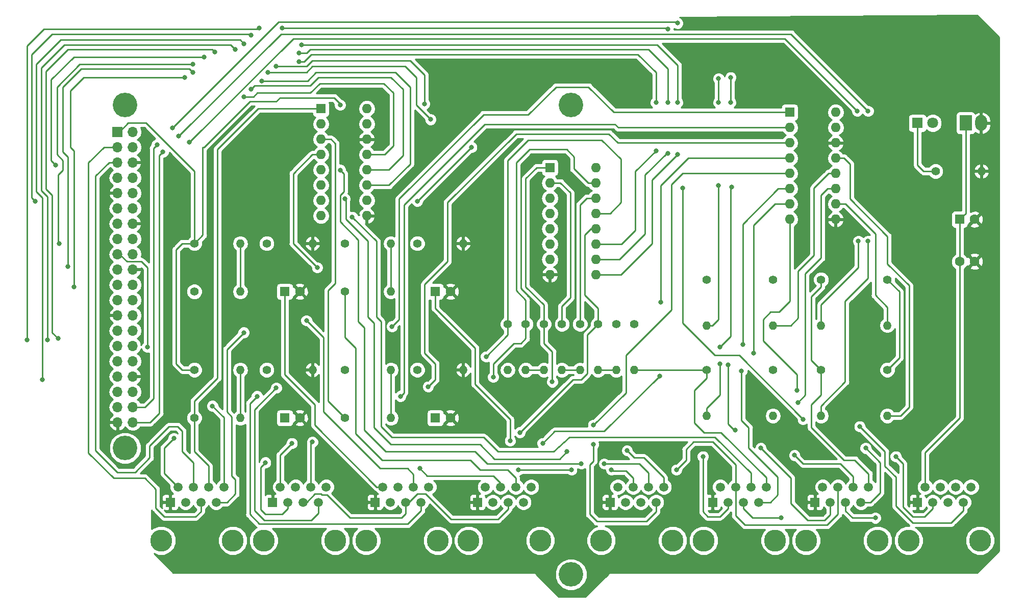
<source format=gbl>
G04 #@! TF.GenerationSoftware,KiCad,Pcbnew,(5.0.0-rc2-83-gda392728d)*
G04 #@! TF.CreationDate,2018-08-15T23:30:17-03:00*
G04 #@! TF.ProjectId,fb15,666231352E6B696361645F7063620000,rev?*
G04 #@! TF.SameCoordinates,Original*
G04 #@! TF.FileFunction,Copper,L2,Bot,Signal*
G04 #@! TF.FilePolarity,Positive*
%FSLAX46Y46*%
G04 Gerber Fmt 4.6, Leading zero omitted, Abs format (unit mm)*
G04 Created by KiCad (PCBNEW (5.0.0-rc2-83-gda392728d)) date 08/15/18 23:30:17*
%MOMM*%
%LPD*%
G01*
G04 APERTURE LIST*
G04 #@! TA.AperFunction,WasherPad*
%ADD10C,3.650000*%
G04 #@! TD*
G04 #@! TA.AperFunction,ComponentPad*
%ADD11R,1.500000X1.500000*%
G04 #@! TD*
G04 #@! TA.AperFunction,ComponentPad*
%ADD12C,1.500000*%
G04 #@! TD*
G04 #@! TA.AperFunction,ComponentPad*
%ADD13R,1.600000X1.600000*%
G04 #@! TD*
G04 #@! TA.AperFunction,ComponentPad*
%ADD14C,1.600000*%
G04 #@! TD*
G04 #@! TA.AperFunction,ComponentPad*
%ADD15O,1.600000X1.600000*%
G04 #@! TD*
G04 #@! TA.AperFunction,ComponentPad*
%ADD16C,4.064000*%
G04 #@! TD*
G04 #@! TA.AperFunction,ComponentPad*
%ADD17R,1.800000X1.800000*%
G04 #@! TD*
G04 #@! TA.AperFunction,ComponentPad*
%ADD18C,1.800000*%
G04 #@! TD*
G04 #@! TA.AperFunction,ComponentPad*
%ADD19O,1.700000X1.700000*%
G04 #@! TD*
G04 #@! TA.AperFunction,ComponentPad*
%ADD20R,1.700000X1.700000*%
G04 #@! TD*
G04 #@! TA.AperFunction,ComponentPad*
%ADD21R,2.000000X2.600000*%
G04 #@! TD*
G04 #@! TA.AperFunction,ComponentPad*
%ADD22O,2.000000X2.600000*%
G04 #@! TD*
G04 #@! TA.AperFunction,ComponentPad*
%ADD23O,1.400000X1.400000*%
G04 #@! TD*
G04 #@! TA.AperFunction,ComponentPad*
%ADD24C,1.400000*%
G04 #@! TD*
G04 #@! TA.AperFunction,ViaPad*
%ADD25C,0.800000*%
G04 #@! TD*
G04 #@! TA.AperFunction,Conductor*
%ADD26C,0.250000*%
G04 #@! TD*
G04 #@! TA.AperFunction,Conductor*
%ADD27C,0.254000*%
G04 #@! TD*
G04 APERTURE END LIST*
D10*
G04 #@! TO.P,J3,Hole*
G04 #@! TO.N,*
X178180000Y-138950000D03*
X166310000Y-138950000D03*
D11*
G04 #@! TO.P,J3,1*
G04 #@! TO.N,GND*
X167800000Y-132600000D03*
D12*
G04 #@! TO.P,J3,2*
G04 #@! TO.N,5V*
X169070000Y-130060000D03*
G04 #@! TO.P,J3,3*
G04 #@! TO.N,D5*
X170340000Y-132600000D03*
G04 #@! TO.P,J3,4*
G04 #@! TO.N,SCL_3*
X171610000Y-130060000D03*
G04 #@! TO.P,J3,5*
G04 #@! TO.N,SDA_2*
X172880000Y-132600000D03*
G04 #@! TO.P,J3,6*
G04 #@! TO.N,AN1_5*
X174150000Y-130060000D03*
G04 #@! TO.P,J3,7*
G04 #@! TO.N,AN5_5*
X175420000Y-132600000D03*
G04 #@! TO.P,J3,8*
G04 #@! TO.N,3V3*
X176690000Y-130060000D03*
G04 #@! TD*
D10*
G04 #@! TO.P,J6,Hole*
G04 #@! TO.N,*
X156180000Y-138950000D03*
X144310000Y-138950000D03*
D11*
G04 #@! TO.P,J6,1*
G04 #@! TO.N,GND*
X145800000Y-132600000D03*
D12*
G04 #@! TO.P,J6,2*
G04 #@! TO.N,MV_4*
X147070000Y-130060000D03*
G04 #@! TO.P,J6,3*
G04 #@! TO.N,D4*
X148340000Y-132600000D03*
G04 #@! TO.P,J6,4*
G04 #@! TO.N,SCL_3*
X149610000Y-130060000D03*
G04 #@! TO.P,J6,5*
G04 #@! TO.N,SDA_2*
X150880000Y-132600000D03*
G04 #@! TO.P,J6,6*
G04 #@! TO.N,AN1_4*
X152150000Y-130060000D03*
G04 #@! TO.P,J6,7*
G04 #@! TO.N,AN5_4*
X153420000Y-132600000D03*
G04 #@! TO.P,J6,8*
G04 #@! TO.N,3V3*
X154690000Y-130060000D03*
G04 #@! TD*
D10*
G04 #@! TO.P,J1,Hole*
G04 #@! TO.N,*
X105180000Y-138950000D03*
X93310000Y-138950000D03*
D11*
G04 #@! TO.P,J1,1*
G04 #@! TO.N,GND*
X94800000Y-132600000D03*
D12*
G04 #@! TO.P,J1,2*
G04 #@! TO.N,MV_1*
X96070000Y-130060000D03*
G04 #@! TO.P,J1,3*
G04 #@! TO.N,D1*
X97340000Y-132600000D03*
G04 #@! TO.P,J1,4*
G04 #@! TO.N,SCL_3*
X98610000Y-130060000D03*
G04 #@! TO.P,J1,5*
G04 #@! TO.N,SDA_2*
X99880000Y-132600000D03*
G04 #@! TO.P,J1,6*
G04 #@! TO.N,AN1_1*
X101150000Y-130060000D03*
G04 #@! TO.P,J1,7*
G04 #@! TO.N,AN5_1*
X102420000Y-132600000D03*
G04 #@! TO.P,J1,8*
G04 #@! TO.N,3V3*
X103690000Y-130060000D03*
G04 #@! TD*
D13*
G04 #@! TO.P,C3,1*
G04 #@! TO.N,MV_1*
X113800000Y-118600000D03*
D14*
G04 #@! TO.P,C3,2*
G04 #@! TO.N,GND*
X116300000Y-118600000D03*
G04 #@! TD*
D13*
G04 #@! TO.P,U1,1*
G04 #@! TO.N,AN1_1*
X119800000Y-67200000D03*
D15*
G04 #@! TO.P,U1,9*
G04 #@! TO.N,GND*
X127420000Y-84980000D03*
G04 #@! TO.P,U1,2*
G04 #@! TO.N,AN1_2*
X119800000Y-69740000D03*
G04 #@! TO.P,U1,10*
G04 #@! TO.N,CE0_SPI0_8*
X127420000Y-82440000D03*
G04 #@! TO.P,U1,3*
G04 #@! TO.N,AN1_3*
X119800000Y-72280000D03*
G04 #@! TO.P,U1,11*
G04 #@! TO.N,MOSI_SPI0_10*
X127420000Y-79900000D03*
G04 #@! TO.P,U1,4*
G04 #@! TO.N,AN1_4*
X119800000Y-74820000D03*
G04 #@! TO.P,U1,12*
G04 #@! TO.N,MISO_SPI0_9*
X127420000Y-77360000D03*
G04 #@! TO.P,U1,5*
G04 #@! TO.N,AN1_5*
X119800000Y-77360000D03*
G04 #@! TO.P,U1,13*
G04 #@! TO.N,SCLK_SPI0_11*
X127420000Y-74820000D03*
G04 #@! TO.P,U1,6*
G04 #@! TO.N,AN1_6*
X119800000Y-79900000D03*
G04 #@! TO.P,U1,14*
G04 #@! TO.N,GND*
X127420000Y-72280000D03*
G04 #@! TO.P,U1,7*
G04 #@! TO.N,AN1_7*
X119800000Y-82440000D03*
G04 #@! TO.P,U1,15*
G04 #@! TO.N,3V3*
X127420000Y-69740000D03*
G04 #@! TO.P,U1,8*
G04 #@! TO.N,AN1_8*
X119800000Y-84980000D03*
G04 #@! TO.P,U1,16*
G04 #@! TO.N,3V3*
X127420000Y-67200000D03*
G04 #@! TD*
D16*
G04 #@! TO.P,REF\002A\002A,1*
G04 #@! TO.N,N/C*
X161300000Y-66600000D03*
G04 #@! TD*
G04 #@! TO.P,REF\002A\002A,1*
G04 #@! TO.N,N/C*
X161300000Y-144600000D03*
G04 #@! TD*
D14*
G04 #@! TO.P,C1,2*
G04 #@! TO.N,GND*
X228300000Y-85600000D03*
D13*
G04 #@! TO.P,C1,1*
G04 #@! TO.N,5V*
X225800000Y-85600000D03*
G04 #@! TD*
D14*
G04 #@! TO.P,C2,1*
G04 #@! TO.N,5V*
X225800000Y-92600000D03*
G04 #@! TO.P,C2,2*
G04 #@! TO.N,GND*
X228300000Y-92600000D03*
G04 #@! TD*
G04 #@! TO.P,C4,2*
G04 #@! TO.N,GND*
X141300000Y-118600000D03*
D13*
G04 #@! TO.P,C4,1*
G04 #@! TO.N,MV_3*
X138800000Y-118600000D03*
G04 #@! TD*
D14*
G04 #@! TO.P,C5,2*
G04 #@! TO.N,GND*
X116300000Y-97600000D03*
D13*
G04 #@! TO.P,C5,1*
G04 #@! TO.N,MV_2*
X113800000Y-97600000D03*
G04 #@! TD*
D14*
G04 #@! TO.P,C6,2*
G04 #@! TO.N,GND*
X141300000Y-97600000D03*
D13*
G04 #@! TO.P,C6,1*
G04 #@! TO.N,MV_4*
X138800000Y-97600000D03*
G04 #@! TD*
D17*
G04 #@! TO.P,D1,1*
G04 #@! TO.N,Net-(D1-Pad1)*
X218800000Y-69600000D03*
D18*
G04 #@! TO.P,D1,2*
G04 #@! TO.N,5V*
X221340000Y-69600000D03*
G04 #@! TD*
D12*
G04 #@! TO.P,J2,8*
G04 #@! TO.N,3V3*
X120690000Y-130060000D03*
G04 #@! TO.P,J2,7*
G04 #@! TO.N,AN5_3*
X119420000Y-132600000D03*
G04 #@! TO.P,J2,6*
G04 #@! TO.N,AN1_3*
X118150000Y-130060000D03*
G04 #@! TO.P,J2,5*
G04 #@! TO.N,SDA_2*
X116880000Y-132600000D03*
G04 #@! TO.P,J2,4*
G04 #@! TO.N,SCL_3*
X115610000Y-130060000D03*
G04 #@! TO.P,J2,3*
G04 #@! TO.N,D3*
X114340000Y-132600000D03*
G04 #@! TO.P,J2,2*
G04 #@! TO.N,MV_3*
X113070000Y-130060000D03*
D11*
G04 #@! TO.P,J2,1*
G04 #@! TO.N,GND*
X111800000Y-132600000D03*
D10*
G04 #@! TO.P,J2,Hole*
G04 #@! TO.N,*
X110310000Y-138950000D03*
X122180000Y-138950000D03*
G04 #@! TD*
D12*
G04 #@! TO.P,J4,8*
G04 #@! TO.N,3V3*
X193690000Y-130060000D03*
G04 #@! TO.P,J4,7*
G04 #@! TO.N,AN5_7*
X192420000Y-132600000D03*
G04 #@! TO.P,J4,6*
G04 #@! TO.N,AN1_7*
X191150000Y-130060000D03*
G04 #@! TO.P,J4,5*
G04 #@! TO.N,SDA_2*
X189880000Y-132600000D03*
G04 #@! TO.P,J4,4*
G04 #@! TO.N,SCL_3*
X188610000Y-130060000D03*
G04 #@! TO.P,J4,3*
G04 #@! TO.N,D7*
X187340000Y-132600000D03*
G04 #@! TO.P,J4,2*
G04 #@! TO.N,5V*
X186070000Y-130060000D03*
D11*
G04 #@! TO.P,J4,1*
G04 #@! TO.N,GND*
X184800000Y-132600000D03*
D10*
G04 #@! TO.P,J4,Hole*
G04 #@! TO.N,*
X183310000Y-138950000D03*
X195180000Y-138950000D03*
G04 #@! TD*
D12*
G04 #@! TO.P,J5,8*
G04 #@! TO.N,3V3*
X137690000Y-130060000D03*
G04 #@! TO.P,J5,7*
G04 #@! TO.N,AN5_2*
X136420000Y-132600000D03*
G04 #@! TO.P,J5,6*
G04 #@! TO.N,AN1_2*
X135150000Y-130060000D03*
G04 #@! TO.P,J5,5*
G04 #@! TO.N,SDA_2*
X133880000Y-132600000D03*
G04 #@! TO.P,J5,4*
G04 #@! TO.N,SCL_3*
X132610000Y-130060000D03*
G04 #@! TO.P,J5,3*
G04 #@! TO.N,D2*
X131340000Y-132600000D03*
G04 #@! TO.P,J5,2*
G04 #@! TO.N,MV_2*
X130070000Y-130060000D03*
D11*
G04 #@! TO.P,J5,1*
G04 #@! TO.N,GND*
X128800000Y-132600000D03*
D10*
G04 #@! TO.P,J5,Hole*
G04 #@! TO.N,*
X127310000Y-138950000D03*
X139180000Y-138950000D03*
G04 #@! TD*
G04 #@! TO.P,J7,Hole*
G04 #@! TO.N,*
X212180000Y-138950000D03*
X200310000Y-138950000D03*
D11*
G04 #@! TO.P,J7,1*
G04 #@! TO.N,GND*
X201800000Y-132600000D03*
D12*
G04 #@! TO.P,J7,2*
G04 #@! TO.N,5V*
X203070000Y-130060000D03*
G04 #@! TO.P,J7,3*
G04 #@! TO.N,D6*
X204340000Y-132600000D03*
G04 #@! TO.P,J7,4*
G04 #@! TO.N,SCL_3*
X205610000Y-130060000D03*
G04 #@! TO.P,J7,5*
G04 #@! TO.N,SDA_2*
X206880000Y-132600000D03*
G04 #@! TO.P,J7,6*
G04 #@! TO.N,AN1_6*
X208150000Y-130060000D03*
G04 #@! TO.P,J7,7*
G04 #@! TO.N,AN5_6*
X209420000Y-132600000D03*
G04 #@! TO.P,J7,8*
G04 #@! TO.N,3V3*
X210690000Y-130060000D03*
G04 #@! TD*
G04 #@! TO.P,J8,8*
G04 #@! TO.N,3V3*
X227690000Y-130060000D03*
G04 #@! TO.P,J8,7*
G04 #@! TO.N,AN5_8*
X226420000Y-132600000D03*
G04 #@! TO.P,J8,6*
G04 #@! TO.N,AN1_8*
X225150000Y-130060000D03*
G04 #@! TO.P,J8,5*
G04 #@! TO.N,SDA_2*
X223880000Y-132600000D03*
G04 #@! TO.P,J8,4*
G04 #@! TO.N,SCL_3*
X222610000Y-130060000D03*
G04 #@! TO.P,J8,3*
G04 #@! TO.N,D8*
X221340000Y-132600000D03*
G04 #@! TO.P,J8,2*
G04 #@! TO.N,5V*
X220070000Y-130060000D03*
D11*
G04 #@! TO.P,J8,1*
G04 #@! TO.N,GND*
X218800000Y-132600000D03*
D10*
G04 #@! TO.P,J8,Hole*
G04 #@! TO.N,*
X217310000Y-138950000D03*
X229180000Y-138950000D03*
G04 #@! TD*
D19*
G04 #@! TO.P,J9,40*
G04 #@! TO.N,SCLK_SPI1_21*
X88590000Y-119320000D03*
G04 #@! TO.P,J9,39*
G04 #@! TO.N,GND*
X86050000Y-119320000D03*
G04 #@! TO.P,J9,38*
G04 #@! TO.N,MOSI_SPI1_20*
X88590000Y-116780000D03*
G04 #@! TO.P,J9,37*
G04 #@! TO.N,26*
X86050000Y-116780000D03*
G04 #@! TO.P,J9,36*
G04 #@! TO.N,CE2_SPI1_16*
X88590000Y-114240000D03*
G04 #@! TO.P,J9,35*
G04 #@! TO.N,MISO_SPI1_19*
X86050000Y-114240000D03*
G04 #@! TO.P,J9,34*
G04 #@! TO.N,GND*
X88590000Y-111700000D03*
G04 #@! TO.P,J9,33*
G04 #@! TO.N,PWM_13*
X86050000Y-111700000D03*
G04 #@! TO.P,J9,32*
G04 #@! TO.N,PWM_12*
X88590000Y-109160000D03*
G04 #@! TO.P,J9,31*
G04 #@! TO.N,6*
X86050000Y-109160000D03*
G04 #@! TO.P,J9,30*
G04 #@! TO.N,GND*
X88590000Y-106620000D03*
G04 #@! TO.P,J9,29*
G04 #@! TO.N,5*
X86050000Y-106620000D03*
G04 #@! TO.P,J9,28*
G04 #@! TO.N,Net-(J9-Pad28)*
X88590000Y-104080000D03*
G04 #@! TO.P,J9,27*
G04 #@! TO.N,Net-(J9-Pad27)*
X86050000Y-104080000D03*
G04 #@! TO.P,J9,26*
G04 #@! TO.N,CE1_SPI0_7*
X88590000Y-101540000D03*
G04 #@! TO.P,J9,25*
G04 #@! TO.N,GND*
X86050000Y-101540000D03*
G04 #@! TO.P,J9,24*
G04 #@! TO.N,CE0_SPI0_8*
X88590000Y-99000000D03*
G04 #@! TO.P,J9,23*
G04 #@! TO.N,SCLK_SPI0_11*
X86050000Y-99000000D03*
G04 #@! TO.P,J9,22*
G04 #@! TO.N,25*
X88590000Y-96460000D03*
G04 #@! TO.P,J9,21*
G04 #@! TO.N,MISO_SPI0_9*
X86050000Y-96460000D03*
G04 #@! TO.P,J9,20*
G04 #@! TO.N,GND*
X88590000Y-93920000D03*
G04 #@! TO.P,J9,19*
G04 #@! TO.N,MOSI_SPI0_10*
X86050000Y-93920000D03*
G04 #@! TO.P,J9,18*
G04 #@! TO.N,24*
X88590000Y-91380000D03*
G04 #@! TO.P,J9,17*
G04 #@! TO.N,3V3*
X86050000Y-91380000D03*
G04 #@! TO.P,J9,16*
G04 #@! TO.N,23*
X88590000Y-88840000D03*
G04 #@! TO.P,J9,15*
G04 #@! TO.N,22*
X86050000Y-88840000D03*
G04 #@! TO.P,J9,14*
G04 #@! TO.N,GND*
X88590000Y-86300000D03*
G04 #@! TO.P,J9,13*
G04 #@! TO.N,27*
X86050000Y-86300000D03*
G04 #@! TO.P,J9,12*
G04 #@! TO.N,CE0_SPI1_18*
X88590000Y-83760000D03*
G04 #@! TO.P,J9,11*
G04 #@! TO.N,CE1_SPI1_17*
X86050000Y-83760000D03*
G04 #@! TO.P,J9,10*
G04 #@! TO.N,RX_15*
X88590000Y-81220000D03*
G04 #@! TO.P,J9,9*
G04 #@! TO.N,GND*
X86050000Y-81220000D03*
G04 #@! TO.P,J9,8*
G04 #@! TO.N,TX_14*
X88590000Y-78680000D03*
G04 #@! TO.P,J9,7*
G04 #@! TO.N,4*
X86050000Y-78680000D03*
G04 #@! TO.P,J9,6*
G04 #@! TO.N,GND*
X88590000Y-76140000D03*
G04 #@! TO.P,J9,5*
G04 #@! TO.N,SCL_3*
X86050000Y-76140000D03*
G04 #@! TO.P,J9,4*
G04 #@! TO.N,5V*
X88590000Y-73600000D03*
G04 #@! TO.P,J9,3*
G04 #@! TO.N,SDA_2*
X86050000Y-73600000D03*
G04 #@! TO.P,J9,2*
G04 #@! TO.N,5V*
X88590000Y-71060000D03*
D20*
G04 #@! TO.P,J9,1*
G04 #@! TO.N,3V3*
X86050000Y-71060000D03*
G04 #@! TD*
D21*
G04 #@! TO.P,J10,1*
G04 #@! TO.N,5V*
X226800000Y-69600000D03*
D22*
G04 #@! TO.P,J10,2*
G04 #@! TO.N,GND*
X229340000Y-69600000D03*
G04 #@! TD*
D23*
G04 #@! TO.P,R1,2*
G04 #@! TO.N,GND*
X229420000Y-77600000D03*
D24*
G04 #@! TO.P,R1,1*
G04 #@! TO.N,Net-(D1-Pad1)*
X221800000Y-77600000D03*
G04 #@! TD*
D23*
G04 #@! TO.P,R2,2*
G04 #@! TO.N,3V3*
X150800000Y-110620000D03*
D24*
G04 #@! TO.P,R2,1*
G04 #@! TO.N,D1*
X150800000Y-103000000D03*
G04 #@! TD*
G04 #@! TO.P,R3,1*
G04 #@! TO.N,D3*
X153800000Y-103000000D03*
D23*
G04 #@! TO.P,R3,2*
G04 #@! TO.N,3V3*
X153800000Y-110620000D03*
G04 #@! TD*
G04 #@! TO.P,R4,2*
G04 #@! TO.N,3V3*
X156800000Y-110620000D03*
D24*
G04 #@! TO.P,R4,1*
G04 #@! TO.N,D5*
X156800000Y-103000000D03*
G04 #@! TD*
D23*
G04 #@! TO.P,R5,2*
G04 #@! TO.N,3V3*
X159800000Y-110620000D03*
D24*
G04 #@! TO.P,R5,1*
G04 #@! TO.N,D7*
X159800000Y-103000000D03*
G04 #@! TD*
G04 #@! TO.P,R6,1*
G04 #@! TO.N,D2*
X162800000Y-103000000D03*
D23*
G04 #@! TO.P,R6,2*
G04 #@! TO.N,3V3*
X162800000Y-110620000D03*
G04 #@! TD*
G04 #@! TO.P,R7,2*
G04 #@! TO.N,3V3*
X165800000Y-110620000D03*
D24*
G04 #@! TO.P,R7,1*
G04 #@! TO.N,D4*
X165800000Y-103000000D03*
G04 #@! TD*
D23*
G04 #@! TO.P,R8,2*
G04 #@! TO.N,3V3*
X168800000Y-110620000D03*
D24*
G04 #@! TO.P,R8,1*
G04 #@! TO.N,D6*
X168800000Y-103000000D03*
G04 #@! TD*
G04 #@! TO.P,R9,1*
G04 #@! TO.N,D8*
X171800000Y-103000000D03*
D23*
G04 #@! TO.P,R9,2*
G04 #@! TO.N,3V3*
X171800000Y-110620000D03*
G04 #@! TD*
G04 #@! TO.P,R10,2*
G04 #@! TO.N,MV_1*
X106420000Y-118600000D03*
D24*
G04 #@! TO.P,R10,1*
G04 #@! TO.N,AN1_1*
X98800000Y-118600000D03*
G04 #@! TD*
D23*
G04 #@! TO.P,R11,2*
G04 #@! TO.N,MV_3*
X131420000Y-118600000D03*
D24*
G04 #@! TO.P,R11,1*
G04 #@! TO.N,AN1_3*
X123800000Y-118600000D03*
G04 #@! TD*
G04 #@! TO.P,R12,1*
G04 #@! TO.N,3V3*
X98800000Y-110600000D03*
D23*
G04 #@! TO.P,R12,2*
G04 #@! TO.N,MV_1*
X106420000Y-110600000D03*
G04 #@! TD*
G04 #@! TO.P,R13,2*
G04 #@! TO.N,GND*
X118420000Y-110600000D03*
D24*
G04 #@! TO.P,R13,1*
G04 #@! TO.N,MV_1*
X110800000Y-110600000D03*
G04 #@! TD*
G04 #@! TO.P,R14,1*
G04 #@! TO.N,3V3*
X123800000Y-110600000D03*
D23*
G04 #@! TO.P,R14,2*
G04 #@! TO.N,MV_3*
X131420000Y-110600000D03*
G04 #@! TD*
G04 #@! TO.P,R15,2*
G04 #@! TO.N,GND*
X143420000Y-110600000D03*
D24*
G04 #@! TO.P,R15,1*
G04 #@! TO.N,MV_3*
X135800000Y-110600000D03*
G04 #@! TD*
G04 #@! TO.P,R16,1*
G04 #@! TO.N,AN1_2*
X98800000Y-97600000D03*
D23*
G04 #@! TO.P,R16,2*
G04 #@! TO.N,MV_2*
X106420000Y-97600000D03*
G04 #@! TD*
D24*
G04 #@! TO.P,R17,1*
G04 #@! TO.N,AN1_4*
X123800000Y-97600000D03*
D23*
G04 #@! TO.P,R17,2*
G04 #@! TO.N,MV_4*
X131420000Y-97600000D03*
G04 #@! TD*
G04 #@! TO.P,R18,2*
G04 #@! TO.N,MV_2*
X106420000Y-89600000D03*
D24*
G04 #@! TO.P,R18,1*
G04 #@! TO.N,3V3*
X98800000Y-89600000D03*
G04 #@! TD*
G04 #@! TO.P,R19,1*
G04 #@! TO.N,MV_2*
X110800000Y-89600000D03*
D23*
G04 #@! TO.P,R19,2*
G04 #@! TO.N,GND*
X118420000Y-89600000D03*
G04 #@! TD*
G04 #@! TO.P,R20,2*
G04 #@! TO.N,MV_4*
X131420000Y-89600000D03*
D24*
G04 #@! TO.P,R20,1*
G04 #@! TO.N,3V3*
X123800000Y-89600000D03*
G04 #@! TD*
G04 #@! TO.P,R21,1*
G04 #@! TO.N,MV_4*
X135800000Y-89600000D03*
D23*
G04 #@! TO.P,R21,2*
G04 #@! TO.N,GND*
X143420000Y-89600000D03*
G04 #@! TD*
G04 #@! TO.P,R22,2*
G04 #@! TO.N,MOSI_SPI1_20*
X183800000Y-118220000D03*
D24*
G04 #@! TO.P,R22,1*
G04 #@! TO.N,3V3*
X183800000Y-110600000D03*
G04 #@! TD*
D23*
G04 #@! TO.P,R23,2*
G04 #@! TO.N,SCLK_SPI1_21*
X202800000Y-118220000D03*
D24*
G04 #@! TO.P,R23,1*
G04 #@! TO.N,3V3*
X202800000Y-110600000D03*
G04 #@! TD*
G04 #@! TO.P,R24,1*
G04 #@! TO.N,5V*
X194800000Y-110600000D03*
D23*
G04 #@! TO.P,R24,2*
G04 #@! TO.N,5V_MOSI_SPI1_20*
X194800000Y-118220000D03*
G04 #@! TD*
D24*
G04 #@! TO.P,R25,1*
G04 #@! TO.N,5V*
X213800000Y-110600000D03*
D23*
G04 #@! TO.P,R25,2*
G04 #@! TO.N,5V_SCLK_SPI1_21*
X213800000Y-118220000D03*
G04 #@! TD*
G04 #@! TO.P,R26,2*
G04 #@! TO.N,MISO_SPI1_19*
X183800000Y-103220000D03*
D24*
G04 #@! TO.P,R26,1*
G04 #@! TO.N,3V3*
X183800000Y-95600000D03*
G04 #@! TD*
D23*
G04 #@! TO.P,R27,2*
G04 #@! TO.N,CE0_SPI1_18*
X202800000Y-103220000D03*
D24*
G04 #@! TO.P,R27,1*
G04 #@! TO.N,3V3*
X202800000Y-95600000D03*
G04 #@! TD*
G04 #@! TO.P,R28,1*
G04 #@! TO.N,5V*
X194800000Y-95600000D03*
D23*
G04 #@! TO.P,R28,2*
G04 #@! TO.N,5V_MISO_SPI1_19*
X194800000Y-103220000D03*
G04 #@! TD*
D24*
G04 #@! TO.P,R29,1*
G04 #@! TO.N,5V*
X213800000Y-95600000D03*
D23*
G04 #@! TO.P,R29,2*
G04 #@! TO.N,5V_CE0_SPI1_18*
X213800000Y-103220000D03*
G04 #@! TD*
D13*
G04 #@! TO.P,U2,1*
G04 #@! TO.N,AN5_1*
X197600000Y-67800000D03*
D15*
G04 #@! TO.P,U2,9*
G04 #@! TO.N,GND*
X205220000Y-85580000D03*
G04 #@! TO.P,U2,2*
G04 #@! TO.N,AN5_2*
X197600000Y-70340000D03*
G04 #@! TO.P,U2,10*
G04 #@! TO.N,5V_CE0_SPI1_18*
X205220000Y-83040000D03*
G04 #@! TO.P,U2,3*
G04 #@! TO.N,AN5_3*
X197600000Y-72880000D03*
G04 #@! TO.P,U2,11*
G04 #@! TO.N,5V_MOSI_SPI1_20*
X205220000Y-80500000D03*
G04 #@! TO.P,U2,4*
G04 #@! TO.N,AN5_4*
X197600000Y-75420000D03*
G04 #@! TO.P,U2,12*
G04 #@! TO.N,5V_MISO_SPI1_19*
X205220000Y-77960000D03*
G04 #@! TO.P,U2,5*
G04 #@! TO.N,AN5_5*
X197600000Y-77960000D03*
G04 #@! TO.P,U2,13*
G04 #@! TO.N,5V_SCLK_SPI1_21*
X205220000Y-75420000D03*
G04 #@! TO.P,U2,6*
G04 #@! TO.N,AN5_6*
X197600000Y-80500000D03*
G04 #@! TO.P,U2,14*
G04 #@! TO.N,GND*
X205220000Y-72880000D03*
G04 #@! TO.P,U2,7*
G04 #@! TO.N,AN5_7*
X197600000Y-83040000D03*
G04 #@! TO.P,U2,15*
G04 #@! TO.N,5V*
X205220000Y-70340000D03*
G04 #@! TO.P,U2,8*
G04 #@! TO.N,AN5_8*
X197600000Y-85580000D03*
G04 #@! TO.P,U2,16*
G04 #@! TO.N,5V*
X205220000Y-67800000D03*
G04 #@! TD*
G04 #@! TO.P,U3,16*
G04 #@! TO.N,3V3*
X165420000Y-77000000D03*
G04 #@! TO.P,U3,8*
G04 #@! TO.N,GND*
X157800000Y-94780000D03*
G04 #@! TO.P,U3,15*
G04 #@! TO.N,D3*
X165420000Y-79540000D03*
G04 #@! TO.P,U3,7*
G04 #@! TO.N,3V3*
X157800000Y-92240000D03*
G04 #@! TO.P,U3,14*
G04 #@! TO.N,D2*
X165420000Y-82080000D03*
G04 #@! TO.P,U3,6*
G04 #@! TO.N,5*
X157800000Y-89700000D03*
G04 #@! TO.P,U3,13*
G04 #@! TO.N,D1*
X165420000Y-84620000D03*
G04 #@! TO.P,U3,5*
G04 #@! TO.N,D6*
X157800000Y-87160000D03*
G04 #@! TO.P,U3,12*
G04 #@! TO.N,D4*
X165420000Y-87160000D03*
G04 #@! TO.P,U3,4*
G04 #@! TO.N,D8*
X157800000Y-84620000D03*
G04 #@! TO.P,U3,11*
G04 #@! TO.N,6*
X165420000Y-89700000D03*
G04 #@! TO.P,U3,3*
G04 #@! TO.N,4*
X157800000Y-82080000D03*
G04 #@! TO.P,U3,10*
G04 #@! TO.N,26*
X165420000Y-92240000D03*
G04 #@! TO.P,U3,2*
G04 #@! TO.N,D7*
X157800000Y-79540000D03*
G04 #@! TO.P,U3,9*
G04 #@! TO.N,27*
X165420000Y-94780000D03*
D13*
G04 #@! TO.P,U3,1*
G04 #@! TO.N,D5*
X157800000Y-77000000D03*
G04 #@! TD*
D16*
G04 #@! TO.P,REF\002A\002A,1*
G04 #@! TO.N,N/C*
X87300000Y-66600000D03*
G04 #@! TD*
G04 #@! TO.P,REF\002A\002A,1*
G04 #@! TO.N,N/C*
X87300000Y-123600000D03*
G04 #@! TD*
D25*
G04 #@! TO.N,MV_1*
X95400000Y-122000000D03*
G04 #@! TO.N,MV_3*
X115000000Y-122800000D03*
G04 #@! TO.N,MV_4*
X151200000Y-122400000D03*
G04 #@! TO.N,D1*
X147200000Y-108400000D03*
G04 #@! TO.N,SCL_3*
X136200000Y-127000000D03*
X168000000Y-127200000D03*
X161400000Y-127200000D03*
X152600000Y-127200000D03*
X178800000Y-127200000D03*
G04 #@! TO.N,SDA_2*
X196200000Y-135200000D03*
X211800000Y-135200000D03*
G04 #@! TO.N,AN5_1*
X107000000Y-104400000D03*
X131600000Y-103400000D03*
G04 #@! TO.N,3V3*
X101800000Y-116600000D03*
X170600000Y-124000000D03*
X123000000Y-66600000D03*
X91000000Y-106800000D03*
G04 #@! TO.N,AN5_3*
X112400000Y-113600000D03*
X137600000Y-113400000D03*
G04 #@! TO.N,AN1_3*
X118400000Y-122600000D03*
G04 #@! TO.N,D3*
X148400000Y-111800000D03*
X110600000Y-126000000D03*
G04 #@! TO.N,D5*
X158200000Y-112600000D03*
G04 #@! TO.N,AN1_5*
X166800000Y-126200000D03*
X163000000Y-126200000D03*
X123000000Y-77400000D03*
G04 #@! TO.N,AN5_5*
X165000000Y-119800000D03*
X165000000Y-123000000D03*
G04 #@! TO.N,AN5_7*
X189600000Y-110800000D03*
X191600000Y-107800000D03*
G04 #@! TO.N,AN1_7*
X125000000Y-85200000D03*
G04 #@! TO.N,D7*
X183200000Y-125000000D03*
G04 #@! TO.N,AN5_2*
X109200000Y-115000000D03*
X133000000Y-115000000D03*
G04 #@! TO.N,AN1_2*
X117400000Y-102400000D03*
G04 #@! TO.N,D4*
X152800000Y-121000000D03*
G04 #@! TO.N,AN1_4*
X119200000Y-93600000D03*
G04 #@! TO.N,AN5_4*
X156600000Y-122800000D03*
X176000000Y-111600000D03*
X176200000Y-99400000D03*
G04 #@! TO.N,D6*
X192800000Y-123600000D03*
G04 #@! TO.N,AN1_6*
X123800000Y-82200000D03*
X160600000Y-124200000D03*
X198400000Y-124800000D03*
G04 #@! TO.N,AN5_6*
X210200000Y-123600000D03*
X188600000Y-120600000D03*
X187400000Y-109800000D03*
X189800000Y-106400000D03*
G04 #@! TO.N,AN5_8*
X209200000Y-120000000D03*
X198800000Y-114000000D03*
G04 #@! TO.N,AN1_8*
X135800000Y-82600000D03*
X144800000Y-73600000D03*
X199800000Y-118800000D03*
X179800000Y-80400000D03*
G04 #@! TO.N,D8*
X215200000Y-125000000D03*
G04 #@! TO.N,SCLK_SPI1_21*
X96200000Y-71800000D03*
X210600000Y-67600000D03*
X210600000Y-89200000D03*
X93600000Y-74400000D03*
G04 #@! TO.N,MOSI_SPI1_20*
X92600000Y-73200000D03*
X95200000Y-70400000D03*
X179000000Y-53000000D03*
X187800000Y-62000000D03*
X186000000Y-109600000D03*
X186000000Y-106800000D03*
X188000000Y-80200000D03*
X187800000Y-66200000D03*
G04 #@! TO.N,26*
X107000000Y-56400000D03*
X177400000Y-74600000D03*
X177400000Y-66200000D03*
X116200000Y-58000000D03*
X73600000Y-112200000D03*
G04 #@! TO.N,MISO_SPI1_19*
X113400000Y-53800000D03*
X177400000Y-54000000D03*
X185800000Y-62200000D03*
X185800000Y-66200000D03*
X185800000Y-80000000D03*
X109600000Y-53800000D03*
X71000000Y-105600000D03*
G04 #@! TO.N,6*
X74400000Y-105600000D03*
X116200000Y-59400000D03*
X175400000Y-66200000D03*
X175400000Y-74200000D03*
X105600000Y-57400000D03*
G04 #@! TO.N,5*
X76200000Y-105400000D03*
X137000000Y-66400000D03*
X112400000Y-60200000D03*
X102200000Y-57800000D03*
G04 #@! TO.N,SCLK_SPI0_11*
X78800000Y-96800000D03*
X97200000Y-62000000D03*
X107000000Y-65200000D03*
G04 #@! TO.N,MISO_SPI0_9*
X77800000Y-93400000D03*
X98600000Y-61200000D03*
X108200000Y-64000000D03*
G04 #@! TO.N,MOSI_SPI0_10*
X76400000Y-89600000D03*
X98600000Y-59800000D03*
X110000000Y-62600000D03*
G04 #@! TO.N,27*
X108200000Y-55000000D03*
X179000000Y-74800000D03*
X179000000Y-66200000D03*
X116600000Y-56600000D03*
X72400000Y-82600000D03*
G04 #@! TO.N,CE0_SPI1_18*
X98000000Y-72800000D03*
X208800000Y-67600000D03*
X209000000Y-89200000D03*
G04 #@! TO.N,4*
X75800000Y-76600000D03*
X138000000Y-69000000D03*
X111000000Y-61200000D03*
X100400000Y-58600000D03*
G04 #@! TO.N,5V_MOSI_SPI1_20*
X199000000Y-116000000D03*
G04 #@! TD*
D26*
G04 #@! TO.N,5V*
X226800000Y-69600000D02*
X226800000Y-84600000D01*
X226800000Y-84600000D02*
X225800000Y-85600000D01*
X225800000Y-85600000D02*
X225800000Y-92600000D01*
X213800000Y-95600000D02*
X215800000Y-97600000D01*
X215800000Y-108600000D02*
X213800000Y-110600000D01*
X215800000Y-97600000D02*
X215800000Y-108600000D01*
X225800000Y-92600000D02*
X225800000Y-118600000D01*
X220070000Y-124330000D02*
X220070000Y-130060000D01*
X225800000Y-118600000D02*
X220070000Y-124330000D01*
G04 #@! TO.N,MV_1*
X106420000Y-110600000D02*
X106420000Y-118600000D01*
X93800000Y-127790000D02*
X96070000Y-130060000D01*
X93800000Y-123600000D02*
X93800000Y-127790000D01*
X95400000Y-122000000D02*
X93800000Y-123600000D01*
G04 #@! TO.N,MV_3*
X131420000Y-110600000D02*
X131420000Y-118600000D01*
X113070000Y-124730000D02*
X113070000Y-130060000D01*
X115000000Y-122800000D02*
X113070000Y-124730000D01*
G04 #@! TO.N,MV_2*
X106420000Y-89600000D02*
X106420000Y-97600000D01*
X130070000Y-130060000D02*
X129060000Y-130060000D01*
X113800000Y-111400000D02*
X113800000Y-97600000D01*
X118800000Y-116400000D02*
X113800000Y-111400000D01*
X118800000Y-119800000D02*
X118800000Y-116400000D01*
X129060000Y-130060000D02*
X118800000Y-119800000D01*
G04 #@! TO.N,MV_4*
X131420000Y-89600000D02*
X131420000Y-97600000D01*
X138800000Y-100400000D02*
X138800000Y-97600000D01*
X145400000Y-107000000D02*
X138800000Y-100400000D01*
X145400000Y-113000000D02*
X145400000Y-107000000D01*
X151200000Y-118800000D02*
X145400000Y-113000000D01*
X151200000Y-122400000D02*
X151200000Y-118800000D01*
G04 #@! TO.N,Net-(D1-Pad1)*
X218800000Y-69600000D02*
X218800000Y-76600000D01*
X219800000Y-77600000D02*
X221800000Y-77600000D01*
X218800000Y-76600000D02*
X219800000Y-77600000D01*
G04 #@! TO.N,D1*
X165420000Y-84620000D02*
X167780000Y-84620000D01*
X150800000Y-75800000D02*
X150800000Y-103000000D01*
X154200000Y-72400000D02*
X150800000Y-75800000D01*
X166400000Y-72400000D02*
X154200000Y-72400000D01*
X169600000Y-75600000D02*
X166400000Y-72400000D01*
X169600000Y-82800000D02*
X169600000Y-75600000D01*
X167780000Y-84620000D02*
X169600000Y-82800000D01*
X150800000Y-103000000D02*
X150800000Y-104800000D01*
X150800000Y-104800000D02*
X147200000Y-108400000D01*
G04 #@! TO.N,SCL_3*
X98610000Y-130060000D02*
X98610000Y-126010000D01*
X84660000Y-76140000D02*
X86050000Y-76140000D01*
X82400000Y-78400000D02*
X84660000Y-76140000D01*
X82400000Y-124000000D02*
X82400000Y-78400000D01*
X86000000Y-127600000D02*
X82400000Y-124000000D01*
X89000000Y-127600000D02*
X86000000Y-127600000D01*
X91400000Y-125200000D02*
X89000000Y-127600000D01*
X91400000Y-123200000D02*
X91400000Y-125200000D01*
X94600000Y-120000000D02*
X91400000Y-123200000D01*
X96000000Y-120000000D02*
X94600000Y-120000000D01*
X96800000Y-120800000D02*
X96000000Y-120000000D01*
X96800000Y-124200000D02*
X96800000Y-120800000D01*
X98610000Y-126010000D02*
X96800000Y-124200000D01*
X149610000Y-130060000D02*
X149610000Y-129410000D01*
X149610000Y-129410000D02*
X148400000Y-128200000D01*
X148400000Y-128200000D02*
X137400000Y-128200000D01*
X137400000Y-128200000D02*
X136200000Y-127000000D01*
X171610000Y-128610000D02*
X171610000Y-130060000D01*
X170400000Y-127400000D02*
X171610000Y-128610000D01*
X168200000Y-127400000D02*
X170400000Y-127400000D01*
X168000000Y-127200000D02*
X168200000Y-127400000D01*
X152600000Y-127200000D02*
X161400000Y-127200000D01*
X188610000Y-130060000D02*
X188610000Y-134810000D01*
X205610000Y-134590000D02*
X205610000Y-130060000D01*
X203800000Y-136400000D02*
X205610000Y-134590000D01*
X190200000Y-136400000D02*
X203800000Y-136400000D01*
X188610000Y-134810000D02*
X190200000Y-136400000D01*
X188610000Y-126410000D02*
X188610000Y-130060000D01*
X184800000Y-122600000D02*
X188610000Y-126410000D01*
X181600000Y-122600000D02*
X184800000Y-122600000D01*
X180400000Y-123800000D02*
X181600000Y-122600000D01*
X180400000Y-125600000D02*
X180400000Y-123800000D01*
X178800000Y-127200000D02*
X180400000Y-125600000D01*
G04 #@! TO.N,SDA_2*
X133880000Y-132600000D02*
X133880000Y-134520000D01*
X117400000Y-132600000D02*
X116880000Y-132600000D01*
X118800000Y-131200000D02*
X117400000Y-132600000D01*
X119800000Y-131200000D02*
X118800000Y-131200000D01*
X120000000Y-131400000D02*
X119800000Y-131200000D01*
X120800000Y-131400000D02*
X120000000Y-131400000D01*
X124600000Y-135200000D02*
X120800000Y-131400000D01*
X133200000Y-135200000D02*
X124600000Y-135200000D01*
X133880000Y-134520000D02*
X133200000Y-135200000D01*
X150880000Y-132600000D02*
X150880000Y-133720000D01*
X134400000Y-132600000D02*
X133880000Y-132600000D01*
X135800000Y-131200000D02*
X134400000Y-132600000D01*
X137200000Y-131200000D02*
X135800000Y-131200000D01*
X141400000Y-135400000D02*
X137200000Y-131200000D01*
X149200000Y-135400000D02*
X141400000Y-135400000D01*
X150880000Y-133720000D02*
X149200000Y-135400000D01*
X99880000Y-132600000D02*
X99880000Y-134120000D01*
X83800000Y-73600000D02*
X86050000Y-73600000D01*
X81200000Y-76200000D02*
X83800000Y-73600000D01*
X81200000Y-124400000D02*
X81200000Y-76200000D01*
X85400000Y-128600000D02*
X81200000Y-124400000D01*
X90600000Y-128600000D02*
X85400000Y-128600000D01*
X92400000Y-130400000D02*
X90600000Y-128600000D01*
X92400000Y-133600000D02*
X92400000Y-130400000D01*
X93800000Y-135000000D02*
X92400000Y-133600000D01*
X99000000Y-135000000D02*
X93800000Y-135000000D01*
X99880000Y-134120000D02*
X99000000Y-135000000D01*
X191400000Y-135200000D02*
X196200000Y-135200000D01*
X189880000Y-133680000D02*
X191400000Y-135200000D01*
X189880000Y-132600000D02*
X189880000Y-133680000D01*
X208000000Y-135200000D02*
X211800000Y-135200000D01*
X206880000Y-134080000D02*
X208000000Y-135200000D01*
X206880000Y-132600000D02*
X206880000Y-134080000D01*
G04 #@! TO.N,AN1_1*
X101150000Y-130060000D02*
X101150000Y-126550000D01*
X98800000Y-124200000D02*
X98800000Y-118600000D01*
X101150000Y-126550000D02*
X98800000Y-124200000D01*
X98800000Y-118600000D02*
X98800000Y-115800000D01*
X109400000Y-67200000D02*
X119800000Y-67200000D01*
X102600000Y-74000000D02*
X109400000Y-67200000D01*
X102600000Y-112000000D02*
X102600000Y-74000000D01*
X98800000Y-115800000D02*
X102600000Y-112000000D01*
G04 #@! TO.N,AN5_1*
X197600000Y-67800000D02*
X168400000Y-67800000D01*
X104200000Y-132600000D02*
X102420000Y-132600000D01*
X105600000Y-131200000D02*
X104200000Y-132600000D01*
X105600000Y-128800000D02*
X105600000Y-131200000D01*
X105000000Y-128200000D02*
X105600000Y-128800000D01*
X105000000Y-118400000D02*
X105000000Y-128200000D01*
X104200000Y-117600000D02*
X105000000Y-118400000D01*
X104200000Y-107200000D02*
X104200000Y-117600000D01*
X107000000Y-104400000D02*
X104200000Y-107200000D01*
X132800000Y-102200000D02*
X131600000Y-103400000D01*
X132800000Y-82200000D02*
X132800000Y-102200000D01*
X146800000Y-68200000D02*
X132800000Y-82200000D01*
X154200000Y-68200000D02*
X146800000Y-68200000D01*
X158800000Y-63600000D02*
X154200000Y-68200000D01*
X164200000Y-63600000D02*
X158800000Y-63600000D01*
X168400000Y-67800000D02*
X164200000Y-63600000D01*
G04 #@! TO.N,3V3*
X86050000Y-71060000D02*
X86340000Y-71060000D01*
X98800000Y-77600000D02*
X98800000Y-89600000D01*
X90800000Y-69600000D02*
X98800000Y-77600000D01*
X87800000Y-69600000D02*
X90800000Y-69600000D01*
X86340000Y-71060000D02*
X87800000Y-69600000D01*
X98800000Y-89600000D02*
X96800000Y-89600000D01*
X96800000Y-89600000D02*
X95800000Y-90600000D01*
X95800000Y-90600000D02*
X95800000Y-109600000D01*
X95800000Y-109600000D02*
X96800000Y-110600000D01*
X96800000Y-110600000D02*
X98800000Y-110600000D01*
X168800000Y-110620000D02*
X165800000Y-110620000D01*
X162800000Y-110620000D02*
X159800000Y-110620000D01*
X156800000Y-110620000D02*
X153800000Y-110620000D01*
X103690000Y-130060000D02*
X103690000Y-118490000D01*
X103690000Y-118490000D02*
X101800000Y-116600000D01*
X183800000Y-110600000D02*
X171820000Y-110600000D01*
X171820000Y-110600000D02*
X171800000Y-110620000D01*
X183800000Y-110600000D02*
X183800000Y-112000000D01*
X193690000Y-128490000D02*
X193690000Y-130060000D01*
X186200000Y-121000000D02*
X193690000Y-128490000D01*
X183400000Y-121000000D02*
X186200000Y-121000000D01*
X181800000Y-119400000D02*
X183400000Y-121000000D01*
X181800000Y-114000000D02*
X181800000Y-119400000D01*
X183800000Y-112000000D02*
X181800000Y-114000000D01*
X176690000Y-128490000D02*
X176690000Y-130060000D01*
X173400000Y-125200000D02*
X176690000Y-128490000D01*
X171800000Y-125200000D02*
X173400000Y-125200000D01*
X170600000Y-124000000D02*
X171800000Y-125200000D01*
X123000000Y-66400000D02*
X123000000Y-66600000D01*
X122000000Y-65400000D02*
X123000000Y-66400000D01*
X121000000Y-65400000D02*
X122000000Y-65400000D01*
X113000000Y-65400000D02*
X121000000Y-65400000D01*
X112400000Y-66000000D02*
X113000000Y-65400000D01*
X100200000Y-88200000D02*
X98800000Y-89600000D01*
X100200000Y-73600000D02*
X100200000Y-88200000D01*
X100200000Y-73600000D02*
X100400000Y-73600000D01*
X100400000Y-73600000D02*
X108000000Y-66000000D01*
X108000000Y-66000000D02*
X112400000Y-66000000D01*
X202800000Y-95600000D02*
X202800000Y-96800000D01*
X201200000Y-109000000D02*
X202800000Y-110600000D01*
X201200000Y-98400000D02*
X201200000Y-109000000D01*
X202800000Y-96800000D02*
X201200000Y-98400000D01*
X202800000Y-110600000D02*
X202800000Y-114800000D01*
X210690000Y-127890000D02*
X210690000Y-130060000D01*
X208400000Y-125600000D02*
X210690000Y-127890000D01*
X206600000Y-125600000D02*
X208400000Y-125600000D01*
X201200000Y-120200000D02*
X206600000Y-125600000D01*
X201200000Y-116400000D02*
X201200000Y-120200000D01*
X202800000Y-114800000D02*
X201200000Y-116400000D01*
X86050000Y-91380000D02*
X86380000Y-91380000D01*
X91000000Y-100200000D02*
X91000000Y-106800000D01*
X91000000Y-93600000D02*
X91000000Y-100200000D01*
X90000000Y-92600000D02*
X91000000Y-93600000D01*
X87600000Y-92600000D02*
X90000000Y-92600000D01*
X86380000Y-91380000D02*
X87600000Y-92600000D01*
G04 #@! TO.N,AN5_3*
X197600000Y-72880000D02*
X169080000Y-72880000D01*
X119420000Y-134380000D02*
X119420000Y-132600000D01*
X118200000Y-135600000D02*
X119420000Y-134380000D01*
X110400000Y-135600000D02*
X118200000Y-135600000D01*
X108800000Y-134000000D02*
X110400000Y-135600000D01*
X108800000Y-117200000D02*
X108800000Y-134000000D01*
X112400000Y-113600000D02*
X108800000Y-117200000D01*
X138800000Y-112200000D02*
X137600000Y-113400000D01*
X138800000Y-109600000D02*
X138800000Y-112200000D01*
X137000000Y-107800000D02*
X138800000Y-109600000D01*
X137000000Y-96400000D02*
X137000000Y-107800000D01*
X140800000Y-92600000D02*
X137000000Y-96400000D01*
X140800000Y-82800000D02*
X140800000Y-92600000D01*
X152200000Y-71400000D02*
X140800000Y-82800000D01*
X167600000Y-71400000D02*
X152200000Y-71400000D01*
X169080000Y-72880000D02*
X167600000Y-71400000D01*
G04 #@! TO.N,AN1_3*
X119800000Y-72280000D02*
X121480000Y-72280000D01*
X121000000Y-115800000D02*
X123800000Y-118600000D01*
X121000000Y-97400000D02*
X121000000Y-115800000D01*
X122200000Y-96200000D02*
X121000000Y-97400000D01*
X122200000Y-73000000D02*
X122200000Y-96200000D01*
X121480000Y-72280000D02*
X122200000Y-73000000D01*
X118150000Y-122850000D02*
X118150000Y-130060000D01*
X118400000Y-122600000D02*
X118150000Y-122850000D01*
G04 #@! TO.N,D3*
X165420000Y-79540000D02*
X164140000Y-79540000D01*
X153800000Y-99000000D02*
X153800000Y-103000000D01*
X152200000Y-97400000D02*
X153800000Y-99000000D01*
X152200000Y-76200000D02*
X152200000Y-97400000D01*
X154400000Y-74000000D02*
X152200000Y-76200000D01*
X160600000Y-74000000D02*
X154400000Y-74000000D01*
X161800000Y-75200000D02*
X160600000Y-74000000D01*
X161800000Y-77200000D02*
X161800000Y-75200000D01*
X164140000Y-79540000D02*
X161800000Y-77200000D01*
X114340000Y-132600000D02*
X114340000Y-133660000D01*
X153800000Y-105400000D02*
X153800000Y-103000000D01*
X153000000Y-106200000D02*
X153800000Y-105400000D01*
X151800000Y-106200000D02*
X153000000Y-106200000D01*
X148400000Y-109600000D02*
X151800000Y-106200000D01*
X148400000Y-111800000D02*
X148400000Y-109600000D01*
X109800000Y-126800000D02*
X110600000Y-126000000D01*
X109800000Y-133800000D02*
X109800000Y-126800000D01*
X110600000Y-134600000D02*
X109800000Y-133800000D01*
X113400000Y-134600000D02*
X110600000Y-134600000D01*
X114340000Y-133660000D02*
X113400000Y-134600000D01*
G04 #@! TO.N,D5*
X157800000Y-77000000D02*
X155600000Y-77000000D01*
X156800000Y-99800000D02*
X156800000Y-103000000D01*
X153800000Y-96800000D02*
X156800000Y-99800000D01*
X153800000Y-78800000D02*
X153800000Y-96800000D01*
X155600000Y-77000000D02*
X153800000Y-78800000D01*
X156800000Y-103000000D02*
X156800000Y-106200000D01*
X158200000Y-107600000D02*
X158200000Y-112600000D01*
X156800000Y-106200000D02*
X158200000Y-107600000D01*
G04 #@! TO.N,AN1_5*
X174150000Y-127750000D02*
X174150000Y-130060000D01*
X172600000Y-126200000D02*
X174150000Y-127750000D01*
X166800000Y-126200000D02*
X172600000Y-126200000D01*
X147400000Y-126200000D02*
X163000000Y-126200000D01*
X145400000Y-124200000D02*
X147400000Y-126200000D01*
X130600000Y-124200000D02*
X145400000Y-124200000D01*
X127000000Y-120600000D02*
X130600000Y-124200000D01*
X127000000Y-103600000D02*
X127000000Y-120600000D01*
X126000000Y-102600000D02*
X127000000Y-103600000D01*
X126000000Y-89000000D02*
X126000000Y-102600000D01*
X123000000Y-86000000D02*
X126000000Y-89000000D01*
X123000000Y-81600000D02*
X123000000Y-86000000D01*
X123600000Y-81000000D02*
X123000000Y-81600000D01*
X123600000Y-78000000D02*
X123600000Y-81000000D01*
X123000000Y-77400000D02*
X123600000Y-78000000D01*
G04 #@! TO.N,AN5_5*
X175420000Y-132600000D02*
X175420000Y-134180000D01*
X179840000Y-77960000D02*
X197600000Y-77960000D01*
X178000000Y-79800000D02*
X179840000Y-77960000D01*
X178000000Y-100600000D02*
X178000000Y-79800000D01*
X170400000Y-108200000D02*
X178000000Y-100600000D01*
X170400000Y-114400000D02*
X170400000Y-108200000D01*
X165000000Y-119800000D02*
X170400000Y-114400000D01*
X165000000Y-125800000D02*
X165000000Y-123000000D01*
X164400000Y-126400000D02*
X165000000Y-125800000D01*
X164400000Y-134600000D02*
X164400000Y-126400000D01*
X165600000Y-135800000D02*
X164400000Y-134600000D01*
X173800000Y-135800000D02*
X165600000Y-135800000D01*
X175420000Y-134180000D02*
X173800000Y-135800000D01*
G04 #@! TO.N,AN5_7*
X197600000Y-83040000D02*
X195160000Y-83040000D01*
X194400000Y-132600000D02*
X192420000Y-132600000D01*
X195600000Y-131400000D02*
X194400000Y-132600000D01*
X195600000Y-128400000D02*
X195600000Y-131400000D01*
X190800000Y-123600000D02*
X195600000Y-128400000D01*
X190800000Y-120200000D02*
X190800000Y-123600000D01*
X189600000Y-119000000D02*
X190800000Y-120200000D01*
X189600000Y-110800000D02*
X189600000Y-119000000D01*
X191600000Y-86600000D02*
X191600000Y-107800000D01*
X195160000Y-83040000D02*
X191600000Y-86600000D01*
G04 #@! TO.N,AN1_7*
X191150000Y-127750000D02*
X191150000Y-130060000D01*
X185200000Y-121800000D02*
X191150000Y-127750000D01*
X161000000Y-121800000D02*
X185200000Y-121800000D01*
X158400000Y-124200000D02*
X161000000Y-121800000D01*
X149200000Y-124200000D02*
X158400000Y-124200000D01*
X146800000Y-121800000D02*
X149200000Y-124200000D01*
X131600000Y-121800000D02*
X146800000Y-121800000D01*
X129800000Y-120000000D02*
X131600000Y-121800000D01*
X129800000Y-102600000D02*
X129800000Y-120000000D01*
X129000000Y-101800000D02*
X129800000Y-102600000D01*
X129000000Y-89200000D02*
X129000000Y-101800000D01*
X125000000Y-85200000D02*
X129000000Y-89200000D01*
G04 #@! TO.N,D7*
X157800000Y-79540000D02*
X159540000Y-79540000D01*
X159800000Y-100000000D02*
X159800000Y-103000000D01*
X161200000Y-98600000D02*
X159800000Y-100000000D01*
X161200000Y-81200000D02*
X161200000Y-98600000D01*
X159540000Y-79540000D02*
X161200000Y-81200000D01*
X187340000Y-133660000D02*
X187340000Y-132600000D01*
X186000000Y-135000000D02*
X187340000Y-133660000D01*
X184000000Y-135000000D02*
X186000000Y-135000000D01*
X183200000Y-134200000D02*
X184000000Y-135000000D01*
X183200000Y-128600000D02*
X183200000Y-134200000D01*
X183200000Y-125000000D02*
X183200000Y-128600000D01*
G04 #@! TO.N,AN5_2*
X197600000Y-70340000D02*
X169140000Y-70340000D01*
X136420000Y-133980000D02*
X136420000Y-132600000D01*
X134200000Y-136200000D02*
X136420000Y-133980000D01*
X109600000Y-136200000D02*
X134200000Y-136200000D01*
X108000000Y-134600000D02*
X109600000Y-136200000D01*
X108000000Y-116200000D02*
X108000000Y-134600000D01*
X109200000Y-115000000D02*
X108000000Y-116200000D01*
X133600000Y-114400000D02*
X133000000Y-115000000D01*
X133600000Y-83200000D02*
X133600000Y-114400000D01*
X147000000Y-69800000D02*
X133600000Y-83200000D01*
X168600000Y-69800000D02*
X147000000Y-69800000D01*
X169140000Y-70340000D02*
X168600000Y-69800000D01*
G04 #@! TO.N,AN1_2*
X135150000Y-127950000D02*
X135150000Y-130060000D01*
X134200000Y-127000000D02*
X135150000Y-127950000D01*
X129600000Y-127000000D02*
X134200000Y-127000000D01*
X120200000Y-117600000D02*
X129600000Y-127000000D01*
X120200000Y-105200000D02*
X120200000Y-117600000D01*
X117400000Y-102400000D02*
X120200000Y-105200000D01*
G04 #@! TO.N,D2*
X165420000Y-82080000D02*
X163920000Y-82080000D01*
X162800000Y-83200000D02*
X162800000Y-103000000D01*
X163920000Y-82080000D02*
X162800000Y-83200000D01*
G04 #@! TO.N,D4*
X165420000Y-87160000D02*
X164640000Y-87160000D01*
X164640000Y-87160000D02*
X163600000Y-88200000D01*
X163600000Y-88200000D02*
X163600000Y-98200000D01*
X163600000Y-98200000D02*
X165800000Y-100400000D01*
X165800000Y-100400000D02*
X165800000Y-103000000D01*
X164000000Y-104800000D02*
X165800000Y-103000000D01*
X164000000Y-111200000D02*
X164000000Y-104800000D01*
X163000000Y-112200000D02*
X164000000Y-111200000D01*
X161600000Y-112200000D02*
X163000000Y-112200000D01*
X152800000Y-121000000D02*
X161600000Y-112200000D01*
G04 #@! TO.N,AN1_4*
X119800000Y-74820000D02*
X118380000Y-74820000D01*
X115200000Y-89600000D02*
X119200000Y-93600000D01*
X115200000Y-78000000D02*
X115200000Y-89600000D01*
X118380000Y-74820000D02*
X115200000Y-78000000D01*
X123800000Y-97600000D02*
X123800000Y-105200000D01*
X152150000Y-128550000D02*
X152150000Y-130060000D01*
X150800000Y-127200000D02*
X152150000Y-128550000D01*
X146200000Y-127200000D02*
X150800000Y-127200000D01*
X144600000Y-125600000D02*
X146200000Y-127200000D01*
X130000000Y-125600000D02*
X144600000Y-125600000D01*
X125600000Y-121200000D02*
X130000000Y-125600000D01*
X125600000Y-107000000D02*
X125600000Y-121200000D01*
X123800000Y-105200000D02*
X125600000Y-107000000D01*
G04 #@! TO.N,AN5_4*
X197600000Y-75420000D02*
X180780000Y-75420000D01*
X158600000Y-120800000D02*
X156600000Y-122800000D01*
X166800000Y-120800000D02*
X158600000Y-120800000D01*
X176000000Y-111600000D02*
X166800000Y-120800000D01*
X176200000Y-80000000D02*
X176200000Y-99400000D01*
X180780000Y-75420000D02*
X176200000Y-80000000D01*
G04 #@! TO.N,D6*
X204340000Y-134660000D02*
X204340000Y-132600000D01*
X203400000Y-135600000D02*
X204340000Y-134660000D01*
X200600000Y-135600000D02*
X203400000Y-135600000D01*
X197800000Y-132800000D02*
X200600000Y-135600000D01*
X197800000Y-128600000D02*
X197800000Y-132800000D01*
X192800000Y-123600000D02*
X197800000Y-128600000D01*
G04 #@! TO.N,AN1_6*
X123800000Y-82200000D02*
X124000000Y-82400000D01*
X124000000Y-82400000D02*
X124000000Y-85600000D01*
X124000000Y-85600000D02*
X127600000Y-89200000D01*
X127600000Y-89200000D02*
X127600000Y-101800000D01*
X127600000Y-101800000D02*
X128600000Y-102800000D01*
X128600000Y-102800000D02*
X128600000Y-120200000D01*
X128600000Y-120200000D02*
X131400000Y-123000000D01*
X131400000Y-123000000D02*
X146200000Y-123000000D01*
X146200000Y-123000000D02*
X148600000Y-125400000D01*
X148600000Y-125400000D02*
X159400000Y-125400000D01*
X159400000Y-125400000D02*
X160600000Y-124200000D01*
X198400000Y-124800000D02*
X199800000Y-126200000D01*
X199800000Y-126200000D02*
X206000000Y-126200000D01*
X206000000Y-126200000D02*
X208150000Y-128350000D01*
X208150000Y-128350000D02*
X208150000Y-130060000D01*
G04 #@! TO.N,AN5_6*
X197600000Y-80500000D02*
X195700000Y-80500000D01*
X211000000Y-132600000D02*
X209420000Y-132600000D01*
X212600000Y-131000000D02*
X211000000Y-132600000D01*
X212600000Y-126000000D02*
X212600000Y-131000000D01*
X210200000Y-123600000D02*
X212600000Y-126000000D01*
X188400000Y-120600000D02*
X188600000Y-120600000D01*
X187400000Y-119600000D02*
X188400000Y-120600000D01*
X187400000Y-109800000D02*
X187400000Y-119600000D01*
X189800000Y-86400000D02*
X189800000Y-106400000D01*
X195700000Y-80500000D02*
X189800000Y-86400000D01*
G04 #@! TO.N,AN5_8*
X197600000Y-85580000D02*
X197600000Y-99200000D01*
X226420000Y-133980000D02*
X226420000Y-132600000D01*
X224400000Y-136000000D02*
X226420000Y-133980000D01*
X218000000Y-136000000D02*
X224400000Y-136000000D01*
X215200000Y-133200000D02*
X218000000Y-136000000D01*
X215200000Y-128400000D02*
X215200000Y-133200000D01*
X213400000Y-126600000D02*
X215200000Y-128400000D01*
X213400000Y-124200000D02*
X213400000Y-126600000D01*
X209200000Y-120000000D02*
X213400000Y-124200000D01*
X198800000Y-111400000D02*
X198800000Y-114000000D01*
X193200000Y-105800000D02*
X198800000Y-111400000D01*
X193200000Y-102200000D02*
X193200000Y-105800000D01*
X194400000Y-101000000D02*
X193200000Y-102200000D01*
X195800000Y-101000000D02*
X194400000Y-101000000D01*
X197600000Y-99200000D02*
X195800000Y-101000000D01*
G04 #@! TO.N,AN1_8*
X144800000Y-73600000D02*
X135800000Y-82600000D01*
X199800000Y-118800000D02*
X189200000Y-108200000D01*
X189200000Y-108200000D02*
X185200000Y-108200000D01*
X185200000Y-108200000D02*
X179800000Y-102800000D01*
X179800000Y-102800000D02*
X179800000Y-80400000D01*
G04 #@! TO.N,D8*
X221340000Y-133660000D02*
X221340000Y-132600000D01*
X220000000Y-135000000D02*
X221340000Y-133660000D01*
X218000000Y-135000000D02*
X220000000Y-135000000D01*
X216400000Y-133400000D02*
X218000000Y-135000000D01*
X216400000Y-126200000D02*
X216400000Y-133400000D01*
X215200000Y-125000000D02*
X216400000Y-126200000D01*
G04 #@! TO.N,SCLK_SPI1_21*
X202800000Y-118220000D02*
X202800000Y-116600000D01*
X113200000Y-54800000D02*
X96200000Y-71800000D01*
X197800000Y-54800000D02*
X113200000Y-54800000D01*
X210600000Y-67600000D02*
X197800000Y-54800000D01*
X210600000Y-95400000D02*
X210600000Y-89200000D01*
X206800000Y-99200000D02*
X210600000Y-95400000D01*
X206800000Y-112600000D02*
X206800000Y-99200000D01*
X202800000Y-116600000D02*
X206800000Y-112600000D01*
X88590000Y-119320000D02*
X91480000Y-119320000D01*
X93000000Y-117800000D02*
X91480000Y-119320000D01*
X93000000Y-75000000D02*
X93000000Y-117800000D01*
X93000000Y-75000000D02*
X93600000Y-74400000D01*
G04 #@! TO.N,MOSI_SPI1_20*
X90620000Y-116780000D02*
X88590000Y-116780000D01*
X92000000Y-115400000D02*
X90620000Y-116780000D01*
X92000000Y-73800000D02*
X92000000Y-115400000D01*
X92600000Y-73200000D02*
X92000000Y-73800000D01*
X112800000Y-52800000D02*
X95200000Y-70400000D01*
X178800000Y-52800000D02*
X112800000Y-52800000D01*
X179000000Y-53000000D02*
X178800000Y-52800000D01*
X183800000Y-117000000D02*
X183800000Y-118220000D01*
X183800000Y-117000000D02*
X186000000Y-114800000D01*
X186000000Y-114800000D02*
X186000000Y-109600000D01*
X186000000Y-106800000D02*
X187800000Y-105000000D01*
X187800000Y-105000000D02*
X187800000Y-80400000D01*
X187800000Y-80400000D02*
X188000000Y-80200000D01*
X187800000Y-66200000D02*
X187800000Y-62000000D01*
G04 #@! TO.N,26*
X165420000Y-92240000D02*
X169360000Y-92240000D01*
X76600000Y-55800000D02*
X74400000Y-58000000D01*
X106400000Y-55800000D02*
X76600000Y-55800000D01*
X107000000Y-56400000D02*
X106400000Y-55800000D01*
X73600000Y-82000000D02*
X73600000Y-112000000D01*
X72600000Y-81000000D02*
X73600000Y-82000000D01*
X72600000Y-59800000D02*
X72600000Y-81000000D01*
X74400000Y-58000000D02*
X72600000Y-59800000D01*
X169360000Y-92240000D02*
X173600000Y-88000000D01*
X173600000Y-88000000D02*
X173600000Y-78200000D01*
X173600000Y-78200000D02*
X177200000Y-74600000D01*
X177200000Y-74600000D02*
X177400000Y-74600000D01*
X177400000Y-66200000D02*
X177400000Y-60600000D01*
X177400000Y-60600000D02*
X174200000Y-57400000D01*
X174200000Y-57400000D02*
X118000000Y-57400000D01*
X118000000Y-57400000D02*
X117400000Y-58000000D01*
X117400000Y-58000000D02*
X116200000Y-58000000D01*
X73600000Y-112000000D02*
X73600000Y-112200000D01*
G04 #@! TO.N,MISO_SPI1_19*
X183800000Y-103220000D02*
X184780000Y-103220000D01*
X177200000Y-53800000D02*
X113400000Y-53800000D01*
X177400000Y-54000000D02*
X177200000Y-53800000D01*
X185800000Y-66200000D02*
X185800000Y-62200000D01*
X185800000Y-102200000D02*
X185800000Y-80000000D01*
X184780000Y-103220000D02*
X185800000Y-102200000D01*
X73800000Y-54000000D02*
X71000000Y-56800000D01*
X109400000Y-54000000D02*
X73800000Y-54000000D01*
X109600000Y-53800000D02*
X109400000Y-54000000D01*
X71000000Y-56800000D02*
X71000000Y-105600000D01*
G04 #@! TO.N,6*
X104800000Y-56600000D02*
X77200000Y-56600000D01*
X104800000Y-56600000D02*
X105600000Y-57400000D01*
X77200000Y-56600000D02*
X73400000Y-60400000D01*
X73400000Y-60400000D02*
X73400000Y-80800000D01*
X73400000Y-80800000D02*
X74400000Y-81800000D01*
X74400000Y-81800000D02*
X74400000Y-105600000D01*
X105600000Y-57400000D02*
X105400000Y-57400000D01*
X117000000Y-59400000D02*
X116200000Y-59400000D01*
X118200000Y-58200000D02*
X117000000Y-59400000D01*
X172400000Y-58200000D02*
X118200000Y-58200000D01*
X175400000Y-61200000D02*
X172400000Y-58200000D01*
X175400000Y-66200000D02*
X175400000Y-61200000D01*
X172000000Y-77600000D02*
X175400000Y-74200000D01*
X172000000Y-87400000D02*
X172000000Y-77600000D01*
X169700000Y-89700000D02*
X172000000Y-87400000D01*
X165420000Y-89700000D02*
X169700000Y-89700000D01*
G04 #@! TO.N,5*
X134600000Y-59200000D02*
X118800000Y-59200000D01*
X75200000Y-104400000D02*
X76200000Y-105400000D01*
X75200000Y-81600000D02*
X75200000Y-104400000D01*
X74200000Y-80600000D02*
X75200000Y-81600000D01*
X74200000Y-61000000D02*
X74200000Y-80600000D01*
X137000000Y-61600000D02*
X134600000Y-59200000D01*
X137000000Y-66400000D02*
X137000000Y-61600000D01*
X118800000Y-59200000D02*
X118400000Y-59200000D01*
X118400000Y-59200000D02*
X117400000Y-60200000D01*
X117400000Y-60200000D02*
X112400000Y-60200000D01*
X102200000Y-57800000D02*
X101800000Y-57400000D01*
X101800000Y-57400000D02*
X77800000Y-57400000D01*
X74200000Y-61000000D02*
X77800000Y-57400000D01*
G04 #@! TO.N,SCLK_SPI0_11*
X127420000Y-74820000D02*
X130380000Y-74820000D01*
X78800000Y-74200000D02*
X78800000Y-96800000D01*
X78200000Y-73600000D02*
X78800000Y-74200000D01*
X78200000Y-64200000D02*
X78200000Y-73600000D01*
X80400000Y-62000000D02*
X78200000Y-64200000D01*
X97200000Y-62000000D02*
X80400000Y-62000000D01*
X108600000Y-65200000D02*
X107000000Y-65200000D01*
X109200000Y-64600000D02*
X108600000Y-65200000D01*
X118000000Y-64600000D02*
X109200000Y-64600000D01*
X119600000Y-63000000D02*
X118000000Y-64600000D01*
X130200000Y-63000000D02*
X119600000Y-63000000D01*
X131800000Y-64600000D02*
X130200000Y-63000000D01*
X131800000Y-73400000D02*
X131800000Y-64600000D01*
X130380000Y-74820000D02*
X131800000Y-73400000D01*
G04 #@! TO.N,MISO_SPI0_9*
X127420000Y-77360000D02*
X131040000Y-77360000D01*
X77800000Y-91200000D02*
X77800000Y-93400000D01*
X77800000Y-78000000D02*
X77800000Y-91200000D01*
X77800000Y-75200000D02*
X77800000Y-78000000D01*
X77000000Y-74400000D02*
X77800000Y-75200000D01*
X77000000Y-63600000D02*
X77000000Y-74400000D01*
X80000000Y-60600000D02*
X77000000Y-63600000D01*
X98000000Y-60600000D02*
X80000000Y-60600000D01*
X98600000Y-61200000D02*
X98000000Y-60600000D01*
X108800000Y-63400000D02*
X108200000Y-64000000D01*
X118000000Y-63400000D02*
X108800000Y-63400000D01*
X119400000Y-62000000D02*
X118000000Y-63400000D01*
X131400000Y-62000000D02*
X119400000Y-62000000D01*
X133400000Y-64000000D02*
X131400000Y-62000000D01*
X133400000Y-75000000D02*
X133400000Y-64000000D01*
X131040000Y-77360000D02*
X133400000Y-75000000D01*
G04 #@! TO.N,MOSI_SPI0_10*
X127420000Y-79900000D02*
X131100000Y-79900000D01*
X76200000Y-89400000D02*
X76400000Y-89600000D01*
X76200000Y-78200000D02*
X76200000Y-89400000D01*
X77000000Y-77400000D02*
X76200000Y-78200000D01*
X77000000Y-75800000D02*
X77000000Y-77400000D01*
X76000000Y-74800000D02*
X77000000Y-75800000D01*
X76000000Y-63600000D02*
X76000000Y-74800000D01*
X79800000Y-59800000D02*
X76000000Y-63600000D01*
X98600000Y-59800000D02*
X79800000Y-59800000D01*
X117600000Y-62600000D02*
X110000000Y-62600000D01*
X119000000Y-61200000D02*
X117600000Y-62600000D01*
X132200000Y-61200000D02*
X119000000Y-61200000D01*
X134600000Y-63600000D02*
X132200000Y-61200000D01*
X134600000Y-76400000D02*
X134600000Y-63600000D01*
X131100000Y-79900000D02*
X134600000Y-76400000D01*
G04 #@! TO.N,27*
X73400000Y-56600000D02*
X71800000Y-58200000D01*
X75200000Y-54800000D02*
X73400000Y-56600000D01*
X108000000Y-54800000D02*
X75200000Y-54800000D01*
X108200000Y-55000000D02*
X108000000Y-54800000D01*
X165420000Y-94780000D02*
X169620000Y-94780000D01*
X169620000Y-94780000D02*
X174800000Y-89600000D01*
X174800000Y-89600000D02*
X174800000Y-79000000D01*
X174800000Y-79000000D02*
X179000000Y-74800000D01*
X179000000Y-66200000D02*
X179000000Y-60000000D01*
X179000000Y-60000000D02*
X175600000Y-56600000D01*
X175600000Y-56600000D02*
X116600000Y-56600000D01*
X71800000Y-58200000D02*
X71800000Y-82000000D01*
X71800000Y-82000000D02*
X72400000Y-82600000D01*
G04 #@! TO.N,CE0_SPI1_18*
X202800000Y-103220000D02*
X202800000Y-99800000D01*
X115200000Y-55600000D02*
X98000000Y-72800000D01*
X196800000Y-55600000D02*
X115200000Y-55600000D01*
X208800000Y-67600000D02*
X196800000Y-55600000D01*
X209000000Y-93600000D02*
X209000000Y-89200000D01*
X202800000Y-99800000D02*
X209000000Y-93600000D01*
G04 #@! TO.N,4*
X75000000Y-75800000D02*
X75800000Y-76600000D01*
X75000000Y-62400000D02*
X75000000Y-75800000D01*
X138000000Y-69000000D02*
X135600000Y-66600000D01*
X135600000Y-66600000D02*
X135600000Y-62000000D01*
X135600000Y-62000000D02*
X133800000Y-60200000D01*
X133800000Y-60200000D02*
X118400000Y-60200000D01*
X118400000Y-60200000D02*
X117400000Y-61200000D01*
X117400000Y-61200000D02*
X111000000Y-61200000D01*
X100400000Y-58600000D02*
X78800000Y-58600000D01*
X78800000Y-58600000D02*
X75000000Y-62400000D01*
G04 #@! TO.N,5V_MOSI_SPI1_20*
X205220000Y-80500000D02*
X203900000Y-80500000D01*
X200200000Y-114800000D02*
X199000000Y-116000000D01*
X200200000Y-94600000D02*
X200200000Y-114800000D01*
X202800000Y-92000000D02*
X200200000Y-94600000D01*
X202800000Y-81600000D02*
X202800000Y-92000000D01*
X203900000Y-80500000D02*
X202800000Y-81600000D01*
G04 #@! TO.N,5V_SCLK_SPI1_21*
X205220000Y-75420000D02*
X206620000Y-75420000D01*
X215980000Y-118220000D02*
X213800000Y-118220000D01*
X217400000Y-116800000D02*
X215980000Y-118220000D01*
X217400000Y-96600000D02*
X217400000Y-116800000D01*
X213800000Y-93000000D02*
X217400000Y-96600000D01*
X213800000Y-88400000D02*
X213800000Y-93000000D01*
X207600000Y-82200000D02*
X213800000Y-88400000D01*
X207600000Y-76400000D02*
X207600000Y-82200000D01*
X206620000Y-75420000D02*
X207600000Y-76400000D01*
G04 #@! TO.N,5V_MISO_SPI1_19*
X205220000Y-77960000D02*
X204040000Y-77960000D01*
X197780000Y-103220000D02*
X194800000Y-103220000D01*
X199000000Y-102000000D02*
X197780000Y-103220000D01*
X199000000Y-94200000D02*
X199000000Y-102000000D01*
X201600000Y-91600000D02*
X199000000Y-94200000D01*
X201600000Y-80400000D02*
X201600000Y-91600000D01*
X204040000Y-77960000D02*
X201600000Y-80400000D01*
G04 #@! TO.N,5V_CE0_SPI1_18*
X205220000Y-83040000D02*
X206840000Y-83040000D01*
X213800000Y-100200000D02*
X213800000Y-103220000D01*
X211800000Y-98200000D02*
X213800000Y-100200000D01*
X211800000Y-88000000D02*
X211800000Y-98200000D01*
X206840000Y-83040000D02*
X211800000Y-88000000D01*
G04 #@! TD*
D27*
G04 #@! TO.N,GND*
G36*
X232290001Y-55294092D02*
X232290000Y-56069925D01*
X232290001Y-56069929D01*
X232290000Y-57069925D01*
X232290001Y-57069930D01*
X232290000Y-140069925D01*
X232290001Y-140069929D01*
X232290000Y-140705909D01*
X228705910Y-144290000D01*
X168069920Y-144290000D01*
X167999999Y-144276092D01*
X167930078Y-144290000D01*
X167930074Y-144290000D01*
X167722972Y-144331195D01*
X167488119Y-144488119D01*
X167448509Y-144547400D01*
X163705910Y-148290000D01*
X159294091Y-148290000D01*
X155551494Y-144547404D01*
X155511881Y-144488119D01*
X155277028Y-144331195D01*
X155069926Y-144290000D01*
X155069924Y-144290000D01*
X155000000Y-144276091D01*
X154930076Y-144290000D01*
X95294091Y-144290000D01*
X95073592Y-144069501D01*
X158633000Y-144069501D01*
X158633000Y-145130499D01*
X159039026Y-146110734D01*
X159789266Y-146860974D01*
X160769501Y-147267000D01*
X161830499Y-147267000D01*
X162810734Y-146860974D01*
X163560974Y-146110734D01*
X163967000Y-145130499D01*
X163967000Y-144069501D01*
X163560974Y-143089266D01*
X162810734Y-142339026D01*
X161830499Y-141933000D01*
X160769501Y-141933000D01*
X159789266Y-142339026D01*
X159039026Y-143089266D01*
X158633000Y-144069501D01*
X95073592Y-144069501D01*
X92126590Y-141122500D01*
X92820676Y-141410000D01*
X93799324Y-141410000D01*
X94703478Y-141035487D01*
X95395487Y-140343478D01*
X95770000Y-139439324D01*
X95770000Y-138460676D01*
X102720000Y-138460676D01*
X102720000Y-139439324D01*
X103094513Y-140343478D01*
X103786522Y-141035487D01*
X104690676Y-141410000D01*
X105669324Y-141410000D01*
X106573478Y-141035487D01*
X107265487Y-140343478D01*
X107640000Y-139439324D01*
X107640000Y-138460676D01*
X107265487Y-137556522D01*
X106573478Y-136864513D01*
X105669324Y-136490000D01*
X104690676Y-136490000D01*
X103786522Y-136864513D01*
X103094513Y-137556522D01*
X102720000Y-138460676D01*
X95770000Y-138460676D01*
X95395487Y-137556522D01*
X94703478Y-136864513D01*
X93799324Y-136490000D01*
X92820676Y-136490000D01*
X91916522Y-136864513D01*
X91710000Y-137071035D01*
X91710000Y-133935304D01*
X91852071Y-134147929D01*
X91915530Y-134190331D01*
X93209671Y-135484473D01*
X93252071Y-135547929D01*
X93503463Y-135715904D01*
X93725148Y-135760000D01*
X93725153Y-135760000D01*
X93800000Y-135774888D01*
X93874847Y-135760000D01*
X98925153Y-135760000D01*
X99000000Y-135774888D01*
X99074847Y-135760000D01*
X99074852Y-135760000D01*
X99296537Y-135715904D01*
X99547929Y-135547929D01*
X99590331Y-135484470D01*
X100364473Y-134710329D01*
X100427929Y-134667929D01*
X100595904Y-134416537D01*
X100640000Y-134194852D01*
X100640000Y-134194847D01*
X100654888Y-134120000D01*
X100640000Y-134045153D01*
X100640000Y-133784312D01*
X100664540Y-133774147D01*
X101054147Y-133384540D01*
X101150000Y-133153130D01*
X101245853Y-133384540D01*
X101635460Y-133774147D01*
X102144506Y-133985000D01*
X102695494Y-133985000D01*
X103204540Y-133774147D01*
X103594147Y-133384540D01*
X103604312Y-133360000D01*
X104125153Y-133360000D01*
X104200000Y-133374888D01*
X104274847Y-133360000D01*
X104274852Y-133360000D01*
X104496537Y-133315904D01*
X104747929Y-133147929D01*
X104790331Y-133084470D01*
X106084473Y-131790329D01*
X106147929Y-131747929D01*
X106315904Y-131496537D01*
X106360000Y-131274852D01*
X106360000Y-131274847D01*
X106374888Y-131200000D01*
X106360000Y-131125153D01*
X106360000Y-128874846D01*
X106374888Y-128799999D01*
X106360000Y-128725152D01*
X106360000Y-128725148D01*
X106315904Y-128503463D01*
X106147929Y-128252071D01*
X106084473Y-128209671D01*
X105760000Y-127885199D01*
X105760000Y-119764592D01*
X105899109Y-119857542D01*
X106288515Y-119935000D01*
X106551485Y-119935000D01*
X106940891Y-119857542D01*
X107240000Y-119657684D01*
X107240001Y-134525148D01*
X107225112Y-134600000D01*
X107284097Y-134896537D01*
X107398618Y-135067929D01*
X107452072Y-135147929D01*
X107515528Y-135190329D01*
X109009671Y-136684473D01*
X109052071Y-136747929D01*
X109107908Y-136785238D01*
X108916522Y-136864513D01*
X108224513Y-137556522D01*
X107850000Y-138460676D01*
X107850000Y-139439324D01*
X108224513Y-140343478D01*
X108916522Y-141035487D01*
X109820676Y-141410000D01*
X110799324Y-141410000D01*
X111703478Y-141035487D01*
X112395487Y-140343478D01*
X112770000Y-139439324D01*
X112770000Y-138460676D01*
X112395487Y-137556522D01*
X111798965Y-136960000D01*
X120691035Y-136960000D01*
X120094513Y-137556522D01*
X119720000Y-138460676D01*
X119720000Y-139439324D01*
X120094513Y-140343478D01*
X120786522Y-141035487D01*
X121690676Y-141410000D01*
X122669324Y-141410000D01*
X123573478Y-141035487D01*
X124265487Y-140343478D01*
X124640000Y-139439324D01*
X124640000Y-138460676D01*
X124265487Y-137556522D01*
X123668965Y-136960000D01*
X125821035Y-136960000D01*
X125224513Y-137556522D01*
X124850000Y-138460676D01*
X124850000Y-139439324D01*
X125224513Y-140343478D01*
X125916522Y-141035487D01*
X126820676Y-141410000D01*
X127799324Y-141410000D01*
X128703478Y-141035487D01*
X129395487Y-140343478D01*
X129770000Y-139439324D01*
X129770000Y-138460676D01*
X136720000Y-138460676D01*
X136720000Y-139439324D01*
X137094513Y-140343478D01*
X137786522Y-141035487D01*
X138690676Y-141410000D01*
X139669324Y-141410000D01*
X140573478Y-141035487D01*
X141265487Y-140343478D01*
X141640000Y-139439324D01*
X141640000Y-138460676D01*
X141850000Y-138460676D01*
X141850000Y-139439324D01*
X142224513Y-140343478D01*
X142916522Y-141035487D01*
X143820676Y-141410000D01*
X144799324Y-141410000D01*
X145703478Y-141035487D01*
X146395487Y-140343478D01*
X146770000Y-139439324D01*
X146770000Y-138460676D01*
X153720000Y-138460676D01*
X153720000Y-139439324D01*
X154094513Y-140343478D01*
X154786522Y-141035487D01*
X155690676Y-141410000D01*
X156669324Y-141410000D01*
X157573478Y-141035487D01*
X158265487Y-140343478D01*
X158640000Y-139439324D01*
X158640000Y-138460676D01*
X158265487Y-137556522D01*
X157573478Y-136864513D01*
X156669324Y-136490000D01*
X155690676Y-136490000D01*
X154786522Y-136864513D01*
X154094513Y-137556522D01*
X153720000Y-138460676D01*
X146770000Y-138460676D01*
X146395487Y-137556522D01*
X145703478Y-136864513D01*
X144799324Y-136490000D01*
X143820676Y-136490000D01*
X142916522Y-136864513D01*
X142224513Y-137556522D01*
X141850000Y-138460676D01*
X141640000Y-138460676D01*
X141265487Y-137556522D01*
X140573478Y-136864513D01*
X139669324Y-136490000D01*
X138690676Y-136490000D01*
X137786522Y-136864513D01*
X137094513Y-137556522D01*
X136720000Y-138460676D01*
X129770000Y-138460676D01*
X129395487Y-137556522D01*
X128798965Y-136960000D01*
X134125153Y-136960000D01*
X134200000Y-136974888D01*
X134274847Y-136960000D01*
X134274852Y-136960000D01*
X134496537Y-136915904D01*
X134747929Y-136747929D01*
X134790331Y-136684470D01*
X136904473Y-134570329D01*
X136967929Y-134527929D01*
X137135904Y-134276537D01*
X137180000Y-134054852D01*
X137180000Y-134054848D01*
X137194888Y-133980001D01*
X137180000Y-133905154D01*
X137180000Y-133784312D01*
X137204540Y-133774147D01*
X137594147Y-133384540D01*
X137803738Y-132878540D01*
X140809671Y-135884473D01*
X140852071Y-135947929D01*
X141103463Y-136115904D01*
X141325148Y-136160000D01*
X141325153Y-136160000D01*
X141400000Y-136174888D01*
X141474847Y-136160000D01*
X149125153Y-136160000D01*
X149200000Y-136174888D01*
X149274847Y-136160000D01*
X149274852Y-136160000D01*
X149496537Y-136115904D01*
X149747929Y-135947929D01*
X149790331Y-135884470D01*
X151364473Y-134310329D01*
X151427929Y-134267929D01*
X151486681Y-134180000D01*
X151595904Y-134016538D01*
X151618396Y-133903463D01*
X151640000Y-133794852D01*
X151640000Y-133794848D01*
X151642284Y-133783366D01*
X151664540Y-133774147D01*
X152054147Y-133384540D01*
X152150000Y-133153130D01*
X152245853Y-133384540D01*
X152635460Y-133774147D01*
X153144506Y-133985000D01*
X153695494Y-133985000D01*
X154204540Y-133774147D01*
X154594147Y-133384540D01*
X154805000Y-132875494D01*
X154805000Y-132324506D01*
X154594147Y-131815460D01*
X154204540Y-131425853D01*
X153695494Y-131215000D01*
X153144506Y-131215000D01*
X152635460Y-131425853D01*
X152245853Y-131815460D01*
X152150000Y-132046870D01*
X152054147Y-131815460D01*
X151664540Y-131425853D01*
X151155494Y-131215000D01*
X150604506Y-131215000D01*
X150095460Y-131425853D01*
X149705853Y-131815460D01*
X149610000Y-132046870D01*
X149514147Y-131815460D01*
X149124540Y-131425853D01*
X148615494Y-131215000D01*
X148064506Y-131215000D01*
X147555460Y-131425853D01*
X147185000Y-131796313D01*
X147185000Y-131723690D01*
X147088327Y-131490301D01*
X147043026Y-131445000D01*
X147345494Y-131445000D01*
X147854540Y-131234147D01*
X148244147Y-130844540D01*
X148340000Y-130613130D01*
X148435853Y-130844540D01*
X148825460Y-131234147D01*
X149334506Y-131445000D01*
X149885494Y-131445000D01*
X150394540Y-131234147D01*
X150784147Y-130844540D01*
X150880000Y-130613130D01*
X150975853Y-130844540D01*
X151365460Y-131234147D01*
X151874506Y-131445000D01*
X152425494Y-131445000D01*
X152934540Y-131234147D01*
X153324147Y-130844540D01*
X153420000Y-130613130D01*
X153515853Y-130844540D01*
X153905460Y-131234147D01*
X154414506Y-131445000D01*
X154965494Y-131445000D01*
X155474540Y-131234147D01*
X155864147Y-130844540D01*
X156075000Y-130335494D01*
X156075000Y-129784506D01*
X155864147Y-129275460D01*
X155474540Y-128885853D01*
X154965494Y-128675000D01*
X154414506Y-128675000D01*
X153905460Y-128885853D01*
X153515853Y-129275460D01*
X153420000Y-129506870D01*
X153324147Y-129275460D01*
X152934540Y-128885853D01*
X152910000Y-128875688D01*
X152910000Y-128624846D01*
X152924888Y-128549999D01*
X152910000Y-128475152D01*
X152910000Y-128475148D01*
X152865904Y-128253463D01*
X152843229Y-128219527D01*
X153186280Y-128077431D01*
X153303711Y-127960000D01*
X160696289Y-127960000D01*
X160813720Y-128077431D01*
X161194126Y-128235000D01*
X161605874Y-128235000D01*
X161986280Y-128077431D01*
X162277431Y-127786280D01*
X162435000Y-127405874D01*
X162435000Y-127086245D01*
X162794126Y-127235000D01*
X163205874Y-127235000D01*
X163586280Y-127077431D01*
X163640001Y-127023710D01*
X163640000Y-134525153D01*
X163625112Y-134600000D01*
X163640000Y-134674847D01*
X163640000Y-134674851D01*
X163684096Y-134896536D01*
X163852071Y-135147929D01*
X163915530Y-135190331D01*
X165009671Y-136284473D01*
X165052071Y-136347929D01*
X165303463Y-136515904D01*
X165525148Y-136560000D01*
X165525152Y-136560000D01*
X165599999Y-136574888D01*
X165630280Y-136568865D01*
X164916522Y-136864513D01*
X164224513Y-137556522D01*
X163850000Y-138460676D01*
X163850000Y-139439324D01*
X164224513Y-140343478D01*
X164916522Y-141035487D01*
X165820676Y-141410000D01*
X166799324Y-141410000D01*
X167703478Y-141035487D01*
X168395487Y-140343478D01*
X168770000Y-139439324D01*
X168770000Y-138460676D01*
X175720000Y-138460676D01*
X175720000Y-139439324D01*
X176094513Y-140343478D01*
X176786522Y-141035487D01*
X177690676Y-141410000D01*
X178669324Y-141410000D01*
X179573478Y-141035487D01*
X180265487Y-140343478D01*
X180640000Y-139439324D01*
X180640000Y-138460676D01*
X180850000Y-138460676D01*
X180850000Y-139439324D01*
X181224513Y-140343478D01*
X181916522Y-141035487D01*
X182820676Y-141410000D01*
X183799324Y-141410000D01*
X184703478Y-141035487D01*
X185395487Y-140343478D01*
X185770000Y-139439324D01*
X185770000Y-138460676D01*
X185395487Y-137556522D01*
X184703478Y-136864513D01*
X183799324Y-136490000D01*
X182820676Y-136490000D01*
X181916522Y-136864513D01*
X181224513Y-137556522D01*
X180850000Y-138460676D01*
X180640000Y-138460676D01*
X180265487Y-137556522D01*
X179573478Y-136864513D01*
X178669324Y-136490000D01*
X177690676Y-136490000D01*
X176786522Y-136864513D01*
X176094513Y-137556522D01*
X175720000Y-138460676D01*
X168770000Y-138460676D01*
X168395487Y-137556522D01*
X167703478Y-136864513D01*
X166968319Y-136560000D01*
X173725153Y-136560000D01*
X173800000Y-136574888D01*
X173874847Y-136560000D01*
X173874852Y-136560000D01*
X174096537Y-136515904D01*
X174347929Y-136347929D01*
X174390331Y-136284470D01*
X175904473Y-134770329D01*
X175967929Y-134727929D01*
X176135904Y-134476537D01*
X176180000Y-134254852D01*
X176180000Y-134254847D01*
X176194888Y-134180000D01*
X176180000Y-134105153D01*
X176180000Y-133784312D01*
X176204540Y-133774147D01*
X176594147Y-133384540D01*
X176805000Y-132875494D01*
X176805000Y-132324506D01*
X176594147Y-131815460D01*
X176204540Y-131425853D01*
X175695494Y-131215000D01*
X175144506Y-131215000D01*
X174635460Y-131425853D01*
X174245853Y-131815460D01*
X174150000Y-132046870D01*
X174054147Y-131815460D01*
X173664540Y-131425853D01*
X173155494Y-131215000D01*
X172604506Y-131215000D01*
X172095460Y-131425853D01*
X171705853Y-131815460D01*
X171610000Y-132046870D01*
X171514147Y-131815460D01*
X171124540Y-131425853D01*
X170615494Y-131215000D01*
X170064506Y-131215000D01*
X169555460Y-131425853D01*
X169185000Y-131796313D01*
X169185000Y-131723690D01*
X169088327Y-131490301D01*
X169043026Y-131445000D01*
X169345494Y-131445000D01*
X169854540Y-131234147D01*
X170244147Y-130844540D01*
X170340000Y-130613130D01*
X170435853Y-130844540D01*
X170825460Y-131234147D01*
X171334506Y-131445000D01*
X171885494Y-131445000D01*
X172394540Y-131234147D01*
X172784147Y-130844540D01*
X172880000Y-130613130D01*
X172975853Y-130844540D01*
X173365460Y-131234147D01*
X173874506Y-131445000D01*
X174425494Y-131445000D01*
X174934540Y-131234147D01*
X175324147Y-130844540D01*
X175420000Y-130613130D01*
X175515853Y-130844540D01*
X175905460Y-131234147D01*
X176414506Y-131445000D01*
X176965494Y-131445000D01*
X177474540Y-131234147D01*
X177864147Y-130844540D01*
X178075000Y-130335494D01*
X178075000Y-129784506D01*
X177864147Y-129275460D01*
X177474540Y-128885853D01*
X177450000Y-128875688D01*
X177450000Y-128564848D01*
X177464888Y-128490000D01*
X177450000Y-128415152D01*
X177450000Y-128415148D01*
X177405904Y-128193463D01*
X177237929Y-127942071D01*
X177174473Y-127899671D01*
X173990331Y-124715530D01*
X173947929Y-124652071D01*
X173696537Y-124484096D01*
X173474852Y-124440000D01*
X173474847Y-124440000D01*
X173400000Y-124425112D01*
X173325153Y-124440000D01*
X172114802Y-124440000D01*
X171635000Y-123960199D01*
X171635000Y-123794126D01*
X171477431Y-123413720D01*
X171186280Y-123122569D01*
X170805874Y-122965000D01*
X170394126Y-122965000D01*
X170013720Y-123122569D01*
X169722569Y-123413720D01*
X169565000Y-123794126D01*
X169565000Y-124205874D01*
X169722569Y-124586280D01*
X170013720Y-124877431D01*
X170394126Y-125035000D01*
X170560199Y-125035000D01*
X170965198Y-125440000D01*
X167503711Y-125440000D01*
X167386280Y-125322569D01*
X167005874Y-125165000D01*
X166594126Y-125165000D01*
X166213720Y-125322569D01*
X165922569Y-125613720D01*
X165765000Y-125994126D01*
X165765000Y-126405874D01*
X165922569Y-126786280D01*
X166213720Y-127077431D01*
X166594126Y-127235000D01*
X166965000Y-127235000D01*
X166965000Y-127405874D01*
X167122569Y-127786280D01*
X167413720Y-128077431D01*
X167794126Y-128235000D01*
X168205874Y-128235000D01*
X168386940Y-128160000D01*
X170085199Y-128160000D01*
X170818255Y-128893058D01*
X170435853Y-129275460D01*
X170340000Y-129506870D01*
X170244147Y-129275460D01*
X169854540Y-128885853D01*
X169345494Y-128675000D01*
X168794506Y-128675000D01*
X168285460Y-128885853D01*
X167895853Y-129275460D01*
X167685000Y-129784506D01*
X167685000Y-130335494D01*
X167895853Y-130844540D01*
X168266313Y-131215000D01*
X168085750Y-131215000D01*
X167927000Y-131373750D01*
X167927000Y-132473000D01*
X167947000Y-132473000D01*
X167947000Y-132727000D01*
X167927000Y-132727000D01*
X167927000Y-133826250D01*
X168085750Y-133985000D01*
X168676309Y-133985000D01*
X168909698Y-133888327D01*
X169088327Y-133709699D01*
X169185000Y-133476310D01*
X169185000Y-133403687D01*
X169555460Y-133774147D01*
X170064506Y-133985000D01*
X170615494Y-133985000D01*
X171124540Y-133774147D01*
X171514147Y-133384540D01*
X171610000Y-133153130D01*
X171705853Y-133384540D01*
X172095460Y-133774147D01*
X172604506Y-133985000D01*
X173155494Y-133985000D01*
X173664540Y-133774147D01*
X174054147Y-133384540D01*
X174150000Y-133153130D01*
X174245853Y-133384540D01*
X174635460Y-133774147D01*
X174660001Y-133784312D01*
X174660001Y-133865197D01*
X173485199Y-135040000D01*
X165914802Y-135040000D01*
X165160000Y-134285199D01*
X165160000Y-132885750D01*
X166415000Y-132885750D01*
X166415000Y-133476310D01*
X166511673Y-133709699D01*
X166690302Y-133888327D01*
X166923691Y-133985000D01*
X167514250Y-133985000D01*
X167673000Y-133826250D01*
X167673000Y-132727000D01*
X166573750Y-132727000D01*
X166415000Y-132885750D01*
X165160000Y-132885750D01*
X165160000Y-131723690D01*
X166415000Y-131723690D01*
X166415000Y-132314250D01*
X166573750Y-132473000D01*
X167673000Y-132473000D01*
X167673000Y-131373750D01*
X167514250Y-131215000D01*
X166923691Y-131215000D01*
X166690302Y-131311673D01*
X166511673Y-131490301D01*
X166415000Y-131723690D01*
X165160000Y-131723690D01*
X165160000Y-126714801D01*
X165484473Y-126390329D01*
X165547929Y-126347929D01*
X165715904Y-126096537D01*
X165760000Y-125874852D01*
X165760000Y-125874848D01*
X165774888Y-125800001D01*
X165760000Y-125725154D01*
X165760000Y-123703711D01*
X165877431Y-123586280D01*
X166035000Y-123205874D01*
X166035000Y-122794126D01*
X165938022Y-122560000D01*
X180565198Y-122560000D01*
X179915528Y-123209671D01*
X179852072Y-123252071D01*
X179809672Y-123315527D01*
X179809671Y-123315528D01*
X179684097Y-123503463D01*
X179625112Y-123800000D01*
X179640001Y-123874852D01*
X179640000Y-125285198D01*
X178760199Y-126165000D01*
X178594126Y-126165000D01*
X178213720Y-126322569D01*
X177922569Y-126613720D01*
X177765000Y-126994126D01*
X177765000Y-127405874D01*
X177922569Y-127786280D01*
X178213720Y-128077431D01*
X178594126Y-128235000D01*
X179005874Y-128235000D01*
X179386280Y-128077431D01*
X179677431Y-127786280D01*
X179835000Y-127405874D01*
X179835000Y-127239801D01*
X180884473Y-126190329D01*
X180947929Y-126147929D01*
X181023386Y-126035000D01*
X181115904Y-125896538D01*
X181125480Y-125848395D01*
X181160000Y-125674852D01*
X181160000Y-125674848D01*
X181174888Y-125600000D01*
X181160000Y-125525152D01*
X181160000Y-124114801D01*
X181914802Y-123360000D01*
X184485199Y-123360000D01*
X187850000Y-126724802D01*
X187850001Y-128875688D01*
X187825460Y-128885853D01*
X187435853Y-129275460D01*
X187340000Y-129506870D01*
X187244147Y-129275460D01*
X186854540Y-128885853D01*
X186345494Y-128675000D01*
X185794506Y-128675000D01*
X185285460Y-128885853D01*
X184895853Y-129275460D01*
X184685000Y-129784506D01*
X184685000Y-130335494D01*
X184895853Y-130844540D01*
X185266313Y-131215000D01*
X185085750Y-131215000D01*
X184927000Y-131373750D01*
X184927000Y-132473000D01*
X184947000Y-132473000D01*
X184947000Y-132727000D01*
X184927000Y-132727000D01*
X184927000Y-133826250D01*
X185085750Y-133985000D01*
X185676309Y-133985000D01*
X185909698Y-133888327D01*
X186088327Y-133709699D01*
X186185000Y-133476310D01*
X186185000Y-133403687D01*
X186353256Y-133571943D01*
X185685199Y-134240000D01*
X184314802Y-134240000D01*
X184059801Y-133985000D01*
X184514250Y-133985000D01*
X184673000Y-133826250D01*
X184673000Y-132727000D01*
X184653000Y-132727000D01*
X184653000Y-132473000D01*
X184673000Y-132473000D01*
X184673000Y-131373750D01*
X184514250Y-131215000D01*
X183960000Y-131215000D01*
X183960000Y-125703711D01*
X184077431Y-125586280D01*
X184235000Y-125205874D01*
X184235000Y-124794126D01*
X184077431Y-124413720D01*
X183786280Y-124122569D01*
X183405874Y-123965000D01*
X182994126Y-123965000D01*
X182613720Y-124122569D01*
X182322569Y-124413720D01*
X182165000Y-124794126D01*
X182165000Y-125205874D01*
X182322569Y-125586280D01*
X182440000Y-125703711D01*
X182440001Y-128525144D01*
X182440000Y-128525149D01*
X182440001Y-134125148D01*
X182425112Y-134200000D01*
X182484097Y-134496537D01*
X182604369Y-134676536D01*
X182652072Y-134747929D01*
X182715528Y-134790329D01*
X183409671Y-135484473D01*
X183452071Y-135547929D01*
X183515527Y-135590329D01*
X183703462Y-135715904D01*
X183751605Y-135725480D01*
X183925148Y-135760000D01*
X183925152Y-135760000D01*
X184000000Y-135774888D01*
X184074848Y-135760000D01*
X185925153Y-135760000D01*
X186000000Y-135774888D01*
X186074847Y-135760000D01*
X186074852Y-135760000D01*
X186296537Y-135715904D01*
X186547929Y-135547929D01*
X186590331Y-135484470D01*
X187824473Y-134250329D01*
X187850001Y-134233272D01*
X187850001Y-134735148D01*
X187835112Y-134810000D01*
X187850001Y-134884852D01*
X187894097Y-135106537D01*
X188062072Y-135357929D01*
X188125528Y-135400329D01*
X189609671Y-136884473D01*
X189652071Y-136947929D01*
X189903463Y-137115904D01*
X190125148Y-137160000D01*
X190125152Y-137160000D01*
X190200000Y-137174888D01*
X190274848Y-137160000D01*
X193491035Y-137160000D01*
X193094513Y-137556522D01*
X192720000Y-138460676D01*
X192720000Y-139439324D01*
X193094513Y-140343478D01*
X193786522Y-141035487D01*
X194690676Y-141410000D01*
X195669324Y-141410000D01*
X196573478Y-141035487D01*
X197265487Y-140343478D01*
X197640000Y-139439324D01*
X197640000Y-138460676D01*
X197265487Y-137556522D01*
X196868965Y-137160000D01*
X198621035Y-137160000D01*
X198224513Y-137556522D01*
X197850000Y-138460676D01*
X197850000Y-139439324D01*
X198224513Y-140343478D01*
X198916522Y-141035487D01*
X199820676Y-141410000D01*
X200799324Y-141410000D01*
X201703478Y-141035487D01*
X202395487Y-140343478D01*
X202770000Y-139439324D01*
X202770000Y-138460676D01*
X209720000Y-138460676D01*
X209720000Y-139439324D01*
X210094513Y-140343478D01*
X210786522Y-141035487D01*
X211690676Y-141410000D01*
X212669324Y-141410000D01*
X213573478Y-141035487D01*
X214265487Y-140343478D01*
X214640000Y-139439324D01*
X214640000Y-138460676D01*
X214265487Y-137556522D01*
X213573478Y-136864513D01*
X212669324Y-136490000D01*
X211690676Y-136490000D01*
X210786522Y-136864513D01*
X210094513Y-137556522D01*
X209720000Y-138460676D01*
X202770000Y-138460676D01*
X202395487Y-137556522D01*
X201998965Y-137160000D01*
X203725153Y-137160000D01*
X203800000Y-137174888D01*
X203874847Y-137160000D01*
X203874852Y-137160000D01*
X204096537Y-137115904D01*
X204347929Y-136947929D01*
X204390331Y-136884470D01*
X206094473Y-135180329D01*
X206157929Y-135137929D01*
X206325904Y-134886537D01*
X206370000Y-134664852D01*
X206370000Y-134664848D01*
X206372033Y-134654630D01*
X206395528Y-134670329D01*
X207409671Y-135684473D01*
X207452071Y-135747929D01*
X207703463Y-135915904D01*
X207925148Y-135960000D01*
X207925152Y-135960000D01*
X207999999Y-135974888D01*
X208074846Y-135960000D01*
X211096289Y-135960000D01*
X211213720Y-136077431D01*
X211594126Y-136235000D01*
X212005874Y-136235000D01*
X212386280Y-136077431D01*
X212677431Y-135786280D01*
X212835000Y-135405874D01*
X212835000Y-134994126D01*
X212677431Y-134613720D01*
X212386280Y-134322569D01*
X212005874Y-134165000D01*
X211594126Y-134165000D01*
X211213720Y-134322569D01*
X211096289Y-134440000D01*
X208314802Y-134440000D01*
X207653515Y-133778714D01*
X207664540Y-133774147D01*
X208054147Y-133384540D01*
X208150000Y-133153130D01*
X208245853Y-133384540D01*
X208635460Y-133774147D01*
X209144506Y-133985000D01*
X209695494Y-133985000D01*
X210204540Y-133774147D01*
X210594147Y-133384540D01*
X210604312Y-133360000D01*
X210925153Y-133360000D01*
X211000000Y-133374888D01*
X211074847Y-133360000D01*
X211074852Y-133360000D01*
X211296537Y-133315904D01*
X211547929Y-133147929D01*
X211590331Y-133084470D01*
X213084473Y-131590329D01*
X213147929Y-131547929D01*
X213229498Y-131425853D01*
X213315904Y-131296538D01*
X213335106Y-131200000D01*
X213360000Y-131074852D01*
X213360000Y-131074848D01*
X213374888Y-131000000D01*
X213360000Y-130925152D01*
X213360000Y-127634802D01*
X214440000Y-128714803D01*
X214440001Y-133125148D01*
X214425112Y-133200000D01*
X214440001Y-133274852D01*
X214465911Y-133405112D01*
X214484097Y-133496537D01*
X214608998Y-133683464D01*
X214652072Y-133747929D01*
X214715528Y-133790329D01*
X217409671Y-136484473D01*
X217413364Y-136490000D01*
X216820676Y-136490000D01*
X215916522Y-136864513D01*
X215224513Y-137556522D01*
X214850000Y-138460676D01*
X214850000Y-139439324D01*
X215224513Y-140343478D01*
X215916522Y-141035487D01*
X216820676Y-141410000D01*
X217799324Y-141410000D01*
X218703478Y-141035487D01*
X219395487Y-140343478D01*
X219770000Y-139439324D01*
X219770000Y-138460676D01*
X226720000Y-138460676D01*
X226720000Y-139439324D01*
X227094513Y-140343478D01*
X227786522Y-141035487D01*
X228690676Y-141410000D01*
X229669324Y-141410000D01*
X230573478Y-141035487D01*
X231265487Y-140343478D01*
X231640000Y-139439324D01*
X231640000Y-138460676D01*
X231265487Y-137556522D01*
X230573478Y-136864513D01*
X229669324Y-136490000D01*
X228690676Y-136490000D01*
X227786522Y-136864513D01*
X227094513Y-137556522D01*
X226720000Y-138460676D01*
X219770000Y-138460676D01*
X219395487Y-137556522D01*
X218703478Y-136864513D01*
X218451161Y-136760000D01*
X224325153Y-136760000D01*
X224400000Y-136774888D01*
X224474847Y-136760000D01*
X224474852Y-136760000D01*
X224696537Y-136715904D01*
X224947929Y-136547929D01*
X224990331Y-136484470D01*
X226904476Y-134570327D01*
X226967929Y-134527929D01*
X227010327Y-134464476D01*
X227010329Y-134464474D01*
X227109600Y-134315904D01*
X227135904Y-134276537D01*
X227180000Y-134054852D01*
X227180000Y-134054848D01*
X227194888Y-133980001D01*
X227180000Y-133905154D01*
X227180000Y-133784312D01*
X227204540Y-133774147D01*
X227594147Y-133384540D01*
X227805000Y-132875494D01*
X227805000Y-132324506D01*
X227594147Y-131815460D01*
X227204540Y-131425853D01*
X226695494Y-131215000D01*
X226144506Y-131215000D01*
X225635460Y-131425853D01*
X225245853Y-131815460D01*
X225150000Y-132046870D01*
X225054147Y-131815460D01*
X224664540Y-131425853D01*
X224155494Y-131215000D01*
X223604506Y-131215000D01*
X223095460Y-131425853D01*
X222705853Y-131815460D01*
X222610000Y-132046870D01*
X222514147Y-131815460D01*
X222124540Y-131425853D01*
X221615494Y-131215000D01*
X221064506Y-131215000D01*
X220555460Y-131425853D01*
X220185000Y-131796313D01*
X220185000Y-131723690D01*
X220088327Y-131490301D01*
X220043026Y-131445000D01*
X220345494Y-131445000D01*
X220854540Y-131234147D01*
X221244147Y-130844540D01*
X221340000Y-130613130D01*
X221435853Y-130844540D01*
X221825460Y-131234147D01*
X222334506Y-131445000D01*
X222885494Y-131445000D01*
X223394540Y-131234147D01*
X223784147Y-130844540D01*
X223880000Y-130613130D01*
X223975853Y-130844540D01*
X224365460Y-131234147D01*
X224874506Y-131445000D01*
X225425494Y-131445000D01*
X225934540Y-131234147D01*
X226324147Y-130844540D01*
X226420000Y-130613130D01*
X226515853Y-130844540D01*
X226905460Y-131234147D01*
X227414506Y-131445000D01*
X227965494Y-131445000D01*
X228474540Y-131234147D01*
X228864147Y-130844540D01*
X229075000Y-130335494D01*
X229075000Y-129784506D01*
X228864147Y-129275460D01*
X228474540Y-128885853D01*
X227965494Y-128675000D01*
X227414506Y-128675000D01*
X226905460Y-128885853D01*
X226515853Y-129275460D01*
X226420000Y-129506870D01*
X226324147Y-129275460D01*
X225934540Y-128885853D01*
X225425494Y-128675000D01*
X224874506Y-128675000D01*
X224365460Y-128885853D01*
X223975853Y-129275460D01*
X223880000Y-129506870D01*
X223784147Y-129275460D01*
X223394540Y-128885853D01*
X222885494Y-128675000D01*
X222334506Y-128675000D01*
X221825460Y-128885853D01*
X221435853Y-129275460D01*
X221340000Y-129506870D01*
X221244147Y-129275460D01*
X220854540Y-128885853D01*
X220830000Y-128875688D01*
X220830000Y-124644801D01*
X226284473Y-119190329D01*
X226347929Y-119147929D01*
X226440310Y-119009671D01*
X226515904Y-118896538D01*
X226540662Y-118772071D01*
X226560000Y-118674852D01*
X226560000Y-118674848D01*
X226574888Y-118600000D01*
X226560000Y-118525152D01*
X226560000Y-93838430D01*
X226612862Y-93816534D01*
X226821651Y-93607745D01*
X227471861Y-93607745D01*
X227545995Y-93853864D01*
X228083223Y-94046965D01*
X228653454Y-94019778D01*
X229054005Y-93853864D01*
X229128139Y-93607745D01*
X228300000Y-92779605D01*
X227471861Y-93607745D01*
X226821651Y-93607745D01*
X227016534Y-93412862D01*
X227043525Y-93347701D01*
X227046136Y-93354005D01*
X227292255Y-93428139D01*
X228120395Y-92600000D01*
X228479605Y-92600000D01*
X229307745Y-93428139D01*
X229553864Y-93354005D01*
X229746965Y-92816777D01*
X229719778Y-92246546D01*
X229553864Y-91845995D01*
X229307745Y-91771861D01*
X228479605Y-92600000D01*
X228120395Y-92600000D01*
X227292255Y-91771861D01*
X227046136Y-91845995D01*
X227043710Y-91852746D01*
X227016534Y-91787138D01*
X226821651Y-91592255D01*
X227471861Y-91592255D01*
X228300000Y-92420395D01*
X229128139Y-91592255D01*
X229054005Y-91346136D01*
X228516777Y-91153035D01*
X227946546Y-91180222D01*
X227545995Y-91346136D01*
X227471861Y-91592255D01*
X226821651Y-91592255D01*
X226612862Y-91383466D01*
X226560000Y-91361570D01*
X226560000Y-87047440D01*
X226600000Y-87047440D01*
X226847765Y-86998157D01*
X227057809Y-86857809D01*
X227198157Y-86647765D01*
X227206117Y-86607745D01*
X227471861Y-86607745D01*
X227545995Y-86853864D01*
X228083223Y-87046965D01*
X228653454Y-87019778D01*
X229054005Y-86853864D01*
X229128139Y-86607745D01*
X228300000Y-85779605D01*
X227471861Y-86607745D01*
X227206117Y-86607745D01*
X227244693Y-86413813D01*
X227292255Y-86428139D01*
X228120395Y-85600000D01*
X228479605Y-85600000D01*
X229307745Y-86428139D01*
X229553864Y-86354005D01*
X229746965Y-85816777D01*
X229719778Y-85246546D01*
X229553864Y-84845995D01*
X229307745Y-84771861D01*
X228479605Y-85600000D01*
X228120395Y-85600000D01*
X228106252Y-85585858D01*
X228285858Y-85406252D01*
X228300000Y-85420395D01*
X229128139Y-84592255D01*
X229054005Y-84346136D01*
X228516777Y-84153035D01*
X227946546Y-84180222D01*
X227560000Y-84340335D01*
X227560000Y-77933329D01*
X228127284Y-77933329D01*
X228270203Y-78278396D01*
X228617337Y-78666764D01*
X229086669Y-78892727D01*
X229293000Y-78770206D01*
X229293000Y-77727000D01*
X229547000Y-77727000D01*
X229547000Y-78770206D01*
X229753331Y-78892727D01*
X230222663Y-78666764D01*
X230569797Y-78278396D01*
X230712716Y-77933329D01*
X230589374Y-77727000D01*
X229547000Y-77727000D01*
X229293000Y-77727000D01*
X228250626Y-77727000D01*
X228127284Y-77933329D01*
X227560000Y-77933329D01*
X227560000Y-77266671D01*
X228127284Y-77266671D01*
X228250626Y-77473000D01*
X229293000Y-77473000D01*
X229293000Y-76429794D01*
X229547000Y-76429794D01*
X229547000Y-77473000D01*
X230589374Y-77473000D01*
X230712716Y-77266671D01*
X230569797Y-76921604D01*
X230222663Y-76533236D01*
X229753331Y-76307273D01*
X229547000Y-76429794D01*
X229293000Y-76429794D01*
X229086669Y-76307273D01*
X228617337Y-76533236D01*
X228270203Y-76921604D01*
X228127284Y-77266671D01*
X227560000Y-77266671D01*
X227560000Y-71547440D01*
X227800000Y-71547440D01*
X228047765Y-71498157D01*
X228257809Y-71357809D01*
X228365099Y-71197240D01*
X228831645Y-71459144D01*
X228959566Y-71490124D01*
X229213000Y-71370777D01*
X229213000Y-69727000D01*
X229467000Y-69727000D01*
X229467000Y-71370777D01*
X229720434Y-71490124D01*
X229848355Y-71459144D01*
X230406317Y-71145922D01*
X230801942Y-70643020D01*
X230975000Y-70027000D01*
X230975000Y-69727000D01*
X229467000Y-69727000D01*
X229213000Y-69727000D01*
X229193000Y-69727000D01*
X229193000Y-69473000D01*
X229213000Y-69473000D01*
X229213000Y-67829223D01*
X229467000Y-67829223D01*
X229467000Y-69473000D01*
X230975000Y-69473000D01*
X230975000Y-69173000D01*
X230801942Y-68556980D01*
X230406317Y-68054078D01*
X229848355Y-67740856D01*
X229720434Y-67709876D01*
X229467000Y-67829223D01*
X229213000Y-67829223D01*
X228959566Y-67709876D01*
X228831645Y-67740856D01*
X228365099Y-68002760D01*
X228257809Y-67842191D01*
X228047765Y-67701843D01*
X227800000Y-67652560D01*
X225800000Y-67652560D01*
X225552235Y-67701843D01*
X225342191Y-67842191D01*
X225201843Y-68052235D01*
X225152560Y-68300000D01*
X225152560Y-70900000D01*
X225201843Y-71147765D01*
X225342191Y-71357809D01*
X225552235Y-71498157D01*
X225800000Y-71547440D01*
X226040000Y-71547440D01*
X226040001Y-84152560D01*
X225000000Y-84152560D01*
X224752235Y-84201843D01*
X224542191Y-84342191D01*
X224401843Y-84552235D01*
X224352560Y-84800000D01*
X224352560Y-86400000D01*
X224401843Y-86647765D01*
X224542191Y-86857809D01*
X224752235Y-86998157D01*
X225000000Y-87047440D01*
X225040000Y-87047440D01*
X225040001Y-91361569D01*
X224987138Y-91383466D01*
X224583466Y-91787138D01*
X224365000Y-92314561D01*
X224365000Y-92885439D01*
X224583466Y-93412862D01*
X224987138Y-93816534D01*
X225040000Y-93838430D01*
X225040001Y-118285197D01*
X219585530Y-123739669D01*
X219522071Y-123782071D01*
X219354096Y-124033464D01*
X219310000Y-124255149D01*
X219310000Y-124255153D01*
X219295112Y-124330000D01*
X219310000Y-124404847D01*
X219310001Y-128875688D01*
X219285460Y-128885853D01*
X218895853Y-129275460D01*
X218685000Y-129784506D01*
X218685000Y-130335494D01*
X218895853Y-130844540D01*
X219266313Y-131215000D01*
X219085750Y-131215000D01*
X218927000Y-131373750D01*
X218927000Y-132473000D01*
X218947000Y-132473000D01*
X218947000Y-132727000D01*
X218927000Y-132727000D01*
X218927000Y-133826250D01*
X219085750Y-133985000D01*
X219676309Y-133985000D01*
X219909698Y-133888327D01*
X220088327Y-133709699D01*
X220185000Y-133476310D01*
X220185000Y-133403687D01*
X220353256Y-133571943D01*
X219685199Y-134240000D01*
X218314802Y-134240000D01*
X218059802Y-133985000D01*
X218514250Y-133985000D01*
X218673000Y-133826250D01*
X218673000Y-132727000D01*
X217573750Y-132727000D01*
X217415000Y-132885750D01*
X217415000Y-133340199D01*
X217160000Y-133085199D01*
X217160000Y-131723690D01*
X217415000Y-131723690D01*
X217415000Y-132314250D01*
X217573750Y-132473000D01*
X218673000Y-132473000D01*
X218673000Y-131373750D01*
X218514250Y-131215000D01*
X217923691Y-131215000D01*
X217690302Y-131311673D01*
X217511673Y-131490301D01*
X217415000Y-131723690D01*
X217160000Y-131723690D01*
X217160000Y-126274846D01*
X217174888Y-126199999D01*
X217160000Y-126125152D01*
X217160000Y-126125148D01*
X217115904Y-125903463D01*
X216947929Y-125652071D01*
X216884473Y-125609671D01*
X216235000Y-124960199D01*
X216235000Y-124794126D01*
X216077431Y-124413720D01*
X215786280Y-124122569D01*
X215405874Y-123965000D01*
X214994126Y-123965000D01*
X214613720Y-124122569D01*
X214322569Y-124413720D01*
X214165000Y-124794126D01*
X214165000Y-125205874D01*
X214322569Y-125586280D01*
X214613720Y-125877431D01*
X214994126Y-126035000D01*
X215160199Y-126035000D01*
X215640000Y-126514802D01*
X215640000Y-127765197D01*
X214160000Y-126285199D01*
X214160000Y-124274847D01*
X214174888Y-124200000D01*
X214160000Y-124125153D01*
X214160000Y-124125148D01*
X214115904Y-123903463D01*
X213947929Y-123652071D01*
X213884473Y-123609671D01*
X210235000Y-119960199D01*
X210235000Y-119794126D01*
X210077431Y-119413720D01*
X209786280Y-119122569D01*
X209405874Y-118965000D01*
X208994126Y-118965000D01*
X208613720Y-119122569D01*
X208322569Y-119413720D01*
X208165000Y-119794126D01*
X208165000Y-120205874D01*
X208322569Y-120586280D01*
X208613720Y-120877431D01*
X208994126Y-121035000D01*
X209160199Y-121035000D01*
X212640000Y-124514802D01*
X212640000Y-124965199D01*
X211235000Y-123560199D01*
X211235000Y-123394126D01*
X211077431Y-123013720D01*
X210786280Y-122722569D01*
X210405874Y-122565000D01*
X209994126Y-122565000D01*
X209613720Y-122722569D01*
X209322569Y-123013720D01*
X209165000Y-123394126D01*
X209165000Y-123805874D01*
X209322569Y-124186280D01*
X209613720Y-124477431D01*
X209994126Y-124635000D01*
X210160199Y-124635000D01*
X211840000Y-126314802D01*
X211840001Y-129251314D01*
X211474540Y-128885853D01*
X211450000Y-128875688D01*
X211450000Y-127964846D01*
X211464888Y-127889999D01*
X211450000Y-127815152D01*
X211450000Y-127815148D01*
X211405904Y-127593463D01*
X211237929Y-127342071D01*
X211174473Y-127299671D01*
X208990331Y-125115530D01*
X208947929Y-125052071D01*
X208696537Y-124884096D01*
X208474852Y-124840000D01*
X208474847Y-124840000D01*
X208400000Y-124825112D01*
X208325153Y-124840000D01*
X206914802Y-124840000D01*
X201960000Y-119885199D01*
X201960000Y-119264320D01*
X202279109Y-119477542D01*
X202668515Y-119555000D01*
X202931485Y-119555000D01*
X203320891Y-119477542D01*
X203762481Y-119182481D01*
X204057542Y-118740891D01*
X204161154Y-118220000D01*
X204057542Y-117699109D01*
X203762481Y-117257519D01*
X203560000Y-117122226D01*
X203560000Y-116914801D01*
X207284473Y-113190329D01*
X207347929Y-113147929D01*
X207515904Y-112896537D01*
X207560000Y-112674852D01*
X207560000Y-112674848D01*
X207574888Y-112600001D01*
X207560000Y-112525154D01*
X207560000Y-99514801D01*
X211040001Y-96034801D01*
X211040001Y-98125148D01*
X211025112Y-98200000D01*
X211084097Y-98496537D01*
X211188022Y-98652071D01*
X211252072Y-98747929D01*
X211315528Y-98790329D01*
X213040000Y-100514802D01*
X213040001Y-102122225D01*
X212837519Y-102257519D01*
X212542458Y-102699109D01*
X212438846Y-103220000D01*
X212542458Y-103740891D01*
X212837519Y-104182481D01*
X213279109Y-104477542D01*
X213668515Y-104555000D01*
X213931485Y-104555000D01*
X214320891Y-104477542D01*
X214762481Y-104182481D01*
X215040001Y-103767144D01*
X215040001Y-108285197D01*
X214060199Y-109265000D01*
X213534452Y-109265000D01*
X213043783Y-109468242D01*
X212668242Y-109843783D01*
X212465000Y-110334452D01*
X212465000Y-110865548D01*
X212668242Y-111356217D01*
X213043783Y-111731758D01*
X213534452Y-111935000D01*
X214065548Y-111935000D01*
X214556217Y-111731758D01*
X214931758Y-111356217D01*
X215135000Y-110865548D01*
X215135000Y-110339801D01*
X216284473Y-109190329D01*
X216347929Y-109147929D01*
X216515904Y-108896537D01*
X216560000Y-108674852D01*
X216560000Y-108674848D01*
X216574888Y-108600001D01*
X216560000Y-108525154D01*
X216560000Y-97674846D01*
X216574888Y-97599999D01*
X216560000Y-97525152D01*
X216560000Y-97525148D01*
X216515904Y-97303463D01*
X216347929Y-97052071D01*
X216284473Y-97009671D01*
X215135000Y-95860199D01*
X215135000Y-95409802D01*
X216640000Y-96914802D01*
X216640001Y-116485197D01*
X215665199Y-117460000D01*
X214897774Y-117460000D01*
X214762481Y-117257519D01*
X214320891Y-116962458D01*
X213931485Y-116885000D01*
X213668515Y-116885000D01*
X213279109Y-116962458D01*
X212837519Y-117257519D01*
X212542458Y-117699109D01*
X212438846Y-118220000D01*
X212542458Y-118740891D01*
X212837519Y-119182481D01*
X213279109Y-119477542D01*
X213668515Y-119555000D01*
X213931485Y-119555000D01*
X214320891Y-119477542D01*
X214762481Y-119182481D01*
X214897774Y-118980000D01*
X215905153Y-118980000D01*
X215980000Y-118994888D01*
X216054847Y-118980000D01*
X216054852Y-118980000D01*
X216276537Y-118935904D01*
X216527929Y-118767929D01*
X216570331Y-118704470D01*
X217884473Y-117390329D01*
X217947929Y-117347929D01*
X218115904Y-117096537D01*
X218160000Y-116874852D01*
X218160000Y-116874848D01*
X218174888Y-116800001D01*
X218160000Y-116725154D01*
X218160000Y-96674848D01*
X218174888Y-96600000D01*
X218160000Y-96525152D01*
X218160000Y-96525148D01*
X218123661Y-96342458D01*
X218115904Y-96303462D01*
X217990329Y-96115527D01*
X217947929Y-96052071D01*
X217884473Y-96009671D01*
X214560000Y-92685199D01*
X214560000Y-88474846D01*
X214574888Y-88399999D01*
X214560000Y-88325152D01*
X214560000Y-88325148D01*
X214515904Y-88103463D01*
X214347929Y-87852071D01*
X214284473Y-87809671D01*
X208360000Y-81885199D01*
X208360000Y-76474846D01*
X208374888Y-76399999D01*
X208360000Y-76325152D01*
X208360000Y-76325148D01*
X208315904Y-76103463D01*
X208255940Y-76013720D01*
X208190329Y-75915526D01*
X208190327Y-75915524D01*
X208147929Y-75852071D01*
X208084476Y-75809673D01*
X207210331Y-74935529D01*
X207167929Y-74872071D01*
X206916537Y-74704096D01*
X206694852Y-74660000D01*
X206694847Y-74660000D01*
X206620000Y-74645112D01*
X206545153Y-74660000D01*
X206438043Y-74660000D01*
X206254577Y-74385423D01*
X205870892Y-74129053D01*
X206075134Y-74032389D01*
X206451041Y-73617423D01*
X206611904Y-73229039D01*
X206489915Y-73007000D01*
X205347000Y-73007000D01*
X205347000Y-73027000D01*
X205093000Y-73027000D01*
X205093000Y-73007000D01*
X203950085Y-73007000D01*
X203828096Y-73229039D01*
X203988959Y-73617423D01*
X204364866Y-74032389D01*
X204569108Y-74129053D01*
X204185423Y-74385423D01*
X203868260Y-74860091D01*
X203756887Y-75420000D01*
X203868260Y-75979909D01*
X204185423Y-76454577D01*
X204537758Y-76690000D01*
X204185423Y-76925423D01*
X204007598Y-77191557D01*
X203965152Y-77200000D01*
X203965148Y-77200000D01*
X203743463Y-77244096D01*
X203492071Y-77412071D01*
X203449671Y-77475527D01*
X201115530Y-79809669D01*
X201052071Y-79852071D01*
X200884096Y-80103464D01*
X200840000Y-80325149D01*
X200840000Y-80325153D01*
X200825112Y-80400000D01*
X200840000Y-80474847D01*
X200840001Y-91285197D01*
X198515530Y-93609669D01*
X198452071Y-93652071D01*
X198360000Y-93789865D01*
X198360000Y-86798043D01*
X198634577Y-86614577D01*
X198951740Y-86139909D01*
X199063113Y-85580000D01*
X198951740Y-85020091D01*
X198634577Y-84545423D01*
X198282242Y-84310000D01*
X198634577Y-84074577D01*
X198951740Y-83599909D01*
X199063113Y-83040000D01*
X198951740Y-82480091D01*
X198634577Y-82005423D01*
X198282242Y-81770000D01*
X198634577Y-81534577D01*
X198951740Y-81059909D01*
X199063113Y-80500000D01*
X198951740Y-79940091D01*
X198634577Y-79465423D01*
X198282242Y-79230000D01*
X198634577Y-78994577D01*
X198951740Y-78519909D01*
X199063113Y-77960000D01*
X198951740Y-77400091D01*
X198634577Y-76925423D01*
X198282242Y-76690000D01*
X198634577Y-76454577D01*
X198951740Y-75979909D01*
X199063113Y-75420000D01*
X198951740Y-74860091D01*
X198634577Y-74385423D01*
X198282242Y-74150000D01*
X198634577Y-73914577D01*
X198951740Y-73439909D01*
X199063113Y-72880000D01*
X198951740Y-72320091D01*
X198634577Y-71845423D01*
X198282242Y-71610000D01*
X198634577Y-71374577D01*
X198951740Y-70899909D01*
X199063113Y-70340000D01*
X198951740Y-69780091D01*
X198634577Y-69305423D01*
X198513894Y-69224785D01*
X198647765Y-69198157D01*
X198857809Y-69057809D01*
X198998157Y-68847765D01*
X199047440Y-68600000D01*
X199047440Y-67800000D01*
X203756887Y-67800000D01*
X203868260Y-68359909D01*
X204185423Y-68834577D01*
X204537758Y-69070000D01*
X204185423Y-69305423D01*
X203868260Y-69780091D01*
X203756887Y-70340000D01*
X203868260Y-70899909D01*
X204185423Y-71374577D01*
X204569108Y-71630947D01*
X204364866Y-71727611D01*
X203988959Y-72142577D01*
X203828096Y-72530961D01*
X203950085Y-72753000D01*
X205093000Y-72753000D01*
X205093000Y-72733000D01*
X205347000Y-72733000D01*
X205347000Y-72753000D01*
X206489915Y-72753000D01*
X206611904Y-72530961D01*
X206451041Y-72142577D01*
X206075134Y-71727611D01*
X205870892Y-71630947D01*
X206254577Y-71374577D01*
X206571740Y-70899909D01*
X206683113Y-70340000D01*
X206571740Y-69780091D01*
X206254577Y-69305423D01*
X205902242Y-69070000D01*
X206254577Y-68834577D01*
X206344498Y-68700000D01*
X217252560Y-68700000D01*
X217252560Y-70500000D01*
X217301843Y-70747765D01*
X217442191Y-70957809D01*
X217652235Y-71098157D01*
X217900000Y-71147440D01*
X218040000Y-71147440D01*
X218040001Y-76525148D01*
X218025112Y-76600000D01*
X218084097Y-76896537D01*
X218195634Y-77063463D01*
X218252072Y-77147929D01*
X218315528Y-77190329D01*
X219209671Y-78084473D01*
X219252071Y-78147929D01*
X219503463Y-78315904D01*
X219725148Y-78360000D01*
X219725152Y-78360000D01*
X219800000Y-78374888D01*
X219874848Y-78360000D01*
X220672025Y-78360000D01*
X221043783Y-78731758D01*
X221534452Y-78935000D01*
X222065548Y-78935000D01*
X222556217Y-78731758D01*
X222931758Y-78356217D01*
X223135000Y-77865548D01*
X223135000Y-77334452D01*
X222931758Y-76843783D01*
X222556217Y-76468242D01*
X222065548Y-76265000D01*
X221534452Y-76265000D01*
X221043783Y-76468242D01*
X220672025Y-76840000D01*
X220114802Y-76840000D01*
X219560000Y-76285199D01*
X219560000Y-71147440D01*
X219700000Y-71147440D01*
X219947765Y-71098157D01*
X220157809Y-70957809D01*
X220298157Y-70747765D01*
X220301275Y-70732092D01*
X220470493Y-70901310D01*
X221034670Y-71135000D01*
X221645330Y-71135000D01*
X222209507Y-70901310D01*
X222641310Y-70469507D01*
X222875000Y-69905330D01*
X222875000Y-69294670D01*
X222641310Y-68730493D01*
X222209507Y-68298690D01*
X221645330Y-68065000D01*
X221034670Y-68065000D01*
X220470493Y-68298690D01*
X220301275Y-68467908D01*
X220298157Y-68452235D01*
X220157809Y-68242191D01*
X219947765Y-68101843D01*
X219700000Y-68052560D01*
X217900000Y-68052560D01*
X217652235Y-68101843D01*
X217442191Y-68242191D01*
X217301843Y-68452235D01*
X217252560Y-68700000D01*
X206344498Y-68700000D01*
X206571740Y-68359909D01*
X206683113Y-67800000D01*
X206571740Y-67240091D01*
X206254577Y-66765423D01*
X205779909Y-66448260D01*
X205361333Y-66365000D01*
X205078667Y-66365000D01*
X204660091Y-66448260D01*
X204185423Y-66765423D01*
X203868260Y-67240091D01*
X203756887Y-67800000D01*
X199047440Y-67800000D01*
X199047440Y-67000000D01*
X198998157Y-66752235D01*
X198857809Y-66542191D01*
X198647765Y-66401843D01*
X198400000Y-66352560D01*
X196800000Y-66352560D01*
X196552235Y-66401843D01*
X196342191Y-66542191D01*
X196201843Y-66752235D01*
X196152560Y-67000000D01*
X196152560Y-67040000D01*
X188423711Y-67040000D01*
X188677431Y-66786280D01*
X188835000Y-66405874D01*
X188835000Y-65994126D01*
X188677431Y-65613720D01*
X188560000Y-65496289D01*
X188560000Y-62703711D01*
X188677431Y-62586280D01*
X188835000Y-62205874D01*
X188835000Y-61794126D01*
X188677431Y-61413720D01*
X188386280Y-61122569D01*
X188005874Y-60965000D01*
X187594126Y-60965000D01*
X187213720Y-61122569D01*
X186922569Y-61413720D01*
X186765000Y-61794126D01*
X186765000Y-61825131D01*
X186677431Y-61613720D01*
X186386280Y-61322569D01*
X186005874Y-61165000D01*
X185594126Y-61165000D01*
X185213720Y-61322569D01*
X184922569Y-61613720D01*
X184765000Y-61994126D01*
X184765000Y-62405874D01*
X184922569Y-62786280D01*
X185040001Y-62903712D01*
X185040000Y-65496289D01*
X184922569Y-65613720D01*
X184765000Y-65994126D01*
X184765000Y-66405874D01*
X184922569Y-66786280D01*
X185176289Y-67040000D01*
X179623711Y-67040000D01*
X179877431Y-66786280D01*
X180035000Y-66405874D01*
X180035000Y-65994126D01*
X179877431Y-65613720D01*
X179760000Y-65496289D01*
X179760000Y-60074846D01*
X179774888Y-59999999D01*
X179760000Y-59925152D01*
X179760000Y-59925148D01*
X179715904Y-59703463D01*
X179547929Y-59452071D01*
X179484473Y-59409671D01*
X176434801Y-56360000D01*
X196485199Y-56360000D01*
X207765000Y-67639802D01*
X207765000Y-67805874D01*
X207922569Y-68186280D01*
X208213720Y-68477431D01*
X208594126Y-68635000D01*
X209005874Y-68635000D01*
X209386280Y-68477431D01*
X209677431Y-68186280D01*
X209700000Y-68131794D01*
X209722569Y-68186280D01*
X210013720Y-68477431D01*
X210394126Y-68635000D01*
X210805874Y-68635000D01*
X211186280Y-68477431D01*
X211477431Y-68186280D01*
X211635000Y-67805874D01*
X211635000Y-67394126D01*
X211477431Y-67013720D01*
X211186280Y-66722569D01*
X210805874Y-66565000D01*
X210639802Y-66565000D01*
X198390331Y-54315530D01*
X198347929Y-54252071D01*
X198096537Y-54084096D01*
X197874852Y-54040000D01*
X197874847Y-54040000D01*
X197800000Y-54025112D01*
X197725153Y-54040000D01*
X178435000Y-54040000D01*
X178435000Y-53886245D01*
X178794126Y-54035000D01*
X179205874Y-54035000D01*
X179586280Y-53877431D01*
X179877431Y-53586280D01*
X180035000Y-53205874D01*
X180035000Y-52794126D01*
X179877431Y-52413720D01*
X179586280Y-52122569D01*
X179352912Y-52025905D01*
X228002309Y-51710000D01*
X228705910Y-51710000D01*
X232290001Y-55294092D01*
X232290001Y-55294092D01*
G37*
X232290001Y-55294092D02*
X232290000Y-56069925D01*
X232290001Y-56069929D01*
X232290000Y-57069925D01*
X232290001Y-57069930D01*
X232290000Y-140069925D01*
X232290001Y-140069929D01*
X232290000Y-140705909D01*
X228705910Y-144290000D01*
X168069920Y-144290000D01*
X167999999Y-144276092D01*
X167930078Y-144290000D01*
X167930074Y-144290000D01*
X167722972Y-144331195D01*
X167488119Y-144488119D01*
X167448509Y-144547400D01*
X163705910Y-148290000D01*
X159294091Y-148290000D01*
X155551494Y-144547404D01*
X155511881Y-144488119D01*
X155277028Y-144331195D01*
X155069926Y-144290000D01*
X155069924Y-144290000D01*
X155000000Y-144276091D01*
X154930076Y-144290000D01*
X95294091Y-144290000D01*
X95073592Y-144069501D01*
X158633000Y-144069501D01*
X158633000Y-145130499D01*
X159039026Y-146110734D01*
X159789266Y-146860974D01*
X160769501Y-147267000D01*
X161830499Y-147267000D01*
X162810734Y-146860974D01*
X163560974Y-146110734D01*
X163967000Y-145130499D01*
X163967000Y-144069501D01*
X163560974Y-143089266D01*
X162810734Y-142339026D01*
X161830499Y-141933000D01*
X160769501Y-141933000D01*
X159789266Y-142339026D01*
X159039026Y-143089266D01*
X158633000Y-144069501D01*
X95073592Y-144069501D01*
X92126590Y-141122500D01*
X92820676Y-141410000D01*
X93799324Y-141410000D01*
X94703478Y-141035487D01*
X95395487Y-140343478D01*
X95770000Y-139439324D01*
X95770000Y-138460676D01*
X102720000Y-138460676D01*
X102720000Y-139439324D01*
X103094513Y-140343478D01*
X103786522Y-141035487D01*
X104690676Y-141410000D01*
X105669324Y-141410000D01*
X106573478Y-141035487D01*
X107265487Y-140343478D01*
X107640000Y-139439324D01*
X107640000Y-138460676D01*
X107265487Y-137556522D01*
X106573478Y-136864513D01*
X105669324Y-136490000D01*
X104690676Y-136490000D01*
X103786522Y-136864513D01*
X103094513Y-137556522D01*
X102720000Y-138460676D01*
X95770000Y-138460676D01*
X95395487Y-137556522D01*
X94703478Y-136864513D01*
X93799324Y-136490000D01*
X92820676Y-136490000D01*
X91916522Y-136864513D01*
X91710000Y-137071035D01*
X91710000Y-133935304D01*
X91852071Y-134147929D01*
X91915530Y-134190331D01*
X93209671Y-135484473D01*
X93252071Y-135547929D01*
X93503463Y-135715904D01*
X93725148Y-135760000D01*
X93725153Y-135760000D01*
X93800000Y-135774888D01*
X93874847Y-135760000D01*
X98925153Y-135760000D01*
X99000000Y-135774888D01*
X99074847Y-135760000D01*
X99074852Y-135760000D01*
X99296537Y-135715904D01*
X99547929Y-135547929D01*
X99590331Y-135484470D01*
X100364473Y-134710329D01*
X100427929Y-134667929D01*
X100595904Y-134416537D01*
X100640000Y-134194852D01*
X100640000Y-134194847D01*
X100654888Y-134120000D01*
X100640000Y-134045153D01*
X100640000Y-133784312D01*
X100664540Y-133774147D01*
X101054147Y-133384540D01*
X101150000Y-133153130D01*
X101245853Y-133384540D01*
X101635460Y-133774147D01*
X102144506Y-133985000D01*
X102695494Y-133985000D01*
X103204540Y-133774147D01*
X103594147Y-133384540D01*
X103604312Y-133360000D01*
X104125153Y-133360000D01*
X104200000Y-133374888D01*
X104274847Y-133360000D01*
X104274852Y-133360000D01*
X104496537Y-133315904D01*
X104747929Y-133147929D01*
X104790331Y-133084470D01*
X106084473Y-131790329D01*
X106147929Y-131747929D01*
X106315904Y-131496537D01*
X106360000Y-131274852D01*
X106360000Y-131274847D01*
X106374888Y-131200000D01*
X106360000Y-131125153D01*
X106360000Y-128874846D01*
X106374888Y-128799999D01*
X106360000Y-128725152D01*
X106360000Y-128725148D01*
X106315904Y-128503463D01*
X106147929Y-128252071D01*
X106084473Y-128209671D01*
X105760000Y-127885199D01*
X105760000Y-119764592D01*
X105899109Y-119857542D01*
X106288515Y-119935000D01*
X106551485Y-119935000D01*
X106940891Y-119857542D01*
X107240000Y-119657684D01*
X107240001Y-134525148D01*
X107225112Y-134600000D01*
X107284097Y-134896537D01*
X107398618Y-135067929D01*
X107452072Y-135147929D01*
X107515528Y-135190329D01*
X109009671Y-136684473D01*
X109052071Y-136747929D01*
X109107908Y-136785238D01*
X108916522Y-136864513D01*
X108224513Y-137556522D01*
X107850000Y-138460676D01*
X107850000Y-139439324D01*
X108224513Y-140343478D01*
X108916522Y-141035487D01*
X109820676Y-141410000D01*
X110799324Y-141410000D01*
X111703478Y-141035487D01*
X112395487Y-140343478D01*
X112770000Y-139439324D01*
X112770000Y-138460676D01*
X112395487Y-137556522D01*
X111798965Y-136960000D01*
X120691035Y-136960000D01*
X120094513Y-137556522D01*
X119720000Y-138460676D01*
X119720000Y-139439324D01*
X120094513Y-140343478D01*
X120786522Y-141035487D01*
X121690676Y-141410000D01*
X122669324Y-141410000D01*
X123573478Y-141035487D01*
X124265487Y-140343478D01*
X124640000Y-139439324D01*
X124640000Y-138460676D01*
X124265487Y-137556522D01*
X123668965Y-136960000D01*
X125821035Y-136960000D01*
X125224513Y-137556522D01*
X124850000Y-138460676D01*
X124850000Y-139439324D01*
X125224513Y-140343478D01*
X125916522Y-141035487D01*
X126820676Y-141410000D01*
X127799324Y-141410000D01*
X128703478Y-141035487D01*
X129395487Y-140343478D01*
X129770000Y-139439324D01*
X129770000Y-138460676D01*
X136720000Y-138460676D01*
X136720000Y-139439324D01*
X137094513Y-140343478D01*
X137786522Y-141035487D01*
X138690676Y-141410000D01*
X139669324Y-141410000D01*
X140573478Y-141035487D01*
X141265487Y-140343478D01*
X141640000Y-139439324D01*
X141640000Y-138460676D01*
X141850000Y-138460676D01*
X141850000Y-139439324D01*
X142224513Y-140343478D01*
X142916522Y-141035487D01*
X143820676Y-141410000D01*
X144799324Y-141410000D01*
X145703478Y-141035487D01*
X146395487Y-140343478D01*
X146770000Y-139439324D01*
X146770000Y-138460676D01*
X153720000Y-138460676D01*
X153720000Y-139439324D01*
X154094513Y-140343478D01*
X154786522Y-141035487D01*
X155690676Y-141410000D01*
X156669324Y-141410000D01*
X157573478Y-141035487D01*
X158265487Y-140343478D01*
X158640000Y-139439324D01*
X158640000Y-138460676D01*
X158265487Y-137556522D01*
X157573478Y-136864513D01*
X156669324Y-136490000D01*
X155690676Y-136490000D01*
X154786522Y-136864513D01*
X154094513Y-137556522D01*
X153720000Y-138460676D01*
X146770000Y-138460676D01*
X146395487Y-137556522D01*
X145703478Y-136864513D01*
X144799324Y-136490000D01*
X143820676Y-136490000D01*
X142916522Y-136864513D01*
X142224513Y-137556522D01*
X141850000Y-138460676D01*
X141640000Y-138460676D01*
X141265487Y-137556522D01*
X140573478Y-136864513D01*
X139669324Y-136490000D01*
X138690676Y-136490000D01*
X137786522Y-136864513D01*
X137094513Y-137556522D01*
X136720000Y-138460676D01*
X129770000Y-138460676D01*
X129395487Y-137556522D01*
X128798965Y-136960000D01*
X134125153Y-136960000D01*
X134200000Y-136974888D01*
X134274847Y-136960000D01*
X134274852Y-136960000D01*
X134496537Y-136915904D01*
X134747929Y-136747929D01*
X134790331Y-136684470D01*
X136904473Y-134570329D01*
X136967929Y-134527929D01*
X137135904Y-134276537D01*
X137180000Y-134054852D01*
X137180000Y-134054848D01*
X137194888Y-133980001D01*
X137180000Y-133905154D01*
X137180000Y-133784312D01*
X137204540Y-133774147D01*
X137594147Y-133384540D01*
X137803738Y-132878540D01*
X140809671Y-135884473D01*
X140852071Y-135947929D01*
X141103463Y-136115904D01*
X141325148Y-136160000D01*
X141325153Y-136160000D01*
X141400000Y-136174888D01*
X141474847Y-136160000D01*
X149125153Y-136160000D01*
X149200000Y-136174888D01*
X149274847Y-136160000D01*
X149274852Y-136160000D01*
X149496537Y-136115904D01*
X149747929Y-135947929D01*
X149790331Y-135884470D01*
X151364473Y-134310329D01*
X151427929Y-134267929D01*
X151486681Y-134180000D01*
X151595904Y-134016538D01*
X151618396Y-133903463D01*
X151640000Y-133794852D01*
X151640000Y-133794848D01*
X151642284Y-133783366D01*
X151664540Y-133774147D01*
X152054147Y-133384540D01*
X152150000Y-133153130D01*
X152245853Y-133384540D01*
X152635460Y-133774147D01*
X153144506Y-133985000D01*
X153695494Y-133985000D01*
X154204540Y-133774147D01*
X154594147Y-133384540D01*
X154805000Y-132875494D01*
X154805000Y-132324506D01*
X154594147Y-131815460D01*
X154204540Y-131425853D01*
X153695494Y-131215000D01*
X153144506Y-131215000D01*
X152635460Y-131425853D01*
X152245853Y-131815460D01*
X152150000Y-132046870D01*
X152054147Y-131815460D01*
X151664540Y-131425853D01*
X151155494Y-131215000D01*
X150604506Y-131215000D01*
X150095460Y-131425853D01*
X149705853Y-131815460D01*
X149610000Y-132046870D01*
X149514147Y-131815460D01*
X149124540Y-131425853D01*
X148615494Y-131215000D01*
X148064506Y-131215000D01*
X147555460Y-131425853D01*
X147185000Y-131796313D01*
X147185000Y-131723690D01*
X147088327Y-131490301D01*
X147043026Y-131445000D01*
X147345494Y-131445000D01*
X147854540Y-131234147D01*
X148244147Y-130844540D01*
X148340000Y-130613130D01*
X148435853Y-130844540D01*
X148825460Y-131234147D01*
X149334506Y-131445000D01*
X149885494Y-131445000D01*
X150394540Y-131234147D01*
X150784147Y-130844540D01*
X150880000Y-130613130D01*
X150975853Y-130844540D01*
X151365460Y-131234147D01*
X151874506Y-131445000D01*
X152425494Y-131445000D01*
X152934540Y-131234147D01*
X153324147Y-130844540D01*
X153420000Y-130613130D01*
X153515853Y-130844540D01*
X153905460Y-131234147D01*
X154414506Y-131445000D01*
X154965494Y-131445000D01*
X155474540Y-131234147D01*
X155864147Y-130844540D01*
X156075000Y-130335494D01*
X156075000Y-129784506D01*
X155864147Y-129275460D01*
X155474540Y-128885853D01*
X154965494Y-128675000D01*
X154414506Y-128675000D01*
X153905460Y-128885853D01*
X153515853Y-129275460D01*
X153420000Y-129506870D01*
X153324147Y-129275460D01*
X152934540Y-128885853D01*
X152910000Y-128875688D01*
X152910000Y-128624846D01*
X152924888Y-128549999D01*
X152910000Y-128475152D01*
X152910000Y-128475148D01*
X152865904Y-128253463D01*
X152843229Y-128219527D01*
X153186280Y-128077431D01*
X153303711Y-127960000D01*
X160696289Y-127960000D01*
X160813720Y-128077431D01*
X161194126Y-128235000D01*
X161605874Y-128235000D01*
X161986280Y-128077431D01*
X162277431Y-127786280D01*
X162435000Y-127405874D01*
X162435000Y-127086245D01*
X162794126Y-127235000D01*
X163205874Y-127235000D01*
X163586280Y-127077431D01*
X163640001Y-127023710D01*
X163640000Y-134525153D01*
X163625112Y-134600000D01*
X163640000Y-134674847D01*
X163640000Y-134674851D01*
X163684096Y-134896536D01*
X163852071Y-135147929D01*
X163915530Y-135190331D01*
X165009671Y-136284473D01*
X165052071Y-136347929D01*
X165303463Y-136515904D01*
X165525148Y-136560000D01*
X165525152Y-136560000D01*
X165599999Y-136574888D01*
X165630280Y-136568865D01*
X164916522Y-136864513D01*
X164224513Y-137556522D01*
X163850000Y-138460676D01*
X163850000Y-139439324D01*
X164224513Y-140343478D01*
X164916522Y-141035487D01*
X165820676Y-141410000D01*
X166799324Y-141410000D01*
X167703478Y-141035487D01*
X168395487Y-140343478D01*
X168770000Y-139439324D01*
X168770000Y-138460676D01*
X175720000Y-138460676D01*
X175720000Y-139439324D01*
X176094513Y-140343478D01*
X176786522Y-141035487D01*
X177690676Y-141410000D01*
X178669324Y-141410000D01*
X179573478Y-141035487D01*
X180265487Y-140343478D01*
X180640000Y-139439324D01*
X180640000Y-138460676D01*
X180850000Y-138460676D01*
X180850000Y-139439324D01*
X181224513Y-140343478D01*
X181916522Y-141035487D01*
X182820676Y-141410000D01*
X183799324Y-141410000D01*
X184703478Y-141035487D01*
X185395487Y-140343478D01*
X185770000Y-139439324D01*
X185770000Y-138460676D01*
X185395487Y-137556522D01*
X184703478Y-136864513D01*
X183799324Y-136490000D01*
X182820676Y-136490000D01*
X181916522Y-136864513D01*
X181224513Y-137556522D01*
X180850000Y-138460676D01*
X180640000Y-138460676D01*
X180265487Y-137556522D01*
X179573478Y-136864513D01*
X178669324Y-136490000D01*
X177690676Y-136490000D01*
X176786522Y-136864513D01*
X176094513Y-137556522D01*
X175720000Y-138460676D01*
X168770000Y-138460676D01*
X168395487Y-137556522D01*
X167703478Y-136864513D01*
X166968319Y-136560000D01*
X173725153Y-136560000D01*
X173800000Y-136574888D01*
X173874847Y-136560000D01*
X173874852Y-136560000D01*
X174096537Y-136515904D01*
X174347929Y-136347929D01*
X174390331Y-136284470D01*
X175904473Y-134770329D01*
X175967929Y-134727929D01*
X176135904Y-134476537D01*
X176180000Y-134254852D01*
X176180000Y-134254847D01*
X176194888Y-134180000D01*
X176180000Y-134105153D01*
X176180000Y-133784312D01*
X176204540Y-133774147D01*
X176594147Y-133384540D01*
X176805000Y-132875494D01*
X176805000Y-132324506D01*
X176594147Y-131815460D01*
X176204540Y-131425853D01*
X175695494Y-131215000D01*
X175144506Y-131215000D01*
X174635460Y-131425853D01*
X174245853Y-131815460D01*
X174150000Y-132046870D01*
X174054147Y-131815460D01*
X173664540Y-131425853D01*
X173155494Y-131215000D01*
X172604506Y-131215000D01*
X172095460Y-131425853D01*
X171705853Y-131815460D01*
X171610000Y-132046870D01*
X171514147Y-131815460D01*
X171124540Y-131425853D01*
X170615494Y-131215000D01*
X170064506Y-131215000D01*
X169555460Y-131425853D01*
X169185000Y-131796313D01*
X169185000Y-131723690D01*
X169088327Y-131490301D01*
X169043026Y-131445000D01*
X169345494Y-131445000D01*
X169854540Y-131234147D01*
X170244147Y-130844540D01*
X170340000Y-130613130D01*
X170435853Y-130844540D01*
X170825460Y-131234147D01*
X171334506Y-131445000D01*
X171885494Y-131445000D01*
X172394540Y-131234147D01*
X172784147Y-130844540D01*
X172880000Y-130613130D01*
X172975853Y-130844540D01*
X173365460Y-131234147D01*
X173874506Y-131445000D01*
X174425494Y-131445000D01*
X174934540Y-131234147D01*
X175324147Y-130844540D01*
X175420000Y-130613130D01*
X175515853Y-130844540D01*
X175905460Y-131234147D01*
X176414506Y-131445000D01*
X176965494Y-131445000D01*
X177474540Y-131234147D01*
X177864147Y-130844540D01*
X178075000Y-130335494D01*
X178075000Y-129784506D01*
X177864147Y-129275460D01*
X177474540Y-128885853D01*
X177450000Y-128875688D01*
X177450000Y-128564848D01*
X177464888Y-128490000D01*
X177450000Y-128415152D01*
X177450000Y-128415148D01*
X177405904Y-128193463D01*
X177237929Y-127942071D01*
X177174473Y-127899671D01*
X173990331Y-124715530D01*
X173947929Y-124652071D01*
X173696537Y-124484096D01*
X173474852Y-124440000D01*
X173474847Y-124440000D01*
X173400000Y-124425112D01*
X173325153Y-124440000D01*
X172114802Y-124440000D01*
X171635000Y-123960199D01*
X171635000Y-123794126D01*
X171477431Y-123413720D01*
X171186280Y-123122569D01*
X170805874Y-122965000D01*
X170394126Y-122965000D01*
X170013720Y-123122569D01*
X169722569Y-123413720D01*
X169565000Y-123794126D01*
X169565000Y-124205874D01*
X169722569Y-124586280D01*
X170013720Y-124877431D01*
X170394126Y-125035000D01*
X170560199Y-125035000D01*
X170965198Y-125440000D01*
X167503711Y-125440000D01*
X167386280Y-125322569D01*
X167005874Y-125165000D01*
X166594126Y-125165000D01*
X166213720Y-125322569D01*
X165922569Y-125613720D01*
X165765000Y-125994126D01*
X165765000Y-126405874D01*
X165922569Y-126786280D01*
X166213720Y-127077431D01*
X166594126Y-127235000D01*
X166965000Y-127235000D01*
X166965000Y-127405874D01*
X167122569Y-127786280D01*
X167413720Y-128077431D01*
X167794126Y-128235000D01*
X168205874Y-128235000D01*
X168386940Y-128160000D01*
X170085199Y-128160000D01*
X170818255Y-128893058D01*
X170435853Y-129275460D01*
X170340000Y-129506870D01*
X170244147Y-129275460D01*
X169854540Y-128885853D01*
X169345494Y-128675000D01*
X168794506Y-128675000D01*
X168285460Y-128885853D01*
X167895853Y-129275460D01*
X167685000Y-129784506D01*
X167685000Y-130335494D01*
X167895853Y-130844540D01*
X168266313Y-131215000D01*
X168085750Y-131215000D01*
X167927000Y-131373750D01*
X167927000Y-132473000D01*
X167947000Y-132473000D01*
X167947000Y-132727000D01*
X167927000Y-132727000D01*
X167927000Y-133826250D01*
X168085750Y-133985000D01*
X168676309Y-133985000D01*
X168909698Y-133888327D01*
X169088327Y-133709699D01*
X169185000Y-133476310D01*
X169185000Y-133403687D01*
X169555460Y-133774147D01*
X170064506Y-133985000D01*
X170615494Y-133985000D01*
X171124540Y-133774147D01*
X171514147Y-133384540D01*
X171610000Y-133153130D01*
X171705853Y-133384540D01*
X172095460Y-133774147D01*
X172604506Y-133985000D01*
X173155494Y-133985000D01*
X173664540Y-133774147D01*
X174054147Y-133384540D01*
X174150000Y-133153130D01*
X174245853Y-133384540D01*
X174635460Y-133774147D01*
X174660001Y-133784312D01*
X174660001Y-133865197D01*
X173485199Y-135040000D01*
X165914802Y-135040000D01*
X165160000Y-134285199D01*
X165160000Y-132885750D01*
X166415000Y-132885750D01*
X166415000Y-133476310D01*
X166511673Y-133709699D01*
X166690302Y-133888327D01*
X166923691Y-133985000D01*
X167514250Y-133985000D01*
X167673000Y-133826250D01*
X167673000Y-132727000D01*
X166573750Y-132727000D01*
X166415000Y-132885750D01*
X165160000Y-132885750D01*
X165160000Y-131723690D01*
X166415000Y-131723690D01*
X166415000Y-132314250D01*
X166573750Y-132473000D01*
X167673000Y-132473000D01*
X167673000Y-131373750D01*
X167514250Y-131215000D01*
X166923691Y-131215000D01*
X166690302Y-131311673D01*
X166511673Y-131490301D01*
X166415000Y-131723690D01*
X165160000Y-131723690D01*
X165160000Y-126714801D01*
X165484473Y-126390329D01*
X165547929Y-126347929D01*
X165715904Y-126096537D01*
X165760000Y-125874852D01*
X165760000Y-125874848D01*
X165774888Y-125800001D01*
X165760000Y-125725154D01*
X165760000Y-123703711D01*
X165877431Y-123586280D01*
X166035000Y-123205874D01*
X166035000Y-122794126D01*
X165938022Y-122560000D01*
X180565198Y-122560000D01*
X179915528Y-123209671D01*
X179852072Y-123252071D01*
X179809672Y-123315527D01*
X179809671Y-123315528D01*
X179684097Y-123503463D01*
X179625112Y-123800000D01*
X179640001Y-123874852D01*
X179640000Y-125285198D01*
X178760199Y-126165000D01*
X178594126Y-126165000D01*
X178213720Y-126322569D01*
X177922569Y-126613720D01*
X177765000Y-126994126D01*
X177765000Y-127405874D01*
X177922569Y-127786280D01*
X178213720Y-128077431D01*
X178594126Y-128235000D01*
X179005874Y-128235000D01*
X179386280Y-128077431D01*
X179677431Y-127786280D01*
X179835000Y-127405874D01*
X179835000Y-127239801D01*
X180884473Y-126190329D01*
X180947929Y-126147929D01*
X181023386Y-126035000D01*
X181115904Y-125896538D01*
X181125480Y-125848395D01*
X181160000Y-125674852D01*
X181160000Y-125674848D01*
X181174888Y-125600000D01*
X181160000Y-125525152D01*
X181160000Y-124114801D01*
X181914802Y-123360000D01*
X184485199Y-123360000D01*
X187850000Y-126724802D01*
X187850001Y-128875688D01*
X187825460Y-128885853D01*
X187435853Y-129275460D01*
X187340000Y-129506870D01*
X187244147Y-129275460D01*
X186854540Y-128885853D01*
X186345494Y-128675000D01*
X185794506Y-128675000D01*
X185285460Y-128885853D01*
X184895853Y-129275460D01*
X184685000Y-129784506D01*
X184685000Y-130335494D01*
X184895853Y-130844540D01*
X185266313Y-131215000D01*
X185085750Y-131215000D01*
X184927000Y-131373750D01*
X184927000Y-132473000D01*
X184947000Y-132473000D01*
X184947000Y-132727000D01*
X184927000Y-132727000D01*
X184927000Y-133826250D01*
X185085750Y-133985000D01*
X185676309Y-133985000D01*
X185909698Y-133888327D01*
X186088327Y-133709699D01*
X186185000Y-133476310D01*
X186185000Y-133403687D01*
X186353256Y-133571943D01*
X185685199Y-134240000D01*
X184314802Y-134240000D01*
X184059801Y-133985000D01*
X184514250Y-133985000D01*
X184673000Y-133826250D01*
X184673000Y-132727000D01*
X184653000Y-132727000D01*
X184653000Y-132473000D01*
X184673000Y-132473000D01*
X184673000Y-131373750D01*
X184514250Y-131215000D01*
X183960000Y-131215000D01*
X183960000Y-125703711D01*
X184077431Y-125586280D01*
X184235000Y-125205874D01*
X184235000Y-124794126D01*
X184077431Y-124413720D01*
X183786280Y-124122569D01*
X183405874Y-123965000D01*
X182994126Y-123965000D01*
X182613720Y-124122569D01*
X182322569Y-124413720D01*
X182165000Y-124794126D01*
X182165000Y-125205874D01*
X182322569Y-125586280D01*
X182440000Y-125703711D01*
X182440001Y-128525144D01*
X182440000Y-128525149D01*
X182440001Y-134125148D01*
X182425112Y-134200000D01*
X182484097Y-134496537D01*
X182604369Y-134676536D01*
X182652072Y-134747929D01*
X182715528Y-134790329D01*
X183409671Y-135484473D01*
X183452071Y-135547929D01*
X183515527Y-135590329D01*
X183703462Y-135715904D01*
X183751605Y-135725480D01*
X183925148Y-135760000D01*
X183925152Y-135760000D01*
X184000000Y-135774888D01*
X184074848Y-135760000D01*
X185925153Y-135760000D01*
X186000000Y-135774888D01*
X186074847Y-135760000D01*
X186074852Y-135760000D01*
X186296537Y-135715904D01*
X186547929Y-135547929D01*
X186590331Y-135484470D01*
X187824473Y-134250329D01*
X187850001Y-134233272D01*
X187850001Y-134735148D01*
X187835112Y-134810000D01*
X187850001Y-134884852D01*
X187894097Y-135106537D01*
X188062072Y-135357929D01*
X188125528Y-135400329D01*
X189609671Y-136884473D01*
X189652071Y-136947929D01*
X189903463Y-137115904D01*
X190125148Y-137160000D01*
X190125152Y-137160000D01*
X190200000Y-137174888D01*
X190274848Y-137160000D01*
X193491035Y-137160000D01*
X193094513Y-137556522D01*
X192720000Y-138460676D01*
X192720000Y-139439324D01*
X193094513Y-140343478D01*
X193786522Y-141035487D01*
X194690676Y-141410000D01*
X195669324Y-141410000D01*
X196573478Y-141035487D01*
X197265487Y-140343478D01*
X197640000Y-139439324D01*
X197640000Y-138460676D01*
X197265487Y-137556522D01*
X196868965Y-137160000D01*
X198621035Y-137160000D01*
X198224513Y-137556522D01*
X197850000Y-138460676D01*
X197850000Y-139439324D01*
X198224513Y-140343478D01*
X198916522Y-141035487D01*
X199820676Y-141410000D01*
X200799324Y-141410000D01*
X201703478Y-141035487D01*
X202395487Y-140343478D01*
X202770000Y-139439324D01*
X202770000Y-138460676D01*
X209720000Y-138460676D01*
X209720000Y-139439324D01*
X210094513Y-140343478D01*
X210786522Y-141035487D01*
X211690676Y-141410000D01*
X212669324Y-141410000D01*
X213573478Y-141035487D01*
X214265487Y-140343478D01*
X214640000Y-139439324D01*
X214640000Y-138460676D01*
X214265487Y-137556522D01*
X213573478Y-136864513D01*
X212669324Y-136490000D01*
X211690676Y-136490000D01*
X210786522Y-136864513D01*
X210094513Y-137556522D01*
X209720000Y-138460676D01*
X202770000Y-138460676D01*
X202395487Y-137556522D01*
X201998965Y-137160000D01*
X203725153Y-137160000D01*
X203800000Y-137174888D01*
X203874847Y-137160000D01*
X203874852Y-137160000D01*
X204096537Y-137115904D01*
X204347929Y-136947929D01*
X204390331Y-136884470D01*
X206094473Y-135180329D01*
X206157929Y-135137929D01*
X206325904Y-134886537D01*
X206370000Y-134664852D01*
X206370000Y-134664848D01*
X206372033Y-134654630D01*
X206395528Y-134670329D01*
X207409671Y-135684473D01*
X207452071Y-135747929D01*
X207703463Y-135915904D01*
X207925148Y-135960000D01*
X207925152Y-135960000D01*
X207999999Y-135974888D01*
X208074846Y-135960000D01*
X211096289Y-135960000D01*
X211213720Y-136077431D01*
X211594126Y-136235000D01*
X212005874Y-136235000D01*
X212386280Y-136077431D01*
X212677431Y-135786280D01*
X212835000Y-135405874D01*
X212835000Y-134994126D01*
X212677431Y-134613720D01*
X212386280Y-134322569D01*
X212005874Y-134165000D01*
X211594126Y-134165000D01*
X211213720Y-134322569D01*
X211096289Y-134440000D01*
X208314802Y-134440000D01*
X207653515Y-133778714D01*
X207664540Y-133774147D01*
X208054147Y-133384540D01*
X208150000Y-133153130D01*
X208245853Y-133384540D01*
X208635460Y-133774147D01*
X209144506Y-133985000D01*
X209695494Y-133985000D01*
X210204540Y-133774147D01*
X210594147Y-133384540D01*
X210604312Y-133360000D01*
X210925153Y-133360000D01*
X211000000Y-133374888D01*
X211074847Y-133360000D01*
X211074852Y-133360000D01*
X211296537Y-133315904D01*
X211547929Y-133147929D01*
X211590331Y-133084470D01*
X213084473Y-131590329D01*
X213147929Y-131547929D01*
X213229498Y-131425853D01*
X213315904Y-131296538D01*
X213335106Y-131200000D01*
X213360000Y-131074852D01*
X213360000Y-131074848D01*
X213374888Y-131000000D01*
X213360000Y-130925152D01*
X213360000Y-127634802D01*
X214440000Y-128714803D01*
X214440001Y-133125148D01*
X214425112Y-133200000D01*
X214440001Y-133274852D01*
X214465911Y-133405112D01*
X214484097Y-133496537D01*
X214608998Y-133683464D01*
X214652072Y-133747929D01*
X214715528Y-133790329D01*
X217409671Y-136484473D01*
X217413364Y-136490000D01*
X216820676Y-136490000D01*
X215916522Y-136864513D01*
X215224513Y-137556522D01*
X214850000Y-138460676D01*
X214850000Y-139439324D01*
X215224513Y-140343478D01*
X215916522Y-141035487D01*
X216820676Y-141410000D01*
X217799324Y-141410000D01*
X218703478Y-141035487D01*
X219395487Y-140343478D01*
X219770000Y-139439324D01*
X219770000Y-138460676D01*
X226720000Y-138460676D01*
X226720000Y-139439324D01*
X227094513Y-140343478D01*
X227786522Y-141035487D01*
X228690676Y-141410000D01*
X229669324Y-141410000D01*
X230573478Y-141035487D01*
X231265487Y-140343478D01*
X231640000Y-139439324D01*
X231640000Y-138460676D01*
X231265487Y-137556522D01*
X230573478Y-136864513D01*
X229669324Y-136490000D01*
X228690676Y-136490000D01*
X227786522Y-136864513D01*
X227094513Y-137556522D01*
X226720000Y-138460676D01*
X219770000Y-138460676D01*
X219395487Y-137556522D01*
X218703478Y-136864513D01*
X218451161Y-136760000D01*
X224325153Y-136760000D01*
X224400000Y-136774888D01*
X224474847Y-136760000D01*
X224474852Y-136760000D01*
X224696537Y-136715904D01*
X224947929Y-136547929D01*
X224990331Y-136484470D01*
X226904476Y-134570327D01*
X226967929Y-134527929D01*
X227010327Y-134464476D01*
X227010329Y-134464474D01*
X227109600Y-134315904D01*
X227135904Y-134276537D01*
X227180000Y-134054852D01*
X227180000Y-134054848D01*
X227194888Y-133980001D01*
X227180000Y-133905154D01*
X227180000Y-133784312D01*
X227204540Y-133774147D01*
X227594147Y-133384540D01*
X227805000Y-132875494D01*
X227805000Y-132324506D01*
X227594147Y-131815460D01*
X227204540Y-131425853D01*
X226695494Y-131215000D01*
X226144506Y-131215000D01*
X225635460Y-131425853D01*
X225245853Y-131815460D01*
X225150000Y-132046870D01*
X225054147Y-131815460D01*
X224664540Y-131425853D01*
X224155494Y-131215000D01*
X223604506Y-131215000D01*
X223095460Y-131425853D01*
X222705853Y-131815460D01*
X222610000Y-132046870D01*
X222514147Y-131815460D01*
X222124540Y-131425853D01*
X221615494Y-131215000D01*
X221064506Y-131215000D01*
X220555460Y-131425853D01*
X220185000Y-131796313D01*
X220185000Y-131723690D01*
X220088327Y-131490301D01*
X220043026Y-131445000D01*
X220345494Y-131445000D01*
X220854540Y-131234147D01*
X221244147Y-130844540D01*
X221340000Y-130613130D01*
X221435853Y-130844540D01*
X221825460Y-131234147D01*
X222334506Y-131445000D01*
X222885494Y-131445000D01*
X223394540Y-131234147D01*
X223784147Y-130844540D01*
X223880000Y-130613130D01*
X223975853Y-130844540D01*
X224365460Y-131234147D01*
X224874506Y-131445000D01*
X225425494Y-131445000D01*
X225934540Y-131234147D01*
X226324147Y-130844540D01*
X226420000Y-130613130D01*
X226515853Y-130844540D01*
X226905460Y-131234147D01*
X227414506Y-131445000D01*
X227965494Y-131445000D01*
X228474540Y-131234147D01*
X228864147Y-130844540D01*
X229075000Y-130335494D01*
X229075000Y-129784506D01*
X228864147Y-129275460D01*
X228474540Y-128885853D01*
X227965494Y-128675000D01*
X227414506Y-128675000D01*
X226905460Y-128885853D01*
X226515853Y-129275460D01*
X226420000Y-129506870D01*
X226324147Y-129275460D01*
X225934540Y-128885853D01*
X225425494Y-128675000D01*
X224874506Y-128675000D01*
X224365460Y-128885853D01*
X223975853Y-129275460D01*
X223880000Y-129506870D01*
X223784147Y-129275460D01*
X223394540Y-128885853D01*
X222885494Y-128675000D01*
X222334506Y-128675000D01*
X221825460Y-128885853D01*
X221435853Y-129275460D01*
X221340000Y-129506870D01*
X221244147Y-129275460D01*
X220854540Y-128885853D01*
X220830000Y-128875688D01*
X220830000Y-124644801D01*
X226284473Y-119190329D01*
X226347929Y-119147929D01*
X226440310Y-119009671D01*
X226515904Y-118896538D01*
X226540662Y-118772071D01*
X226560000Y-118674852D01*
X226560000Y-118674848D01*
X226574888Y-118600000D01*
X226560000Y-118525152D01*
X226560000Y-93838430D01*
X226612862Y-93816534D01*
X226821651Y-93607745D01*
X227471861Y-93607745D01*
X227545995Y-93853864D01*
X228083223Y-94046965D01*
X228653454Y-94019778D01*
X229054005Y-93853864D01*
X229128139Y-93607745D01*
X228300000Y-92779605D01*
X227471861Y-93607745D01*
X226821651Y-93607745D01*
X227016534Y-93412862D01*
X227043525Y-93347701D01*
X227046136Y-93354005D01*
X227292255Y-93428139D01*
X228120395Y-92600000D01*
X228479605Y-92600000D01*
X229307745Y-93428139D01*
X229553864Y-93354005D01*
X229746965Y-92816777D01*
X229719778Y-92246546D01*
X229553864Y-91845995D01*
X229307745Y-91771861D01*
X228479605Y-92600000D01*
X228120395Y-92600000D01*
X227292255Y-91771861D01*
X227046136Y-91845995D01*
X227043710Y-91852746D01*
X227016534Y-91787138D01*
X226821651Y-91592255D01*
X227471861Y-91592255D01*
X228300000Y-92420395D01*
X229128139Y-91592255D01*
X229054005Y-91346136D01*
X228516777Y-91153035D01*
X227946546Y-91180222D01*
X227545995Y-91346136D01*
X227471861Y-91592255D01*
X226821651Y-91592255D01*
X226612862Y-91383466D01*
X226560000Y-91361570D01*
X226560000Y-87047440D01*
X226600000Y-87047440D01*
X226847765Y-86998157D01*
X227057809Y-86857809D01*
X227198157Y-86647765D01*
X227206117Y-86607745D01*
X227471861Y-86607745D01*
X227545995Y-86853864D01*
X228083223Y-87046965D01*
X228653454Y-87019778D01*
X229054005Y-86853864D01*
X229128139Y-86607745D01*
X228300000Y-85779605D01*
X227471861Y-86607745D01*
X227206117Y-86607745D01*
X227244693Y-86413813D01*
X227292255Y-86428139D01*
X228120395Y-85600000D01*
X228479605Y-85600000D01*
X229307745Y-86428139D01*
X229553864Y-86354005D01*
X229746965Y-85816777D01*
X229719778Y-85246546D01*
X229553864Y-84845995D01*
X229307745Y-84771861D01*
X228479605Y-85600000D01*
X228120395Y-85600000D01*
X228106252Y-85585858D01*
X228285858Y-85406252D01*
X228300000Y-85420395D01*
X229128139Y-84592255D01*
X229054005Y-84346136D01*
X228516777Y-84153035D01*
X227946546Y-84180222D01*
X227560000Y-84340335D01*
X227560000Y-77933329D01*
X228127284Y-77933329D01*
X228270203Y-78278396D01*
X228617337Y-78666764D01*
X229086669Y-78892727D01*
X229293000Y-78770206D01*
X229293000Y-77727000D01*
X229547000Y-77727000D01*
X229547000Y-78770206D01*
X229753331Y-78892727D01*
X230222663Y-78666764D01*
X230569797Y-78278396D01*
X230712716Y-77933329D01*
X230589374Y-77727000D01*
X229547000Y-77727000D01*
X229293000Y-77727000D01*
X228250626Y-77727000D01*
X228127284Y-77933329D01*
X227560000Y-77933329D01*
X227560000Y-77266671D01*
X228127284Y-77266671D01*
X228250626Y-77473000D01*
X229293000Y-77473000D01*
X229293000Y-76429794D01*
X229547000Y-76429794D01*
X229547000Y-77473000D01*
X230589374Y-77473000D01*
X230712716Y-77266671D01*
X230569797Y-76921604D01*
X230222663Y-76533236D01*
X229753331Y-76307273D01*
X229547000Y-76429794D01*
X229293000Y-76429794D01*
X229086669Y-76307273D01*
X228617337Y-76533236D01*
X228270203Y-76921604D01*
X228127284Y-77266671D01*
X227560000Y-77266671D01*
X227560000Y-71547440D01*
X227800000Y-71547440D01*
X228047765Y-71498157D01*
X228257809Y-71357809D01*
X228365099Y-71197240D01*
X228831645Y-71459144D01*
X228959566Y-71490124D01*
X229213000Y-71370777D01*
X229213000Y-69727000D01*
X229467000Y-69727000D01*
X229467000Y-71370777D01*
X229720434Y-71490124D01*
X229848355Y-71459144D01*
X230406317Y-71145922D01*
X230801942Y-70643020D01*
X230975000Y-70027000D01*
X230975000Y-69727000D01*
X229467000Y-69727000D01*
X229213000Y-69727000D01*
X229193000Y-69727000D01*
X229193000Y-69473000D01*
X229213000Y-69473000D01*
X229213000Y-67829223D01*
X229467000Y-67829223D01*
X229467000Y-69473000D01*
X230975000Y-69473000D01*
X230975000Y-69173000D01*
X230801942Y-68556980D01*
X230406317Y-68054078D01*
X229848355Y-67740856D01*
X229720434Y-67709876D01*
X229467000Y-67829223D01*
X229213000Y-67829223D01*
X228959566Y-67709876D01*
X228831645Y-67740856D01*
X228365099Y-68002760D01*
X228257809Y-67842191D01*
X228047765Y-67701843D01*
X227800000Y-67652560D01*
X225800000Y-67652560D01*
X225552235Y-67701843D01*
X225342191Y-67842191D01*
X225201843Y-68052235D01*
X225152560Y-68300000D01*
X225152560Y-70900000D01*
X225201843Y-71147765D01*
X225342191Y-71357809D01*
X225552235Y-71498157D01*
X225800000Y-71547440D01*
X226040000Y-71547440D01*
X226040001Y-84152560D01*
X225000000Y-84152560D01*
X224752235Y-84201843D01*
X224542191Y-84342191D01*
X224401843Y-84552235D01*
X224352560Y-84800000D01*
X224352560Y-86400000D01*
X224401843Y-86647765D01*
X224542191Y-86857809D01*
X224752235Y-86998157D01*
X225000000Y-87047440D01*
X225040000Y-87047440D01*
X225040001Y-91361569D01*
X224987138Y-91383466D01*
X224583466Y-91787138D01*
X224365000Y-92314561D01*
X224365000Y-92885439D01*
X224583466Y-93412862D01*
X224987138Y-93816534D01*
X225040000Y-93838430D01*
X225040001Y-118285197D01*
X219585530Y-123739669D01*
X219522071Y-123782071D01*
X219354096Y-124033464D01*
X219310000Y-124255149D01*
X219310000Y-124255153D01*
X219295112Y-124330000D01*
X219310000Y-124404847D01*
X219310001Y-128875688D01*
X219285460Y-128885853D01*
X218895853Y-129275460D01*
X218685000Y-129784506D01*
X218685000Y-130335494D01*
X218895853Y-130844540D01*
X219266313Y-131215000D01*
X219085750Y-131215000D01*
X218927000Y-131373750D01*
X218927000Y-132473000D01*
X218947000Y-132473000D01*
X218947000Y-132727000D01*
X218927000Y-132727000D01*
X218927000Y-133826250D01*
X219085750Y-133985000D01*
X219676309Y-133985000D01*
X219909698Y-133888327D01*
X220088327Y-133709699D01*
X220185000Y-133476310D01*
X220185000Y-133403687D01*
X220353256Y-133571943D01*
X219685199Y-134240000D01*
X218314802Y-134240000D01*
X218059802Y-133985000D01*
X218514250Y-133985000D01*
X218673000Y-133826250D01*
X218673000Y-132727000D01*
X217573750Y-132727000D01*
X217415000Y-132885750D01*
X217415000Y-133340199D01*
X217160000Y-133085199D01*
X217160000Y-131723690D01*
X217415000Y-131723690D01*
X217415000Y-132314250D01*
X217573750Y-132473000D01*
X218673000Y-132473000D01*
X218673000Y-131373750D01*
X218514250Y-131215000D01*
X217923691Y-131215000D01*
X217690302Y-131311673D01*
X217511673Y-131490301D01*
X217415000Y-131723690D01*
X217160000Y-131723690D01*
X217160000Y-126274846D01*
X217174888Y-126199999D01*
X217160000Y-126125152D01*
X217160000Y-126125148D01*
X217115904Y-125903463D01*
X216947929Y-125652071D01*
X216884473Y-125609671D01*
X216235000Y-124960199D01*
X216235000Y-124794126D01*
X216077431Y-124413720D01*
X215786280Y-124122569D01*
X215405874Y-123965000D01*
X214994126Y-123965000D01*
X214613720Y-124122569D01*
X214322569Y-124413720D01*
X214165000Y-124794126D01*
X214165000Y-125205874D01*
X214322569Y-125586280D01*
X214613720Y-125877431D01*
X214994126Y-126035000D01*
X215160199Y-126035000D01*
X215640000Y-126514802D01*
X215640000Y-127765197D01*
X214160000Y-126285199D01*
X214160000Y-124274847D01*
X214174888Y-124200000D01*
X214160000Y-124125153D01*
X214160000Y-124125148D01*
X214115904Y-123903463D01*
X213947929Y-123652071D01*
X213884473Y-123609671D01*
X210235000Y-119960199D01*
X210235000Y-119794126D01*
X210077431Y-119413720D01*
X209786280Y-119122569D01*
X209405874Y-118965000D01*
X208994126Y-118965000D01*
X208613720Y-119122569D01*
X208322569Y-119413720D01*
X208165000Y-119794126D01*
X208165000Y-120205874D01*
X208322569Y-120586280D01*
X208613720Y-120877431D01*
X208994126Y-121035000D01*
X209160199Y-121035000D01*
X212640000Y-124514802D01*
X212640000Y-124965199D01*
X211235000Y-123560199D01*
X211235000Y-123394126D01*
X211077431Y-123013720D01*
X210786280Y-122722569D01*
X210405874Y-122565000D01*
X209994126Y-122565000D01*
X209613720Y-122722569D01*
X209322569Y-123013720D01*
X209165000Y-123394126D01*
X209165000Y-123805874D01*
X209322569Y-124186280D01*
X209613720Y-124477431D01*
X209994126Y-124635000D01*
X210160199Y-124635000D01*
X211840000Y-126314802D01*
X211840001Y-129251314D01*
X211474540Y-128885853D01*
X211450000Y-128875688D01*
X211450000Y-127964846D01*
X211464888Y-127889999D01*
X211450000Y-127815152D01*
X211450000Y-127815148D01*
X211405904Y-127593463D01*
X211237929Y-127342071D01*
X211174473Y-127299671D01*
X208990331Y-125115530D01*
X208947929Y-125052071D01*
X208696537Y-124884096D01*
X208474852Y-124840000D01*
X208474847Y-124840000D01*
X208400000Y-124825112D01*
X208325153Y-124840000D01*
X206914802Y-124840000D01*
X201960000Y-119885199D01*
X201960000Y-119264320D01*
X202279109Y-119477542D01*
X202668515Y-119555000D01*
X202931485Y-119555000D01*
X203320891Y-119477542D01*
X203762481Y-119182481D01*
X204057542Y-118740891D01*
X204161154Y-118220000D01*
X204057542Y-117699109D01*
X203762481Y-117257519D01*
X203560000Y-117122226D01*
X203560000Y-116914801D01*
X207284473Y-113190329D01*
X207347929Y-113147929D01*
X207515904Y-112896537D01*
X207560000Y-112674852D01*
X207560000Y-112674848D01*
X207574888Y-112600001D01*
X207560000Y-112525154D01*
X207560000Y-99514801D01*
X211040001Y-96034801D01*
X211040001Y-98125148D01*
X211025112Y-98200000D01*
X211084097Y-98496537D01*
X211188022Y-98652071D01*
X211252072Y-98747929D01*
X211315528Y-98790329D01*
X213040000Y-100514802D01*
X213040001Y-102122225D01*
X212837519Y-102257519D01*
X212542458Y-102699109D01*
X212438846Y-103220000D01*
X212542458Y-103740891D01*
X212837519Y-104182481D01*
X213279109Y-104477542D01*
X213668515Y-104555000D01*
X213931485Y-104555000D01*
X214320891Y-104477542D01*
X214762481Y-104182481D01*
X215040001Y-103767144D01*
X215040001Y-108285197D01*
X214060199Y-109265000D01*
X213534452Y-109265000D01*
X213043783Y-109468242D01*
X212668242Y-109843783D01*
X212465000Y-110334452D01*
X212465000Y-110865548D01*
X212668242Y-111356217D01*
X213043783Y-111731758D01*
X213534452Y-111935000D01*
X214065548Y-111935000D01*
X214556217Y-111731758D01*
X214931758Y-111356217D01*
X215135000Y-110865548D01*
X215135000Y-110339801D01*
X216284473Y-109190329D01*
X216347929Y-109147929D01*
X216515904Y-108896537D01*
X216560000Y-108674852D01*
X216560000Y-108674848D01*
X216574888Y-108600001D01*
X216560000Y-108525154D01*
X216560000Y-97674846D01*
X216574888Y-97599999D01*
X216560000Y-97525152D01*
X216560000Y-97525148D01*
X216515904Y-97303463D01*
X216347929Y-97052071D01*
X216284473Y-97009671D01*
X215135000Y-95860199D01*
X215135000Y-95409802D01*
X216640000Y-96914802D01*
X216640001Y-116485197D01*
X215665199Y-117460000D01*
X214897774Y-117460000D01*
X214762481Y-117257519D01*
X214320891Y-116962458D01*
X213931485Y-116885000D01*
X213668515Y-116885000D01*
X213279109Y-116962458D01*
X212837519Y-117257519D01*
X212542458Y-117699109D01*
X212438846Y-118220000D01*
X212542458Y-118740891D01*
X212837519Y-119182481D01*
X213279109Y-119477542D01*
X213668515Y-119555000D01*
X213931485Y-119555000D01*
X214320891Y-119477542D01*
X214762481Y-119182481D01*
X214897774Y-118980000D01*
X215905153Y-118980000D01*
X215980000Y-118994888D01*
X216054847Y-118980000D01*
X216054852Y-118980000D01*
X216276537Y-118935904D01*
X216527929Y-118767929D01*
X216570331Y-118704470D01*
X217884473Y-117390329D01*
X217947929Y-117347929D01*
X218115904Y-117096537D01*
X218160000Y-116874852D01*
X218160000Y-116874848D01*
X218174888Y-116800001D01*
X218160000Y-116725154D01*
X218160000Y-96674848D01*
X218174888Y-96600000D01*
X218160000Y-96525152D01*
X218160000Y-96525148D01*
X218123661Y-96342458D01*
X218115904Y-96303462D01*
X217990329Y-96115527D01*
X217947929Y-96052071D01*
X217884473Y-96009671D01*
X214560000Y-92685199D01*
X214560000Y-88474846D01*
X214574888Y-88399999D01*
X214560000Y-88325152D01*
X214560000Y-88325148D01*
X214515904Y-88103463D01*
X214347929Y-87852071D01*
X214284473Y-87809671D01*
X208360000Y-81885199D01*
X208360000Y-76474846D01*
X208374888Y-76399999D01*
X208360000Y-76325152D01*
X208360000Y-76325148D01*
X208315904Y-76103463D01*
X208255940Y-76013720D01*
X208190329Y-75915526D01*
X208190327Y-75915524D01*
X208147929Y-75852071D01*
X208084476Y-75809673D01*
X207210331Y-74935529D01*
X207167929Y-74872071D01*
X206916537Y-74704096D01*
X206694852Y-74660000D01*
X206694847Y-74660000D01*
X206620000Y-74645112D01*
X206545153Y-74660000D01*
X206438043Y-74660000D01*
X206254577Y-74385423D01*
X205870892Y-74129053D01*
X206075134Y-74032389D01*
X206451041Y-73617423D01*
X206611904Y-73229039D01*
X206489915Y-73007000D01*
X205347000Y-73007000D01*
X205347000Y-73027000D01*
X205093000Y-73027000D01*
X205093000Y-73007000D01*
X203950085Y-73007000D01*
X203828096Y-73229039D01*
X203988959Y-73617423D01*
X204364866Y-74032389D01*
X204569108Y-74129053D01*
X204185423Y-74385423D01*
X203868260Y-74860091D01*
X203756887Y-75420000D01*
X203868260Y-75979909D01*
X204185423Y-76454577D01*
X204537758Y-76690000D01*
X204185423Y-76925423D01*
X204007598Y-77191557D01*
X203965152Y-77200000D01*
X203965148Y-77200000D01*
X203743463Y-77244096D01*
X203492071Y-77412071D01*
X203449671Y-77475527D01*
X201115530Y-79809669D01*
X201052071Y-79852071D01*
X200884096Y-80103464D01*
X200840000Y-80325149D01*
X200840000Y-80325153D01*
X200825112Y-80400000D01*
X200840000Y-80474847D01*
X200840001Y-91285197D01*
X198515530Y-93609669D01*
X198452071Y-93652071D01*
X198360000Y-93789865D01*
X198360000Y-86798043D01*
X198634577Y-86614577D01*
X198951740Y-86139909D01*
X199063113Y-85580000D01*
X198951740Y-85020091D01*
X198634577Y-84545423D01*
X198282242Y-84310000D01*
X198634577Y-84074577D01*
X198951740Y-83599909D01*
X199063113Y-83040000D01*
X198951740Y-82480091D01*
X198634577Y-82005423D01*
X198282242Y-81770000D01*
X198634577Y-81534577D01*
X198951740Y-81059909D01*
X199063113Y-80500000D01*
X198951740Y-79940091D01*
X198634577Y-79465423D01*
X198282242Y-79230000D01*
X198634577Y-78994577D01*
X198951740Y-78519909D01*
X199063113Y-77960000D01*
X198951740Y-77400091D01*
X198634577Y-76925423D01*
X198282242Y-76690000D01*
X198634577Y-76454577D01*
X198951740Y-75979909D01*
X199063113Y-75420000D01*
X198951740Y-74860091D01*
X198634577Y-74385423D01*
X198282242Y-74150000D01*
X198634577Y-73914577D01*
X198951740Y-73439909D01*
X199063113Y-72880000D01*
X198951740Y-72320091D01*
X198634577Y-71845423D01*
X198282242Y-71610000D01*
X198634577Y-71374577D01*
X198951740Y-70899909D01*
X199063113Y-70340000D01*
X198951740Y-69780091D01*
X198634577Y-69305423D01*
X198513894Y-69224785D01*
X198647765Y-69198157D01*
X198857809Y-69057809D01*
X198998157Y-68847765D01*
X199047440Y-68600000D01*
X199047440Y-67800000D01*
X203756887Y-67800000D01*
X203868260Y-68359909D01*
X204185423Y-68834577D01*
X204537758Y-69070000D01*
X204185423Y-69305423D01*
X203868260Y-69780091D01*
X203756887Y-70340000D01*
X203868260Y-70899909D01*
X204185423Y-71374577D01*
X204569108Y-71630947D01*
X204364866Y-71727611D01*
X203988959Y-72142577D01*
X203828096Y-72530961D01*
X203950085Y-72753000D01*
X205093000Y-72753000D01*
X205093000Y-72733000D01*
X205347000Y-72733000D01*
X205347000Y-72753000D01*
X206489915Y-72753000D01*
X206611904Y-72530961D01*
X206451041Y-72142577D01*
X206075134Y-71727611D01*
X205870892Y-71630947D01*
X206254577Y-71374577D01*
X206571740Y-70899909D01*
X206683113Y-70340000D01*
X206571740Y-69780091D01*
X206254577Y-69305423D01*
X205902242Y-69070000D01*
X206254577Y-68834577D01*
X206344498Y-68700000D01*
X217252560Y-68700000D01*
X217252560Y-70500000D01*
X217301843Y-70747765D01*
X217442191Y-70957809D01*
X217652235Y-71098157D01*
X217900000Y-71147440D01*
X218040000Y-71147440D01*
X218040001Y-76525148D01*
X218025112Y-76600000D01*
X218084097Y-76896537D01*
X218195634Y-77063463D01*
X218252072Y-77147929D01*
X218315528Y-77190329D01*
X219209671Y-78084473D01*
X219252071Y-78147929D01*
X219503463Y-78315904D01*
X219725148Y-78360000D01*
X219725152Y-78360000D01*
X219800000Y-78374888D01*
X219874848Y-78360000D01*
X220672025Y-78360000D01*
X221043783Y-78731758D01*
X221534452Y-78935000D01*
X222065548Y-78935000D01*
X222556217Y-78731758D01*
X222931758Y-78356217D01*
X223135000Y-77865548D01*
X223135000Y-77334452D01*
X222931758Y-76843783D01*
X222556217Y-76468242D01*
X222065548Y-76265000D01*
X221534452Y-76265000D01*
X221043783Y-76468242D01*
X220672025Y-76840000D01*
X220114802Y-76840000D01*
X219560000Y-76285199D01*
X219560000Y-71147440D01*
X219700000Y-71147440D01*
X219947765Y-71098157D01*
X220157809Y-70957809D01*
X220298157Y-70747765D01*
X220301275Y-70732092D01*
X220470493Y-70901310D01*
X221034670Y-71135000D01*
X221645330Y-71135000D01*
X222209507Y-70901310D01*
X222641310Y-70469507D01*
X222875000Y-69905330D01*
X222875000Y-69294670D01*
X222641310Y-68730493D01*
X222209507Y-68298690D01*
X221645330Y-68065000D01*
X221034670Y-68065000D01*
X220470493Y-68298690D01*
X220301275Y-68467908D01*
X220298157Y-68452235D01*
X220157809Y-68242191D01*
X219947765Y-68101843D01*
X219700000Y-68052560D01*
X217900000Y-68052560D01*
X217652235Y-68101843D01*
X217442191Y-68242191D01*
X217301843Y-68452235D01*
X217252560Y-68700000D01*
X206344498Y-68700000D01*
X206571740Y-68359909D01*
X206683113Y-67800000D01*
X206571740Y-67240091D01*
X206254577Y-66765423D01*
X205779909Y-66448260D01*
X205361333Y-66365000D01*
X205078667Y-66365000D01*
X204660091Y-66448260D01*
X204185423Y-66765423D01*
X203868260Y-67240091D01*
X203756887Y-67800000D01*
X199047440Y-67800000D01*
X199047440Y-67000000D01*
X198998157Y-66752235D01*
X198857809Y-66542191D01*
X198647765Y-66401843D01*
X198400000Y-66352560D01*
X196800000Y-66352560D01*
X196552235Y-66401843D01*
X196342191Y-66542191D01*
X196201843Y-66752235D01*
X196152560Y-67000000D01*
X196152560Y-67040000D01*
X188423711Y-67040000D01*
X188677431Y-66786280D01*
X188835000Y-66405874D01*
X188835000Y-65994126D01*
X188677431Y-65613720D01*
X188560000Y-65496289D01*
X188560000Y-62703711D01*
X188677431Y-62586280D01*
X188835000Y-62205874D01*
X188835000Y-61794126D01*
X188677431Y-61413720D01*
X188386280Y-61122569D01*
X188005874Y-60965000D01*
X187594126Y-60965000D01*
X187213720Y-61122569D01*
X186922569Y-61413720D01*
X186765000Y-61794126D01*
X186765000Y-61825131D01*
X186677431Y-61613720D01*
X186386280Y-61322569D01*
X186005874Y-61165000D01*
X185594126Y-61165000D01*
X185213720Y-61322569D01*
X184922569Y-61613720D01*
X184765000Y-61994126D01*
X184765000Y-62405874D01*
X184922569Y-62786280D01*
X185040001Y-62903712D01*
X185040000Y-65496289D01*
X184922569Y-65613720D01*
X184765000Y-65994126D01*
X184765000Y-66405874D01*
X184922569Y-66786280D01*
X185176289Y-67040000D01*
X179623711Y-67040000D01*
X179877431Y-66786280D01*
X180035000Y-66405874D01*
X180035000Y-65994126D01*
X179877431Y-65613720D01*
X179760000Y-65496289D01*
X179760000Y-60074846D01*
X179774888Y-59999999D01*
X179760000Y-59925152D01*
X179760000Y-59925148D01*
X179715904Y-59703463D01*
X179547929Y-59452071D01*
X179484473Y-59409671D01*
X176434801Y-56360000D01*
X196485199Y-56360000D01*
X207765000Y-67639802D01*
X207765000Y-67805874D01*
X207922569Y-68186280D01*
X208213720Y-68477431D01*
X208594126Y-68635000D01*
X209005874Y-68635000D01*
X209386280Y-68477431D01*
X209677431Y-68186280D01*
X209700000Y-68131794D01*
X209722569Y-68186280D01*
X210013720Y-68477431D01*
X210394126Y-68635000D01*
X210805874Y-68635000D01*
X211186280Y-68477431D01*
X211477431Y-68186280D01*
X211635000Y-67805874D01*
X211635000Y-67394126D01*
X211477431Y-67013720D01*
X211186280Y-66722569D01*
X210805874Y-66565000D01*
X210639802Y-66565000D01*
X198390331Y-54315530D01*
X198347929Y-54252071D01*
X198096537Y-54084096D01*
X197874852Y-54040000D01*
X197874847Y-54040000D01*
X197800000Y-54025112D01*
X197725153Y-54040000D01*
X178435000Y-54040000D01*
X178435000Y-53886245D01*
X178794126Y-54035000D01*
X179205874Y-54035000D01*
X179586280Y-53877431D01*
X179877431Y-53586280D01*
X180035000Y-53205874D01*
X180035000Y-52794126D01*
X179877431Y-52413720D01*
X179586280Y-52122569D01*
X179352912Y-52025905D01*
X228002309Y-51710000D01*
X228705910Y-51710000D01*
X232290001Y-55294092D01*
G36*
X198765000Y-118839802D02*
X198765000Y-119005874D01*
X198922569Y-119386280D01*
X199213720Y-119677431D01*
X199594126Y-119835000D01*
X200005874Y-119835000D01*
X200386280Y-119677431D01*
X200440001Y-119623710D01*
X200440001Y-120125148D01*
X200425112Y-120200000D01*
X200484097Y-120496537D01*
X200604967Y-120677431D01*
X200652072Y-120747929D01*
X200715528Y-120790329D01*
X205365198Y-125440000D01*
X200114802Y-125440000D01*
X199435000Y-124760199D01*
X199435000Y-124594126D01*
X199277431Y-124213720D01*
X198986280Y-123922569D01*
X198605874Y-123765000D01*
X198194126Y-123765000D01*
X197813720Y-123922569D01*
X197522569Y-124213720D01*
X197365000Y-124594126D01*
X197365000Y-125005874D01*
X197522569Y-125386280D01*
X197813720Y-125677431D01*
X198194126Y-125835000D01*
X198360199Y-125835000D01*
X199209670Y-126684472D01*
X199252071Y-126747929D01*
X199503463Y-126915904D01*
X199725148Y-126960000D01*
X199725153Y-126960000D01*
X199800000Y-126974888D01*
X199874847Y-126960000D01*
X205685199Y-126960000D01*
X207390000Y-128664802D01*
X207390000Y-128875688D01*
X207365460Y-128885853D01*
X206975853Y-129275460D01*
X206880000Y-129506870D01*
X206784147Y-129275460D01*
X206394540Y-128885853D01*
X205885494Y-128675000D01*
X205334506Y-128675000D01*
X204825460Y-128885853D01*
X204435853Y-129275460D01*
X204340000Y-129506870D01*
X204244147Y-129275460D01*
X203854540Y-128885853D01*
X203345494Y-128675000D01*
X202794506Y-128675000D01*
X202285460Y-128885853D01*
X201895853Y-129275460D01*
X201685000Y-129784506D01*
X201685000Y-130335494D01*
X201895853Y-130844540D01*
X202266313Y-131215000D01*
X202085750Y-131215000D01*
X201927000Y-131373750D01*
X201927000Y-132473000D01*
X201947000Y-132473000D01*
X201947000Y-132727000D01*
X201927000Y-132727000D01*
X201927000Y-133826250D01*
X202085750Y-133985000D01*
X202676309Y-133985000D01*
X202909698Y-133888327D01*
X203088327Y-133709699D01*
X203185000Y-133476310D01*
X203185000Y-133403687D01*
X203555460Y-133774147D01*
X203580000Y-133784312D01*
X203580000Y-134345198D01*
X203085199Y-134840000D01*
X200914802Y-134840000D01*
X198960552Y-132885750D01*
X200415000Y-132885750D01*
X200415000Y-133476310D01*
X200511673Y-133709699D01*
X200690302Y-133888327D01*
X200923691Y-133985000D01*
X201514250Y-133985000D01*
X201673000Y-133826250D01*
X201673000Y-132727000D01*
X200573750Y-132727000D01*
X200415000Y-132885750D01*
X198960552Y-132885750D01*
X198560000Y-132485199D01*
X198560000Y-131723690D01*
X200415000Y-131723690D01*
X200415000Y-132314250D01*
X200573750Y-132473000D01*
X201673000Y-132473000D01*
X201673000Y-131373750D01*
X201514250Y-131215000D01*
X200923691Y-131215000D01*
X200690302Y-131311673D01*
X200511673Y-131490301D01*
X200415000Y-131723690D01*
X198560000Y-131723690D01*
X198560000Y-128674848D01*
X198574888Y-128600000D01*
X198560000Y-128525152D01*
X198560000Y-128525148D01*
X198520218Y-128325149D01*
X198515904Y-128303462D01*
X198390329Y-128115527D01*
X198347929Y-128052071D01*
X198284473Y-128009671D01*
X193835000Y-123560199D01*
X193835000Y-123394126D01*
X193677431Y-123013720D01*
X193386280Y-122722569D01*
X193005874Y-122565000D01*
X192594126Y-122565000D01*
X192213720Y-122722569D01*
X191922569Y-123013720D01*
X191765000Y-123394126D01*
X191765000Y-123490199D01*
X191560000Y-123285199D01*
X191560000Y-120274846D01*
X191574888Y-120199999D01*
X191560000Y-120125152D01*
X191560000Y-120125148D01*
X191515904Y-119903463D01*
X191347929Y-119652071D01*
X191284473Y-119609671D01*
X190360000Y-118685199D01*
X190360000Y-118220000D01*
X193438846Y-118220000D01*
X193542458Y-118740891D01*
X193837519Y-119182481D01*
X194279109Y-119477542D01*
X194668515Y-119555000D01*
X194931485Y-119555000D01*
X195320891Y-119477542D01*
X195762481Y-119182481D01*
X196057542Y-118740891D01*
X196161154Y-118220000D01*
X196057542Y-117699109D01*
X195762481Y-117257519D01*
X195320891Y-116962458D01*
X194931485Y-116885000D01*
X194668515Y-116885000D01*
X194279109Y-116962458D01*
X193837519Y-117257519D01*
X193542458Y-117699109D01*
X193438846Y-118220000D01*
X190360000Y-118220000D01*
X190360000Y-111503711D01*
X190477431Y-111386280D01*
X190635000Y-111005874D01*
X190635000Y-110709801D01*
X198765000Y-118839802D01*
X198765000Y-118839802D01*
G37*
X198765000Y-118839802D02*
X198765000Y-119005874D01*
X198922569Y-119386280D01*
X199213720Y-119677431D01*
X199594126Y-119835000D01*
X200005874Y-119835000D01*
X200386280Y-119677431D01*
X200440001Y-119623710D01*
X200440001Y-120125148D01*
X200425112Y-120200000D01*
X200484097Y-120496537D01*
X200604967Y-120677431D01*
X200652072Y-120747929D01*
X200715528Y-120790329D01*
X205365198Y-125440000D01*
X200114802Y-125440000D01*
X199435000Y-124760199D01*
X199435000Y-124594126D01*
X199277431Y-124213720D01*
X198986280Y-123922569D01*
X198605874Y-123765000D01*
X198194126Y-123765000D01*
X197813720Y-123922569D01*
X197522569Y-124213720D01*
X197365000Y-124594126D01*
X197365000Y-125005874D01*
X197522569Y-125386280D01*
X197813720Y-125677431D01*
X198194126Y-125835000D01*
X198360199Y-125835000D01*
X199209670Y-126684472D01*
X199252071Y-126747929D01*
X199503463Y-126915904D01*
X199725148Y-126960000D01*
X199725153Y-126960000D01*
X199800000Y-126974888D01*
X199874847Y-126960000D01*
X205685199Y-126960000D01*
X207390000Y-128664802D01*
X207390000Y-128875688D01*
X207365460Y-128885853D01*
X206975853Y-129275460D01*
X206880000Y-129506870D01*
X206784147Y-129275460D01*
X206394540Y-128885853D01*
X205885494Y-128675000D01*
X205334506Y-128675000D01*
X204825460Y-128885853D01*
X204435853Y-129275460D01*
X204340000Y-129506870D01*
X204244147Y-129275460D01*
X203854540Y-128885853D01*
X203345494Y-128675000D01*
X202794506Y-128675000D01*
X202285460Y-128885853D01*
X201895853Y-129275460D01*
X201685000Y-129784506D01*
X201685000Y-130335494D01*
X201895853Y-130844540D01*
X202266313Y-131215000D01*
X202085750Y-131215000D01*
X201927000Y-131373750D01*
X201927000Y-132473000D01*
X201947000Y-132473000D01*
X201947000Y-132727000D01*
X201927000Y-132727000D01*
X201927000Y-133826250D01*
X202085750Y-133985000D01*
X202676309Y-133985000D01*
X202909698Y-133888327D01*
X203088327Y-133709699D01*
X203185000Y-133476310D01*
X203185000Y-133403687D01*
X203555460Y-133774147D01*
X203580000Y-133784312D01*
X203580000Y-134345198D01*
X203085199Y-134840000D01*
X200914802Y-134840000D01*
X198960552Y-132885750D01*
X200415000Y-132885750D01*
X200415000Y-133476310D01*
X200511673Y-133709699D01*
X200690302Y-133888327D01*
X200923691Y-133985000D01*
X201514250Y-133985000D01*
X201673000Y-133826250D01*
X201673000Y-132727000D01*
X200573750Y-132727000D01*
X200415000Y-132885750D01*
X198960552Y-132885750D01*
X198560000Y-132485199D01*
X198560000Y-131723690D01*
X200415000Y-131723690D01*
X200415000Y-132314250D01*
X200573750Y-132473000D01*
X201673000Y-132473000D01*
X201673000Y-131373750D01*
X201514250Y-131215000D01*
X200923691Y-131215000D01*
X200690302Y-131311673D01*
X200511673Y-131490301D01*
X200415000Y-131723690D01*
X198560000Y-131723690D01*
X198560000Y-128674848D01*
X198574888Y-128600000D01*
X198560000Y-128525152D01*
X198560000Y-128525148D01*
X198520218Y-128325149D01*
X198515904Y-128303462D01*
X198390329Y-128115527D01*
X198347929Y-128052071D01*
X198284473Y-128009671D01*
X193835000Y-123560199D01*
X193835000Y-123394126D01*
X193677431Y-123013720D01*
X193386280Y-122722569D01*
X193005874Y-122565000D01*
X192594126Y-122565000D01*
X192213720Y-122722569D01*
X191922569Y-123013720D01*
X191765000Y-123394126D01*
X191765000Y-123490199D01*
X191560000Y-123285199D01*
X191560000Y-120274846D01*
X191574888Y-120199999D01*
X191560000Y-120125152D01*
X191560000Y-120125148D01*
X191515904Y-119903463D01*
X191347929Y-119652071D01*
X191284473Y-119609671D01*
X190360000Y-118685199D01*
X190360000Y-118220000D01*
X193438846Y-118220000D01*
X193542458Y-118740891D01*
X193837519Y-119182481D01*
X194279109Y-119477542D01*
X194668515Y-119555000D01*
X194931485Y-119555000D01*
X195320891Y-119477542D01*
X195762481Y-119182481D01*
X196057542Y-118740891D01*
X196161154Y-118220000D01*
X196057542Y-117699109D01*
X195762481Y-117257519D01*
X195320891Y-116962458D01*
X194931485Y-116885000D01*
X194668515Y-116885000D01*
X194279109Y-116962458D01*
X193837519Y-117257519D01*
X193542458Y-117699109D01*
X193438846Y-118220000D01*
X190360000Y-118220000D01*
X190360000Y-111503711D01*
X190477431Y-111386280D01*
X190635000Y-111005874D01*
X190635000Y-110709801D01*
X198765000Y-118839802D01*
G36*
X145895853Y-129275460D02*
X145685000Y-129784506D01*
X145685000Y-130335494D01*
X145895853Y-130844540D01*
X146266313Y-131215000D01*
X146085750Y-131215000D01*
X145927000Y-131373750D01*
X145927000Y-132473000D01*
X145947000Y-132473000D01*
X145947000Y-132727000D01*
X145927000Y-132727000D01*
X145927000Y-133826250D01*
X146085750Y-133985000D01*
X146676309Y-133985000D01*
X146909698Y-133888327D01*
X147088327Y-133709699D01*
X147185000Y-133476310D01*
X147185000Y-133403687D01*
X147555460Y-133774147D01*
X148064506Y-133985000D01*
X148615494Y-133985000D01*
X149124540Y-133774147D01*
X149514147Y-133384540D01*
X149610000Y-133153130D01*
X149705853Y-133384540D01*
X149923256Y-133601943D01*
X148885199Y-134640000D01*
X141714802Y-134640000D01*
X139960552Y-132885750D01*
X144415000Y-132885750D01*
X144415000Y-133476310D01*
X144511673Y-133709699D01*
X144690302Y-133888327D01*
X144923691Y-133985000D01*
X145514250Y-133985000D01*
X145673000Y-133826250D01*
X145673000Y-132727000D01*
X144573750Y-132727000D01*
X144415000Y-132885750D01*
X139960552Y-132885750D01*
X138798492Y-131723690D01*
X144415000Y-131723690D01*
X144415000Y-132314250D01*
X144573750Y-132473000D01*
X145673000Y-132473000D01*
X145673000Y-131373750D01*
X145514250Y-131215000D01*
X144923691Y-131215000D01*
X144690302Y-131311673D01*
X144511673Y-131490301D01*
X144415000Y-131723690D01*
X138798492Y-131723690D01*
X138357449Y-131282648D01*
X138474540Y-131234147D01*
X138864147Y-130844540D01*
X139075000Y-130335494D01*
X139075000Y-129784506D01*
X138864147Y-129275460D01*
X138548687Y-128960000D01*
X146211313Y-128960000D01*
X145895853Y-129275460D01*
X145895853Y-129275460D01*
G37*
X145895853Y-129275460D02*
X145685000Y-129784506D01*
X145685000Y-130335494D01*
X145895853Y-130844540D01*
X146266313Y-131215000D01*
X146085750Y-131215000D01*
X145927000Y-131373750D01*
X145927000Y-132473000D01*
X145947000Y-132473000D01*
X145947000Y-132727000D01*
X145927000Y-132727000D01*
X145927000Y-133826250D01*
X146085750Y-133985000D01*
X146676309Y-133985000D01*
X146909698Y-133888327D01*
X147088327Y-133709699D01*
X147185000Y-133476310D01*
X147185000Y-133403687D01*
X147555460Y-133774147D01*
X148064506Y-133985000D01*
X148615494Y-133985000D01*
X149124540Y-133774147D01*
X149514147Y-133384540D01*
X149610000Y-133153130D01*
X149705853Y-133384540D01*
X149923256Y-133601943D01*
X148885199Y-134640000D01*
X141714802Y-134640000D01*
X139960552Y-132885750D01*
X144415000Y-132885750D01*
X144415000Y-133476310D01*
X144511673Y-133709699D01*
X144690302Y-133888327D01*
X144923691Y-133985000D01*
X145514250Y-133985000D01*
X145673000Y-133826250D01*
X145673000Y-132727000D01*
X144573750Y-132727000D01*
X144415000Y-132885750D01*
X139960552Y-132885750D01*
X138798492Y-131723690D01*
X144415000Y-131723690D01*
X144415000Y-132314250D01*
X144573750Y-132473000D01*
X145673000Y-132473000D01*
X145673000Y-131373750D01*
X145514250Y-131215000D01*
X144923691Y-131215000D01*
X144690302Y-131311673D01*
X144511673Y-131490301D01*
X144415000Y-131723690D01*
X138798492Y-131723690D01*
X138357449Y-131282648D01*
X138474540Y-131234147D01*
X138864147Y-130844540D01*
X139075000Y-130335494D01*
X139075000Y-129784506D01*
X138864147Y-129275460D01*
X138548687Y-128960000D01*
X146211313Y-128960000D01*
X145895853Y-129275460D01*
G36*
X118352560Y-68000000D02*
X118401843Y-68247765D01*
X118542191Y-68457809D01*
X118752235Y-68598157D01*
X118886106Y-68624785D01*
X118765423Y-68705423D01*
X118448260Y-69180091D01*
X118336887Y-69740000D01*
X118448260Y-70299909D01*
X118765423Y-70774577D01*
X119117758Y-71010000D01*
X118765423Y-71245423D01*
X118448260Y-71720091D01*
X118336887Y-72280000D01*
X118448260Y-72839909D01*
X118765423Y-73314577D01*
X119117758Y-73550000D01*
X118765423Y-73785423D01*
X118581957Y-74060000D01*
X118454846Y-74060000D01*
X118379999Y-74045112D01*
X118305152Y-74060000D01*
X118305148Y-74060000D01*
X118083463Y-74104096D01*
X117832071Y-74272071D01*
X117789671Y-74335527D01*
X114715530Y-77409669D01*
X114652071Y-77452071D01*
X114484096Y-77703464D01*
X114440000Y-77925149D01*
X114440000Y-77925153D01*
X114425112Y-78000000D01*
X114440000Y-78074847D01*
X114440001Y-89525148D01*
X114425112Y-89600000D01*
X114484097Y-89896537D01*
X114604967Y-90077431D01*
X114652072Y-90147929D01*
X114715528Y-90190329D01*
X118165000Y-93639802D01*
X118165000Y-93805874D01*
X118322569Y-94186280D01*
X118613720Y-94477431D01*
X118994126Y-94635000D01*
X119405874Y-94635000D01*
X119786280Y-94477431D01*
X120077431Y-94186280D01*
X120235000Y-93805874D01*
X120235000Y-93394126D01*
X120077431Y-93013720D01*
X119786280Y-92722569D01*
X119405874Y-92565000D01*
X119239802Y-92565000D01*
X116608131Y-89933329D01*
X117127284Y-89933329D01*
X117270203Y-90278396D01*
X117617337Y-90666764D01*
X118086669Y-90892727D01*
X118293000Y-90770206D01*
X118293000Y-89727000D01*
X118547000Y-89727000D01*
X118547000Y-90770206D01*
X118753331Y-90892727D01*
X119222663Y-90666764D01*
X119569797Y-90278396D01*
X119712716Y-89933329D01*
X119589374Y-89727000D01*
X118547000Y-89727000D01*
X118293000Y-89727000D01*
X117250626Y-89727000D01*
X117127284Y-89933329D01*
X116608131Y-89933329D01*
X115960000Y-89285199D01*
X115960000Y-89266671D01*
X117127284Y-89266671D01*
X117250626Y-89473000D01*
X118293000Y-89473000D01*
X118293000Y-88429794D01*
X118547000Y-88429794D01*
X118547000Y-89473000D01*
X119589374Y-89473000D01*
X119712716Y-89266671D01*
X119569797Y-88921604D01*
X119222663Y-88533236D01*
X118753331Y-88307273D01*
X118547000Y-88429794D01*
X118293000Y-88429794D01*
X118086669Y-88307273D01*
X117617337Y-88533236D01*
X117270203Y-88921604D01*
X117127284Y-89266671D01*
X115960000Y-89266671D01*
X115960000Y-78314801D01*
X118627156Y-75647646D01*
X118765423Y-75854577D01*
X119117758Y-76090000D01*
X118765423Y-76325423D01*
X118448260Y-76800091D01*
X118336887Y-77360000D01*
X118448260Y-77919909D01*
X118765423Y-78394577D01*
X119117758Y-78630000D01*
X118765423Y-78865423D01*
X118448260Y-79340091D01*
X118336887Y-79900000D01*
X118448260Y-80459909D01*
X118765423Y-80934577D01*
X119117758Y-81170000D01*
X118765423Y-81405423D01*
X118448260Y-81880091D01*
X118336887Y-82440000D01*
X118448260Y-82999909D01*
X118765423Y-83474577D01*
X119117758Y-83710000D01*
X118765423Y-83945423D01*
X118448260Y-84420091D01*
X118336887Y-84980000D01*
X118448260Y-85539909D01*
X118765423Y-86014577D01*
X119240091Y-86331740D01*
X119658667Y-86415000D01*
X119941333Y-86415000D01*
X120359909Y-86331740D01*
X120834577Y-86014577D01*
X121151740Y-85539909D01*
X121263113Y-84980000D01*
X121151740Y-84420091D01*
X120834577Y-83945423D01*
X120482242Y-83710000D01*
X120834577Y-83474577D01*
X121151740Y-82999909D01*
X121263113Y-82440000D01*
X121151740Y-81880091D01*
X120834577Y-81405423D01*
X120482242Y-81170000D01*
X120834577Y-80934577D01*
X121151740Y-80459909D01*
X121263113Y-79900000D01*
X121151740Y-79340091D01*
X120834577Y-78865423D01*
X120482242Y-78630000D01*
X120834577Y-78394577D01*
X121151740Y-77919909D01*
X121263113Y-77360000D01*
X121151740Y-76800091D01*
X120834577Y-76325423D01*
X120482242Y-76090000D01*
X120834577Y-75854577D01*
X121151740Y-75379909D01*
X121263113Y-74820000D01*
X121151740Y-74260091D01*
X120834577Y-73785423D01*
X120482242Y-73550000D01*
X120834577Y-73314577D01*
X121018043Y-73040000D01*
X121165199Y-73040000D01*
X121440000Y-73314802D01*
X121440001Y-95885197D01*
X120515530Y-96809669D01*
X120452071Y-96852071D01*
X120284096Y-97103464D01*
X120240000Y-97325149D01*
X120240000Y-97325153D01*
X120225112Y-97400000D01*
X120240000Y-97474847D01*
X120240000Y-104165199D01*
X118435000Y-102360199D01*
X118435000Y-102194126D01*
X118277431Y-101813720D01*
X117986280Y-101522569D01*
X117605874Y-101365000D01*
X117194126Y-101365000D01*
X116813720Y-101522569D01*
X116522569Y-101813720D01*
X116365000Y-102194126D01*
X116365000Y-102605874D01*
X116522569Y-102986280D01*
X116813720Y-103277431D01*
X117194126Y-103435000D01*
X117360199Y-103435000D01*
X119440000Y-105514802D01*
X119440000Y-109776390D01*
X119222663Y-109533236D01*
X118753331Y-109307273D01*
X118547000Y-109429794D01*
X118547000Y-110473000D01*
X118567000Y-110473000D01*
X118567000Y-110727000D01*
X118547000Y-110727000D01*
X118547000Y-111770206D01*
X118753331Y-111892727D01*
X119222663Y-111666764D01*
X119440001Y-111423610D01*
X119440001Y-115989866D01*
X119390329Y-115915527D01*
X119347929Y-115852071D01*
X119284473Y-115809671D01*
X114560000Y-111085199D01*
X114560000Y-110933329D01*
X117127284Y-110933329D01*
X117270203Y-111278396D01*
X117617337Y-111666764D01*
X118086669Y-111892727D01*
X118293000Y-111770206D01*
X118293000Y-110727000D01*
X117250626Y-110727000D01*
X117127284Y-110933329D01*
X114560000Y-110933329D01*
X114560000Y-110266671D01*
X117127284Y-110266671D01*
X117250626Y-110473000D01*
X118293000Y-110473000D01*
X118293000Y-109429794D01*
X118086669Y-109307273D01*
X117617337Y-109533236D01*
X117270203Y-109921604D01*
X117127284Y-110266671D01*
X114560000Y-110266671D01*
X114560000Y-99047440D01*
X114600000Y-99047440D01*
X114847765Y-98998157D01*
X115057809Y-98857809D01*
X115198157Y-98647765D01*
X115206117Y-98607745D01*
X115471861Y-98607745D01*
X115545995Y-98853864D01*
X116083223Y-99046965D01*
X116653454Y-99019778D01*
X117054005Y-98853864D01*
X117128139Y-98607745D01*
X116300000Y-97779605D01*
X115471861Y-98607745D01*
X115206117Y-98607745D01*
X115244693Y-98413813D01*
X115292255Y-98428139D01*
X116120395Y-97600000D01*
X116479605Y-97600000D01*
X117307745Y-98428139D01*
X117553864Y-98354005D01*
X117746965Y-97816777D01*
X117719778Y-97246546D01*
X117553864Y-96845995D01*
X117307745Y-96771861D01*
X116479605Y-97600000D01*
X116120395Y-97600000D01*
X115292255Y-96771861D01*
X115244693Y-96786187D01*
X115206118Y-96592255D01*
X115471861Y-96592255D01*
X116300000Y-97420395D01*
X117128139Y-96592255D01*
X117054005Y-96346136D01*
X116516777Y-96153035D01*
X115946546Y-96180222D01*
X115545995Y-96346136D01*
X115471861Y-96592255D01*
X115206118Y-96592255D01*
X115198157Y-96552235D01*
X115057809Y-96342191D01*
X114847765Y-96201843D01*
X114600000Y-96152560D01*
X113000000Y-96152560D01*
X112752235Y-96201843D01*
X112542191Y-96342191D01*
X112401843Y-96552235D01*
X112352560Y-96800000D01*
X112352560Y-98400000D01*
X112401843Y-98647765D01*
X112542191Y-98857809D01*
X112752235Y-98998157D01*
X113000000Y-99047440D01*
X113040001Y-99047440D01*
X113040000Y-111325153D01*
X113025112Y-111400000D01*
X113040000Y-111474847D01*
X113040000Y-111474851D01*
X113084096Y-111696536D01*
X113252071Y-111947929D01*
X113315530Y-111990331D01*
X118040001Y-116714803D01*
X118040000Y-119725153D01*
X118025112Y-119800000D01*
X118040000Y-119874847D01*
X118040000Y-119874851D01*
X118084096Y-120096536D01*
X118252071Y-120347929D01*
X118315530Y-120390331D01*
X128469671Y-130544473D01*
X128512071Y-130607929D01*
X128763463Y-130775904D01*
X128876758Y-130798440D01*
X128895853Y-130844540D01*
X129266313Y-131215000D01*
X129085750Y-131215000D01*
X128927000Y-131373750D01*
X128927000Y-132473000D01*
X128947000Y-132473000D01*
X128947000Y-132727000D01*
X128927000Y-132727000D01*
X128927000Y-133826250D01*
X129085750Y-133985000D01*
X129676309Y-133985000D01*
X129909698Y-133888327D01*
X130088327Y-133709699D01*
X130185000Y-133476310D01*
X130185000Y-133403687D01*
X130555460Y-133774147D01*
X131064506Y-133985000D01*
X131615494Y-133985000D01*
X132124540Y-133774147D01*
X132514147Y-133384540D01*
X132610000Y-133153130D01*
X132705853Y-133384540D01*
X133095460Y-133774147D01*
X133120001Y-133784312D01*
X133120001Y-134205198D01*
X132885199Y-134440000D01*
X124914802Y-134440000D01*
X123360552Y-132885750D01*
X127415000Y-132885750D01*
X127415000Y-133476310D01*
X127511673Y-133709699D01*
X127690302Y-133888327D01*
X127923691Y-133985000D01*
X128514250Y-133985000D01*
X128673000Y-133826250D01*
X128673000Y-132727000D01*
X127573750Y-132727000D01*
X127415000Y-132885750D01*
X123360552Y-132885750D01*
X122198492Y-131723690D01*
X127415000Y-131723690D01*
X127415000Y-132314250D01*
X127573750Y-132473000D01*
X128673000Y-132473000D01*
X128673000Y-131373750D01*
X128514250Y-131215000D01*
X127923691Y-131215000D01*
X127690302Y-131311673D01*
X127511673Y-131490301D01*
X127415000Y-131723690D01*
X122198492Y-131723690D01*
X121591744Y-131116943D01*
X121864147Y-130844540D01*
X122075000Y-130335494D01*
X122075000Y-129784506D01*
X121864147Y-129275460D01*
X121474540Y-128885853D01*
X120965494Y-128675000D01*
X120414506Y-128675000D01*
X119905460Y-128885853D01*
X119515853Y-129275460D01*
X119420000Y-129506870D01*
X119324147Y-129275460D01*
X118934540Y-128885853D01*
X118910000Y-128875688D01*
X118910000Y-123509027D01*
X118986280Y-123477431D01*
X119277431Y-123186280D01*
X119435000Y-122805874D01*
X119435000Y-122394126D01*
X119277431Y-122013720D01*
X118986280Y-121722569D01*
X118605874Y-121565000D01*
X118194126Y-121565000D01*
X117813720Y-121722569D01*
X117522569Y-122013720D01*
X117365000Y-122394126D01*
X117365000Y-122805874D01*
X117377761Y-122836682D01*
X117375112Y-122850000D01*
X117390000Y-122924847D01*
X117390001Y-128875688D01*
X117365460Y-128885853D01*
X116975853Y-129275460D01*
X116880000Y-129506870D01*
X116784147Y-129275460D01*
X116394540Y-128885853D01*
X115885494Y-128675000D01*
X115334506Y-128675000D01*
X114825460Y-128885853D01*
X114435853Y-129275460D01*
X114340000Y-129506870D01*
X114244147Y-129275460D01*
X113854540Y-128885853D01*
X113830000Y-128875688D01*
X113830000Y-125044801D01*
X115039802Y-123835000D01*
X115205874Y-123835000D01*
X115586280Y-123677431D01*
X115877431Y-123386280D01*
X116035000Y-123005874D01*
X116035000Y-122594126D01*
X115877431Y-122213720D01*
X115586280Y-121922569D01*
X115205874Y-121765000D01*
X114794126Y-121765000D01*
X114413720Y-121922569D01*
X114122569Y-122213720D01*
X113965000Y-122594126D01*
X113965000Y-122760198D01*
X112585530Y-124139669D01*
X112522071Y-124182071D01*
X112354096Y-124433464D01*
X112310000Y-124655149D01*
X112310000Y-124655153D01*
X112295112Y-124730000D01*
X112310000Y-124804847D01*
X112310001Y-128875688D01*
X112285460Y-128885853D01*
X111895853Y-129275460D01*
X111685000Y-129784506D01*
X111685000Y-130335494D01*
X111895853Y-130844540D01*
X112266313Y-131215000D01*
X112085750Y-131215000D01*
X111927000Y-131373750D01*
X111927000Y-132473000D01*
X111947000Y-132473000D01*
X111947000Y-132727000D01*
X111927000Y-132727000D01*
X111927000Y-132747000D01*
X111673000Y-132747000D01*
X111673000Y-132727000D01*
X111653000Y-132727000D01*
X111653000Y-132473000D01*
X111673000Y-132473000D01*
X111673000Y-131373750D01*
X111514250Y-131215000D01*
X110923691Y-131215000D01*
X110690302Y-131311673D01*
X110560000Y-131441974D01*
X110560000Y-127114801D01*
X110639801Y-127035000D01*
X110805874Y-127035000D01*
X111186280Y-126877431D01*
X111477431Y-126586280D01*
X111635000Y-126205874D01*
X111635000Y-125794126D01*
X111477431Y-125413720D01*
X111186280Y-125122569D01*
X110805874Y-124965000D01*
X110394126Y-124965000D01*
X110013720Y-125122569D01*
X109722569Y-125413720D01*
X109565000Y-125794126D01*
X109565000Y-125960199D01*
X109560000Y-125965199D01*
X109560000Y-117800000D01*
X112352560Y-117800000D01*
X112352560Y-119400000D01*
X112401843Y-119647765D01*
X112542191Y-119857809D01*
X112752235Y-119998157D01*
X113000000Y-120047440D01*
X114600000Y-120047440D01*
X114847765Y-119998157D01*
X115057809Y-119857809D01*
X115198157Y-119647765D01*
X115206117Y-119607745D01*
X115471861Y-119607745D01*
X115545995Y-119853864D01*
X116083223Y-120046965D01*
X116653454Y-120019778D01*
X117054005Y-119853864D01*
X117128139Y-119607745D01*
X116300000Y-118779605D01*
X115471861Y-119607745D01*
X115206117Y-119607745D01*
X115244693Y-119413813D01*
X115292255Y-119428139D01*
X116120395Y-118600000D01*
X116479605Y-118600000D01*
X117307745Y-119428139D01*
X117553864Y-119354005D01*
X117746965Y-118816777D01*
X117719778Y-118246546D01*
X117553864Y-117845995D01*
X117307745Y-117771861D01*
X116479605Y-118600000D01*
X116120395Y-118600000D01*
X115292255Y-117771861D01*
X115244693Y-117786187D01*
X115206118Y-117592255D01*
X115471861Y-117592255D01*
X116300000Y-118420395D01*
X117128139Y-117592255D01*
X117054005Y-117346136D01*
X116516777Y-117153035D01*
X115946546Y-117180222D01*
X115545995Y-117346136D01*
X115471861Y-117592255D01*
X115206118Y-117592255D01*
X115198157Y-117552235D01*
X115057809Y-117342191D01*
X114847765Y-117201843D01*
X114600000Y-117152560D01*
X113000000Y-117152560D01*
X112752235Y-117201843D01*
X112542191Y-117342191D01*
X112401843Y-117552235D01*
X112352560Y-117800000D01*
X109560000Y-117800000D01*
X109560000Y-117514801D01*
X112439802Y-114635000D01*
X112605874Y-114635000D01*
X112986280Y-114477431D01*
X113277431Y-114186280D01*
X113435000Y-113805874D01*
X113435000Y-113394126D01*
X113277431Y-113013720D01*
X112986280Y-112722569D01*
X112605874Y-112565000D01*
X112194126Y-112565000D01*
X111813720Y-112722569D01*
X111522569Y-113013720D01*
X111365000Y-113394126D01*
X111365000Y-113560198D01*
X110204560Y-114720638D01*
X110077431Y-114413720D01*
X109786280Y-114122569D01*
X109405874Y-113965000D01*
X108994126Y-113965000D01*
X108613720Y-114122569D01*
X108322569Y-114413720D01*
X108165000Y-114794126D01*
X108165000Y-114960198D01*
X107515530Y-115609669D01*
X107452071Y-115652071D01*
X107284096Y-115903464D01*
X107240000Y-116125149D01*
X107240000Y-116125153D01*
X107225112Y-116200000D01*
X107240000Y-116274847D01*
X107240000Y-117542316D01*
X107180000Y-117502226D01*
X107180000Y-111697774D01*
X107382481Y-111562481D01*
X107677542Y-111120891D01*
X107781154Y-110600000D01*
X107728334Y-110334452D01*
X109465000Y-110334452D01*
X109465000Y-110865548D01*
X109668242Y-111356217D01*
X110043783Y-111731758D01*
X110534452Y-111935000D01*
X111065548Y-111935000D01*
X111556217Y-111731758D01*
X111931758Y-111356217D01*
X112135000Y-110865548D01*
X112135000Y-110334452D01*
X111931758Y-109843783D01*
X111556217Y-109468242D01*
X111065548Y-109265000D01*
X110534452Y-109265000D01*
X110043783Y-109468242D01*
X109668242Y-109843783D01*
X109465000Y-110334452D01*
X107728334Y-110334452D01*
X107677542Y-110079109D01*
X107382481Y-109637519D01*
X106940891Y-109342458D01*
X106551485Y-109265000D01*
X106288515Y-109265000D01*
X105899109Y-109342458D01*
X105457519Y-109637519D01*
X105162458Y-110079109D01*
X105058846Y-110600000D01*
X105162458Y-111120891D01*
X105457519Y-111562481D01*
X105660000Y-111697775D01*
X105660001Y-117502225D01*
X105457519Y-117637519D01*
X105399361Y-117724559D01*
X104960000Y-117285199D01*
X104960000Y-107514801D01*
X107039802Y-105435000D01*
X107205874Y-105435000D01*
X107586280Y-105277431D01*
X107877431Y-104986280D01*
X108035000Y-104605874D01*
X108035000Y-104194126D01*
X107877431Y-103813720D01*
X107586280Y-103522569D01*
X107205874Y-103365000D01*
X106794126Y-103365000D01*
X106413720Y-103522569D01*
X106122569Y-103813720D01*
X105965000Y-104194126D01*
X105965000Y-104360198D01*
X103715530Y-106609669D01*
X103652071Y-106652071D01*
X103484096Y-106903464D01*
X103440000Y-107125149D01*
X103440000Y-107125153D01*
X103425112Y-107200000D01*
X103440000Y-107274847D01*
X103440001Y-117165199D01*
X102835000Y-116560199D01*
X102835000Y-116394126D01*
X102677431Y-116013720D01*
X102386280Y-115722569D01*
X102005874Y-115565000D01*
X101594126Y-115565000D01*
X101213720Y-115722569D01*
X100922569Y-116013720D01*
X100765000Y-116394126D01*
X100765000Y-116805874D01*
X100922569Y-117186280D01*
X101213720Y-117477431D01*
X101594126Y-117635000D01*
X101760199Y-117635000D01*
X102930001Y-118804803D01*
X102930000Y-128875688D01*
X102905460Y-128885853D01*
X102515853Y-129275460D01*
X102420000Y-129506870D01*
X102324147Y-129275460D01*
X101934540Y-128885853D01*
X101910000Y-128875688D01*
X101910000Y-126624847D01*
X101924888Y-126550000D01*
X101910000Y-126475153D01*
X101910000Y-126475148D01*
X101865904Y-126253463D01*
X101697929Y-126002071D01*
X101634473Y-125959671D01*
X99560000Y-123885199D01*
X99560000Y-119727975D01*
X99931758Y-119356217D01*
X100135000Y-118865548D01*
X100135000Y-118334452D01*
X99931758Y-117843783D01*
X99560000Y-117472025D01*
X99560000Y-116114801D01*
X103084473Y-112590329D01*
X103147929Y-112547929D01*
X103315904Y-112296537D01*
X103360000Y-112074852D01*
X103360000Y-112074848D01*
X103374888Y-112000000D01*
X103360000Y-111925152D01*
X103360000Y-89600000D01*
X105058846Y-89600000D01*
X105162458Y-90120891D01*
X105457519Y-90562481D01*
X105660000Y-90697775D01*
X105660001Y-96502225D01*
X105457519Y-96637519D01*
X105162458Y-97079109D01*
X105058846Y-97600000D01*
X105162458Y-98120891D01*
X105457519Y-98562481D01*
X105899109Y-98857542D01*
X106288515Y-98935000D01*
X106551485Y-98935000D01*
X106940891Y-98857542D01*
X107382481Y-98562481D01*
X107677542Y-98120891D01*
X107781154Y-97600000D01*
X107677542Y-97079109D01*
X107382481Y-96637519D01*
X107180000Y-96502226D01*
X107180000Y-90697774D01*
X107382481Y-90562481D01*
X107677542Y-90120891D01*
X107781154Y-89600000D01*
X107728334Y-89334452D01*
X109465000Y-89334452D01*
X109465000Y-89865548D01*
X109668242Y-90356217D01*
X110043783Y-90731758D01*
X110534452Y-90935000D01*
X111065548Y-90935000D01*
X111556217Y-90731758D01*
X111931758Y-90356217D01*
X112135000Y-89865548D01*
X112135000Y-89334452D01*
X111931758Y-88843783D01*
X111556217Y-88468242D01*
X111065548Y-88265000D01*
X110534452Y-88265000D01*
X110043783Y-88468242D01*
X109668242Y-88843783D01*
X109465000Y-89334452D01*
X107728334Y-89334452D01*
X107677542Y-89079109D01*
X107382481Y-88637519D01*
X106940891Y-88342458D01*
X106551485Y-88265000D01*
X106288515Y-88265000D01*
X105899109Y-88342458D01*
X105457519Y-88637519D01*
X105162458Y-89079109D01*
X105058846Y-89600000D01*
X103360000Y-89600000D01*
X103360000Y-74314801D01*
X109714802Y-67960000D01*
X118352560Y-67960000D01*
X118352560Y-68000000D01*
X118352560Y-68000000D01*
G37*
X118352560Y-68000000D02*
X118401843Y-68247765D01*
X118542191Y-68457809D01*
X118752235Y-68598157D01*
X118886106Y-68624785D01*
X118765423Y-68705423D01*
X118448260Y-69180091D01*
X118336887Y-69740000D01*
X118448260Y-70299909D01*
X118765423Y-70774577D01*
X119117758Y-71010000D01*
X118765423Y-71245423D01*
X118448260Y-71720091D01*
X118336887Y-72280000D01*
X118448260Y-72839909D01*
X118765423Y-73314577D01*
X119117758Y-73550000D01*
X118765423Y-73785423D01*
X118581957Y-74060000D01*
X118454846Y-74060000D01*
X118379999Y-74045112D01*
X118305152Y-74060000D01*
X118305148Y-74060000D01*
X118083463Y-74104096D01*
X117832071Y-74272071D01*
X117789671Y-74335527D01*
X114715530Y-77409669D01*
X114652071Y-77452071D01*
X114484096Y-77703464D01*
X114440000Y-77925149D01*
X114440000Y-77925153D01*
X114425112Y-78000000D01*
X114440000Y-78074847D01*
X114440001Y-89525148D01*
X114425112Y-89600000D01*
X114484097Y-89896537D01*
X114604967Y-90077431D01*
X114652072Y-90147929D01*
X114715528Y-90190329D01*
X118165000Y-93639802D01*
X118165000Y-93805874D01*
X118322569Y-94186280D01*
X118613720Y-94477431D01*
X118994126Y-94635000D01*
X119405874Y-94635000D01*
X119786280Y-94477431D01*
X120077431Y-94186280D01*
X120235000Y-93805874D01*
X120235000Y-93394126D01*
X120077431Y-93013720D01*
X119786280Y-92722569D01*
X119405874Y-92565000D01*
X119239802Y-92565000D01*
X116608131Y-89933329D01*
X117127284Y-89933329D01*
X117270203Y-90278396D01*
X117617337Y-90666764D01*
X118086669Y-90892727D01*
X118293000Y-90770206D01*
X118293000Y-89727000D01*
X118547000Y-89727000D01*
X118547000Y-90770206D01*
X118753331Y-90892727D01*
X119222663Y-90666764D01*
X119569797Y-90278396D01*
X119712716Y-89933329D01*
X119589374Y-89727000D01*
X118547000Y-89727000D01*
X118293000Y-89727000D01*
X117250626Y-89727000D01*
X117127284Y-89933329D01*
X116608131Y-89933329D01*
X115960000Y-89285199D01*
X115960000Y-89266671D01*
X117127284Y-89266671D01*
X117250626Y-89473000D01*
X118293000Y-89473000D01*
X118293000Y-88429794D01*
X118547000Y-88429794D01*
X118547000Y-89473000D01*
X119589374Y-89473000D01*
X119712716Y-89266671D01*
X119569797Y-88921604D01*
X119222663Y-88533236D01*
X118753331Y-88307273D01*
X118547000Y-88429794D01*
X118293000Y-88429794D01*
X118086669Y-88307273D01*
X117617337Y-88533236D01*
X117270203Y-88921604D01*
X117127284Y-89266671D01*
X115960000Y-89266671D01*
X115960000Y-78314801D01*
X118627156Y-75647646D01*
X118765423Y-75854577D01*
X119117758Y-76090000D01*
X118765423Y-76325423D01*
X118448260Y-76800091D01*
X118336887Y-77360000D01*
X118448260Y-77919909D01*
X118765423Y-78394577D01*
X119117758Y-78630000D01*
X118765423Y-78865423D01*
X118448260Y-79340091D01*
X118336887Y-79900000D01*
X118448260Y-80459909D01*
X118765423Y-80934577D01*
X119117758Y-81170000D01*
X118765423Y-81405423D01*
X118448260Y-81880091D01*
X118336887Y-82440000D01*
X118448260Y-82999909D01*
X118765423Y-83474577D01*
X119117758Y-83710000D01*
X118765423Y-83945423D01*
X118448260Y-84420091D01*
X118336887Y-84980000D01*
X118448260Y-85539909D01*
X118765423Y-86014577D01*
X119240091Y-86331740D01*
X119658667Y-86415000D01*
X119941333Y-86415000D01*
X120359909Y-86331740D01*
X120834577Y-86014577D01*
X121151740Y-85539909D01*
X121263113Y-84980000D01*
X121151740Y-84420091D01*
X120834577Y-83945423D01*
X120482242Y-83710000D01*
X120834577Y-83474577D01*
X121151740Y-82999909D01*
X121263113Y-82440000D01*
X121151740Y-81880091D01*
X120834577Y-81405423D01*
X120482242Y-81170000D01*
X120834577Y-80934577D01*
X121151740Y-80459909D01*
X121263113Y-79900000D01*
X121151740Y-79340091D01*
X120834577Y-78865423D01*
X120482242Y-78630000D01*
X120834577Y-78394577D01*
X121151740Y-77919909D01*
X121263113Y-77360000D01*
X121151740Y-76800091D01*
X120834577Y-76325423D01*
X120482242Y-76090000D01*
X120834577Y-75854577D01*
X121151740Y-75379909D01*
X121263113Y-74820000D01*
X121151740Y-74260091D01*
X120834577Y-73785423D01*
X120482242Y-73550000D01*
X120834577Y-73314577D01*
X121018043Y-73040000D01*
X121165199Y-73040000D01*
X121440000Y-73314802D01*
X121440001Y-95885197D01*
X120515530Y-96809669D01*
X120452071Y-96852071D01*
X120284096Y-97103464D01*
X120240000Y-97325149D01*
X120240000Y-97325153D01*
X120225112Y-97400000D01*
X120240000Y-97474847D01*
X120240000Y-104165199D01*
X118435000Y-102360199D01*
X118435000Y-102194126D01*
X118277431Y-101813720D01*
X117986280Y-101522569D01*
X117605874Y-101365000D01*
X117194126Y-101365000D01*
X116813720Y-101522569D01*
X116522569Y-101813720D01*
X116365000Y-102194126D01*
X116365000Y-102605874D01*
X116522569Y-102986280D01*
X116813720Y-103277431D01*
X117194126Y-103435000D01*
X117360199Y-103435000D01*
X119440000Y-105514802D01*
X119440000Y-109776390D01*
X119222663Y-109533236D01*
X118753331Y-109307273D01*
X118547000Y-109429794D01*
X118547000Y-110473000D01*
X118567000Y-110473000D01*
X118567000Y-110727000D01*
X118547000Y-110727000D01*
X118547000Y-111770206D01*
X118753331Y-111892727D01*
X119222663Y-111666764D01*
X119440001Y-111423610D01*
X119440001Y-115989866D01*
X119390329Y-115915527D01*
X119347929Y-115852071D01*
X119284473Y-115809671D01*
X114560000Y-111085199D01*
X114560000Y-110933329D01*
X117127284Y-110933329D01*
X117270203Y-111278396D01*
X117617337Y-111666764D01*
X118086669Y-111892727D01*
X118293000Y-111770206D01*
X118293000Y-110727000D01*
X117250626Y-110727000D01*
X117127284Y-110933329D01*
X114560000Y-110933329D01*
X114560000Y-110266671D01*
X117127284Y-110266671D01*
X117250626Y-110473000D01*
X118293000Y-110473000D01*
X118293000Y-109429794D01*
X118086669Y-109307273D01*
X117617337Y-109533236D01*
X117270203Y-109921604D01*
X117127284Y-110266671D01*
X114560000Y-110266671D01*
X114560000Y-99047440D01*
X114600000Y-99047440D01*
X114847765Y-98998157D01*
X115057809Y-98857809D01*
X115198157Y-98647765D01*
X115206117Y-98607745D01*
X115471861Y-98607745D01*
X115545995Y-98853864D01*
X116083223Y-99046965D01*
X116653454Y-99019778D01*
X117054005Y-98853864D01*
X117128139Y-98607745D01*
X116300000Y-97779605D01*
X115471861Y-98607745D01*
X115206117Y-98607745D01*
X115244693Y-98413813D01*
X115292255Y-98428139D01*
X116120395Y-97600000D01*
X116479605Y-97600000D01*
X117307745Y-98428139D01*
X117553864Y-98354005D01*
X117746965Y-97816777D01*
X117719778Y-97246546D01*
X117553864Y-96845995D01*
X117307745Y-96771861D01*
X116479605Y-97600000D01*
X116120395Y-97600000D01*
X115292255Y-96771861D01*
X115244693Y-96786187D01*
X115206118Y-96592255D01*
X115471861Y-96592255D01*
X116300000Y-97420395D01*
X117128139Y-96592255D01*
X117054005Y-96346136D01*
X116516777Y-96153035D01*
X115946546Y-96180222D01*
X115545995Y-96346136D01*
X115471861Y-96592255D01*
X115206118Y-96592255D01*
X115198157Y-96552235D01*
X115057809Y-96342191D01*
X114847765Y-96201843D01*
X114600000Y-96152560D01*
X113000000Y-96152560D01*
X112752235Y-96201843D01*
X112542191Y-96342191D01*
X112401843Y-96552235D01*
X112352560Y-96800000D01*
X112352560Y-98400000D01*
X112401843Y-98647765D01*
X112542191Y-98857809D01*
X112752235Y-98998157D01*
X113000000Y-99047440D01*
X113040001Y-99047440D01*
X113040000Y-111325153D01*
X113025112Y-111400000D01*
X113040000Y-111474847D01*
X113040000Y-111474851D01*
X113084096Y-111696536D01*
X113252071Y-111947929D01*
X113315530Y-111990331D01*
X118040001Y-116714803D01*
X118040000Y-119725153D01*
X118025112Y-119800000D01*
X118040000Y-119874847D01*
X118040000Y-119874851D01*
X118084096Y-120096536D01*
X118252071Y-120347929D01*
X118315530Y-120390331D01*
X128469671Y-130544473D01*
X128512071Y-130607929D01*
X128763463Y-130775904D01*
X128876758Y-130798440D01*
X128895853Y-130844540D01*
X129266313Y-131215000D01*
X129085750Y-131215000D01*
X128927000Y-131373750D01*
X128927000Y-132473000D01*
X128947000Y-132473000D01*
X128947000Y-132727000D01*
X128927000Y-132727000D01*
X128927000Y-133826250D01*
X129085750Y-133985000D01*
X129676309Y-133985000D01*
X129909698Y-133888327D01*
X130088327Y-133709699D01*
X130185000Y-133476310D01*
X130185000Y-133403687D01*
X130555460Y-133774147D01*
X131064506Y-133985000D01*
X131615494Y-133985000D01*
X132124540Y-133774147D01*
X132514147Y-133384540D01*
X132610000Y-133153130D01*
X132705853Y-133384540D01*
X133095460Y-133774147D01*
X133120001Y-133784312D01*
X133120001Y-134205198D01*
X132885199Y-134440000D01*
X124914802Y-134440000D01*
X123360552Y-132885750D01*
X127415000Y-132885750D01*
X127415000Y-133476310D01*
X127511673Y-133709699D01*
X127690302Y-133888327D01*
X127923691Y-133985000D01*
X128514250Y-133985000D01*
X128673000Y-133826250D01*
X128673000Y-132727000D01*
X127573750Y-132727000D01*
X127415000Y-132885750D01*
X123360552Y-132885750D01*
X122198492Y-131723690D01*
X127415000Y-131723690D01*
X127415000Y-132314250D01*
X127573750Y-132473000D01*
X128673000Y-132473000D01*
X128673000Y-131373750D01*
X128514250Y-131215000D01*
X127923691Y-131215000D01*
X127690302Y-131311673D01*
X127511673Y-131490301D01*
X127415000Y-131723690D01*
X122198492Y-131723690D01*
X121591744Y-131116943D01*
X121864147Y-130844540D01*
X122075000Y-130335494D01*
X122075000Y-129784506D01*
X121864147Y-129275460D01*
X121474540Y-128885853D01*
X120965494Y-128675000D01*
X120414506Y-128675000D01*
X119905460Y-128885853D01*
X119515853Y-129275460D01*
X119420000Y-129506870D01*
X119324147Y-129275460D01*
X118934540Y-128885853D01*
X118910000Y-128875688D01*
X118910000Y-123509027D01*
X118986280Y-123477431D01*
X119277431Y-123186280D01*
X119435000Y-122805874D01*
X119435000Y-122394126D01*
X119277431Y-122013720D01*
X118986280Y-121722569D01*
X118605874Y-121565000D01*
X118194126Y-121565000D01*
X117813720Y-121722569D01*
X117522569Y-122013720D01*
X117365000Y-122394126D01*
X117365000Y-122805874D01*
X117377761Y-122836682D01*
X117375112Y-122850000D01*
X117390000Y-122924847D01*
X117390001Y-128875688D01*
X117365460Y-128885853D01*
X116975853Y-129275460D01*
X116880000Y-129506870D01*
X116784147Y-129275460D01*
X116394540Y-128885853D01*
X115885494Y-128675000D01*
X115334506Y-128675000D01*
X114825460Y-128885853D01*
X114435853Y-129275460D01*
X114340000Y-129506870D01*
X114244147Y-129275460D01*
X113854540Y-128885853D01*
X113830000Y-128875688D01*
X113830000Y-125044801D01*
X115039802Y-123835000D01*
X115205874Y-123835000D01*
X115586280Y-123677431D01*
X115877431Y-123386280D01*
X116035000Y-123005874D01*
X116035000Y-122594126D01*
X115877431Y-122213720D01*
X115586280Y-121922569D01*
X115205874Y-121765000D01*
X114794126Y-121765000D01*
X114413720Y-121922569D01*
X114122569Y-122213720D01*
X113965000Y-122594126D01*
X113965000Y-122760198D01*
X112585530Y-124139669D01*
X112522071Y-124182071D01*
X112354096Y-124433464D01*
X112310000Y-124655149D01*
X112310000Y-124655153D01*
X112295112Y-124730000D01*
X112310000Y-124804847D01*
X112310001Y-128875688D01*
X112285460Y-128885853D01*
X111895853Y-129275460D01*
X111685000Y-129784506D01*
X111685000Y-130335494D01*
X111895853Y-130844540D01*
X112266313Y-131215000D01*
X112085750Y-131215000D01*
X111927000Y-131373750D01*
X111927000Y-132473000D01*
X111947000Y-132473000D01*
X111947000Y-132727000D01*
X111927000Y-132727000D01*
X111927000Y-132747000D01*
X111673000Y-132747000D01*
X111673000Y-132727000D01*
X111653000Y-132727000D01*
X111653000Y-132473000D01*
X111673000Y-132473000D01*
X111673000Y-131373750D01*
X111514250Y-131215000D01*
X110923691Y-131215000D01*
X110690302Y-131311673D01*
X110560000Y-131441974D01*
X110560000Y-127114801D01*
X110639801Y-127035000D01*
X110805874Y-127035000D01*
X111186280Y-126877431D01*
X111477431Y-126586280D01*
X111635000Y-126205874D01*
X111635000Y-125794126D01*
X111477431Y-125413720D01*
X111186280Y-125122569D01*
X110805874Y-124965000D01*
X110394126Y-124965000D01*
X110013720Y-125122569D01*
X109722569Y-125413720D01*
X109565000Y-125794126D01*
X109565000Y-125960199D01*
X109560000Y-125965199D01*
X109560000Y-117800000D01*
X112352560Y-117800000D01*
X112352560Y-119400000D01*
X112401843Y-119647765D01*
X112542191Y-119857809D01*
X112752235Y-119998157D01*
X113000000Y-120047440D01*
X114600000Y-120047440D01*
X114847765Y-119998157D01*
X115057809Y-119857809D01*
X115198157Y-119647765D01*
X115206117Y-119607745D01*
X115471861Y-119607745D01*
X115545995Y-119853864D01*
X116083223Y-120046965D01*
X116653454Y-120019778D01*
X117054005Y-119853864D01*
X117128139Y-119607745D01*
X116300000Y-118779605D01*
X115471861Y-119607745D01*
X115206117Y-119607745D01*
X115244693Y-119413813D01*
X115292255Y-119428139D01*
X116120395Y-118600000D01*
X116479605Y-118600000D01*
X117307745Y-119428139D01*
X117553864Y-119354005D01*
X117746965Y-118816777D01*
X117719778Y-118246546D01*
X117553864Y-117845995D01*
X117307745Y-117771861D01*
X116479605Y-118600000D01*
X116120395Y-118600000D01*
X115292255Y-117771861D01*
X115244693Y-117786187D01*
X115206118Y-117592255D01*
X115471861Y-117592255D01*
X116300000Y-118420395D01*
X117128139Y-117592255D01*
X117054005Y-117346136D01*
X116516777Y-117153035D01*
X115946546Y-117180222D01*
X115545995Y-117346136D01*
X115471861Y-117592255D01*
X115206118Y-117592255D01*
X115198157Y-117552235D01*
X115057809Y-117342191D01*
X114847765Y-117201843D01*
X114600000Y-117152560D01*
X113000000Y-117152560D01*
X112752235Y-117201843D01*
X112542191Y-117342191D01*
X112401843Y-117552235D01*
X112352560Y-117800000D01*
X109560000Y-117800000D01*
X109560000Y-117514801D01*
X112439802Y-114635000D01*
X112605874Y-114635000D01*
X112986280Y-114477431D01*
X113277431Y-114186280D01*
X113435000Y-113805874D01*
X113435000Y-113394126D01*
X113277431Y-113013720D01*
X112986280Y-112722569D01*
X112605874Y-112565000D01*
X112194126Y-112565000D01*
X111813720Y-112722569D01*
X111522569Y-113013720D01*
X111365000Y-113394126D01*
X111365000Y-113560198D01*
X110204560Y-114720638D01*
X110077431Y-114413720D01*
X109786280Y-114122569D01*
X109405874Y-113965000D01*
X108994126Y-113965000D01*
X108613720Y-114122569D01*
X108322569Y-114413720D01*
X108165000Y-114794126D01*
X108165000Y-114960198D01*
X107515530Y-115609669D01*
X107452071Y-115652071D01*
X107284096Y-115903464D01*
X107240000Y-116125149D01*
X107240000Y-116125153D01*
X107225112Y-116200000D01*
X107240000Y-116274847D01*
X107240000Y-117542316D01*
X107180000Y-117502226D01*
X107180000Y-111697774D01*
X107382481Y-111562481D01*
X107677542Y-111120891D01*
X107781154Y-110600000D01*
X107728334Y-110334452D01*
X109465000Y-110334452D01*
X109465000Y-110865548D01*
X109668242Y-111356217D01*
X110043783Y-111731758D01*
X110534452Y-111935000D01*
X111065548Y-111935000D01*
X111556217Y-111731758D01*
X111931758Y-111356217D01*
X112135000Y-110865548D01*
X112135000Y-110334452D01*
X111931758Y-109843783D01*
X111556217Y-109468242D01*
X111065548Y-109265000D01*
X110534452Y-109265000D01*
X110043783Y-109468242D01*
X109668242Y-109843783D01*
X109465000Y-110334452D01*
X107728334Y-110334452D01*
X107677542Y-110079109D01*
X107382481Y-109637519D01*
X106940891Y-109342458D01*
X106551485Y-109265000D01*
X106288515Y-109265000D01*
X105899109Y-109342458D01*
X105457519Y-109637519D01*
X105162458Y-110079109D01*
X105058846Y-110600000D01*
X105162458Y-111120891D01*
X105457519Y-111562481D01*
X105660000Y-111697775D01*
X105660001Y-117502225D01*
X105457519Y-117637519D01*
X105399361Y-117724559D01*
X104960000Y-117285199D01*
X104960000Y-107514801D01*
X107039802Y-105435000D01*
X107205874Y-105435000D01*
X107586280Y-105277431D01*
X107877431Y-104986280D01*
X108035000Y-104605874D01*
X108035000Y-104194126D01*
X107877431Y-103813720D01*
X107586280Y-103522569D01*
X107205874Y-103365000D01*
X106794126Y-103365000D01*
X106413720Y-103522569D01*
X106122569Y-103813720D01*
X105965000Y-104194126D01*
X105965000Y-104360198D01*
X103715530Y-106609669D01*
X103652071Y-106652071D01*
X103484096Y-106903464D01*
X103440000Y-107125149D01*
X103440000Y-107125153D01*
X103425112Y-107200000D01*
X103440000Y-107274847D01*
X103440001Y-117165199D01*
X102835000Y-116560199D01*
X102835000Y-116394126D01*
X102677431Y-116013720D01*
X102386280Y-115722569D01*
X102005874Y-115565000D01*
X101594126Y-115565000D01*
X101213720Y-115722569D01*
X100922569Y-116013720D01*
X100765000Y-116394126D01*
X100765000Y-116805874D01*
X100922569Y-117186280D01*
X101213720Y-117477431D01*
X101594126Y-117635000D01*
X101760199Y-117635000D01*
X102930001Y-118804803D01*
X102930000Y-128875688D01*
X102905460Y-128885853D01*
X102515853Y-129275460D01*
X102420000Y-129506870D01*
X102324147Y-129275460D01*
X101934540Y-128885853D01*
X101910000Y-128875688D01*
X101910000Y-126624847D01*
X101924888Y-126550000D01*
X101910000Y-126475153D01*
X101910000Y-126475148D01*
X101865904Y-126253463D01*
X101697929Y-126002071D01*
X101634473Y-125959671D01*
X99560000Y-123885199D01*
X99560000Y-119727975D01*
X99931758Y-119356217D01*
X100135000Y-118865548D01*
X100135000Y-118334452D01*
X99931758Y-117843783D01*
X99560000Y-117472025D01*
X99560000Y-116114801D01*
X103084473Y-112590329D01*
X103147929Y-112547929D01*
X103315904Y-112296537D01*
X103360000Y-112074852D01*
X103360000Y-112074848D01*
X103374888Y-112000000D01*
X103360000Y-111925152D01*
X103360000Y-89600000D01*
X105058846Y-89600000D01*
X105162458Y-90120891D01*
X105457519Y-90562481D01*
X105660000Y-90697775D01*
X105660001Y-96502225D01*
X105457519Y-96637519D01*
X105162458Y-97079109D01*
X105058846Y-97600000D01*
X105162458Y-98120891D01*
X105457519Y-98562481D01*
X105899109Y-98857542D01*
X106288515Y-98935000D01*
X106551485Y-98935000D01*
X106940891Y-98857542D01*
X107382481Y-98562481D01*
X107677542Y-98120891D01*
X107781154Y-97600000D01*
X107677542Y-97079109D01*
X107382481Y-96637519D01*
X107180000Y-96502226D01*
X107180000Y-90697774D01*
X107382481Y-90562481D01*
X107677542Y-90120891D01*
X107781154Y-89600000D01*
X107728334Y-89334452D01*
X109465000Y-89334452D01*
X109465000Y-89865548D01*
X109668242Y-90356217D01*
X110043783Y-90731758D01*
X110534452Y-90935000D01*
X111065548Y-90935000D01*
X111556217Y-90731758D01*
X111931758Y-90356217D01*
X112135000Y-89865548D01*
X112135000Y-89334452D01*
X111931758Y-88843783D01*
X111556217Y-88468242D01*
X111065548Y-88265000D01*
X110534452Y-88265000D01*
X110043783Y-88468242D01*
X109668242Y-88843783D01*
X109465000Y-89334452D01*
X107728334Y-89334452D01*
X107677542Y-89079109D01*
X107382481Y-88637519D01*
X106940891Y-88342458D01*
X106551485Y-88265000D01*
X106288515Y-88265000D01*
X105899109Y-88342458D01*
X105457519Y-88637519D01*
X105162458Y-89079109D01*
X105058846Y-89600000D01*
X103360000Y-89600000D01*
X103360000Y-74314801D01*
X109714802Y-67960000D01*
X118352560Y-67960000D01*
X118352560Y-68000000D01*
G36*
X96040001Y-121114803D02*
X96040001Y-121176290D01*
X95986280Y-121122569D01*
X95605874Y-120965000D01*
X95194126Y-120965000D01*
X94813720Y-121122569D01*
X94522569Y-121413720D01*
X94365000Y-121794126D01*
X94365000Y-12196019
... [109118 chars truncated]
</source>
